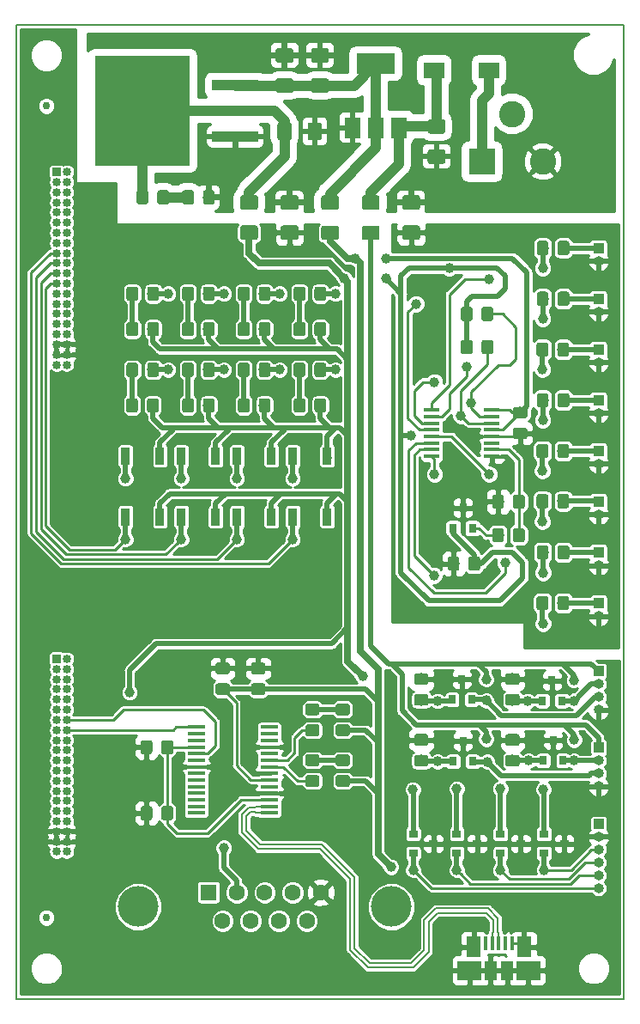
<source format=gbr>
G04 #@! TF.GenerationSoftware,KiCad,Pcbnew,5.0.1-33cea8e~68~ubuntu18.04.1*
G04 #@! TF.CreationDate,2018-11-14T12:35:47-05:00*
G04 #@! TF.ProjectId,PBC_TP_Final_JMena,5042435F54505F46696E616C5F4A4D65,1.0*
G04 #@! TF.SameCoordinates,Original*
G04 #@! TF.FileFunction,Copper,L1,Top,Signal*
G04 #@! TF.FilePolarity,Positive*
%FSLAX46Y46*%
G04 Gerber Fmt 4.6, Leading zero omitted, Abs format (unit mm)*
G04 Created by KiCad (PCBNEW 5.0.1-33cea8e~68~ubuntu18.04.1) date mié 14 nov 2018 12:35:47 -05*
%MOMM*%
%LPD*%
G01*
G04 APERTURE LIST*
G04 #@! TA.AperFunction,NonConductor*
%ADD10C,0.150000*%
G04 #@! TD*
G04 #@! TA.AperFunction,BGAPad,CuDef*
%ADD11C,0.750000*%
G04 #@! TD*
G04 #@! TA.AperFunction,ComponentPad*
%ADD12R,1.600000X1.600000*%
G04 #@! TD*
G04 #@! TA.AperFunction,ComponentPad*
%ADD13C,1.600000*%
G04 #@! TD*
G04 #@! TA.AperFunction,ComponentPad*
%ADD14C,4.000000*%
G04 #@! TD*
G04 #@! TA.AperFunction,SMDPad,CuDef*
%ADD15R,0.450000X1.380000*%
G04 #@! TD*
G04 #@! TA.AperFunction,SMDPad,CuDef*
%ADD16R,1.475000X2.100000*%
G04 #@! TD*
G04 #@! TA.AperFunction,SMDPad,CuDef*
%ADD17R,2.375000X1.900000*%
G04 #@! TD*
G04 #@! TA.AperFunction,SMDPad,CuDef*
%ADD18R,1.175000X1.900000*%
G04 #@! TD*
G04 #@! TA.AperFunction,SMDPad,CuDef*
%ADD19R,0.800000X0.900000*%
G04 #@! TD*
G04 #@! TA.AperFunction,ComponentPad*
%ADD20R,1.000000X1.000000*%
G04 #@! TD*
G04 #@! TA.AperFunction,ComponentPad*
%ADD21O,1.000000X1.000000*%
G04 #@! TD*
G04 #@! TA.AperFunction,ComponentPad*
%ADD22R,0.850000X0.850000*%
G04 #@! TD*
G04 #@! TA.AperFunction,ComponentPad*
%ADD23O,0.850000X0.850000*%
G04 #@! TD*
G04 #@! TA.AperFunction,SMDPad,CuDef*
%ADD24R,0.900000X0.800000*%
G04 #@! TD*
G04 #@! TA.AperFunction,SMDPad,CuDef*
%ADD25R,1.750000X0.450000*%
G04 #@! TD*
G04 #@! TA.AperFunction,Conductor*
%ADD26C,0.100000*%
G04 #@! TD*
G04 #@! TA.AperFunction,SMDPad,CuDef*
%ADD27C,1.150000*%
G04 #@! TD*
G04 #@! TA.AperFunction,SMDPad,CuDef*
%ADD28R,2.000000X1.600000*%
G04 #@! TD*
G04 #@! TA.AperFunction,SMDPad,CuDef*
%ADD29C,1.425000*%
G04 #@! TD*
G04 #@! TA.AperFunction,ComponentPad*
%ADD30C,2.600000*%
G04 #@! TD*
G04 #@! TA.AperFunction,ComponentPad*
%ADD31R,2.600000X2.600000*%
G04 #@! TD*
G04 #@! TA.AperFunction,SMDPad,CuDef*
%ADD32R,0.900000X1.700000*%
G04 #@! TD*
G04 #@! TA.AperFunction,SMDPad,CuDef*
%ADD33R,3.800000X2.000000*%
G04 #@! TD*
G04 #@! TA.AperFunction,SMDPad,CuDef*
%ADD34R,1.500000X2.000000*%
G04 #@! TD*
G04 #@! TA.AperFunction,SMDPad,CuDef*
%ADD35R,4.600000X1.100000*%
G04 #@! TD*
G04 #@! TA.AperFunction,SMDPad,CuDef*
%ADD36R,9.400000X10.800000*%
G04 #@! TD*
G04 #@! TA.AperFunction,SMDPad,CuDef*
%ADD37R,1.500000X0.450000*%
G04 #@! TD*
G04 #@! TA.AperFunction,ViaPad*
%ADD38C,1.000000*%
G04 #@! TD*
G04 #@! TA.AperFunction,ViaPad*
%ADD39C,0.800000*%
G04 #@! TD*
G04 #@! TA.AperFunction,Conductor*
%ADD40C,1.000000*%
G04 #@! TD*
G04 #@! TA.AperFunction,Conductor*
%ADD41C,0.500000*%
G04 #@! TD*
G04 #@! TA.AperFunction,Conductor*
%ADD42C,0.250000*%
G04 #@! TD*
G04 #@! TA.AperFunction,Conductor*
%ADD43C,0.700000*%
G04 #@! TD*
G04 #@! TA.AperFunction,Conductor*
%ADD44C,0.200000*%
G04 #@! TD*
G04 #@! TA.AperFunction,Conductor*
%ADD45C,0.300000*%
G04 #@! TD*
G04 #@! TA.AperFunction,Conductor*
%ADD46C,0.254000*%
G04 #@! TD*
G04 APERTURE END LIST*
D10*
X139000000Y-52000000D02*
X79000000Y-52000000D01*
X139000000Y-148000000D02*
X139000000Y-52000000D01*
X79000000Y-148000000D02*
X139000000Y-148000000D01*
X79000000Y-52000000D02*
X79000000Y-148000000D01*
D11*
G04 #@! TO.P,F101,~*
G04 #@! TO.N,N/C*
X82000000Y-60000000D03*
G04 #@! TD*
G04 #@! TO.P,F102,~*
G04 #@! TO.N,N/C*
X82000000Y-140000000D03*
G04 #@! TD*
D12*
G04 #@! TO.P,J602,1*
G04 #@! TO.N,Net-(J602-Pad1)*
X98000000Y-137500000D03*
D13*
G04 #@! TO.P,J602,2*
G04 #@! TO.N,/Comunicaci\00F3n/RS232_TxOut*
X100770000Y-137500000D03*
G04 #@! TO.P,J602,3*
G04 #@! TO.N,/Comunicaci\00F3n/RS232_RxIn*
X103540000Y-137500000D03*
G04 #@! TO.P,J602,4*
G04 #@! TO.N,Net-(J602-Pad4)*
X106310000Y-137500000D03*
G04 #@! TO.P,J602,5*
G04 #@! TO.N,GNDD*
X109080000Y-137500000D03*
G04 #@! TO.P,J602,6*
G04 #@! TO.N,Net-(J602-Pad6)*
X99385000Y-140340000D03*
G04 #@! TO.P,J602,7*
G04 #@! TO.N,Net-(J602-Pad7)*
X102155000Y-140340000D03*
G04 #@! TO.P,J602,8*
G04 #@! TO.N,Net-(J602-Pad8)*
X104925000Y-140340000D03*
G04 #@! TO.P,J602,9*
G04 #@! TO.N,Net-(J602-Pad9)*
X107695000Y-140340000D03*
D14*
G04 #@! TO.P,J602,0*
G04 #@! TO.N,N/C*
X91040000Y-138920000D03*
X116040000Y-138920000D03*
G04 #@! TD*
D15*
G04 #@! TO.P,J601,1*
G04 #@! TO.N,Net-(J601-Pad1)*
X125350000Y-142540000D03*
G04 #@! TO.P,J601,2*
G04 #@! TO.N,/Comunicaci\00F3n/D-*
X126000000Y-142540000D03*
G04 #@! TO.P,J601,3*
G04 #@! TO.N,/Comunicaci\00F3n/D+*
X126650000Y-142540000D03*
G04 #@! TO.P,J601,4*
G04 #@! TO.N,Net-(J601-Pad4)*
X127300000Y-142540000D03*
G04 #@! TO.P,J601,5*
G04 #@! TO.N,GNDD*
X127950000Y-142540000D03*
D16*
G04 #@! TO.P,J601,6*
X124187500Y-142900000D03*
X129112500Y-142900000D03*
D17*
X123740000Y-145200000D03*
X129560000Y-145200000D03*
D18*
X125810000Y-145200000D03*
X127490000Y-145200000D03*
G04 #@! TD*
D19*
G04 #@! TO.P,Q507,3*
G04 #@! TO.N,GNDD*
X132000000Y-122500000D03*
G04 #@! TO.P,Q507,2*
G04 #@! TO.N,/Puertos de Entrada y Salida/CLOSE1*
X132950000Y-124500000D03*
G04 #@! TO.P,Q507,1*
G04 #@! TO.N,Net-(Q507-Pad1)*
X131050000Y-124500000D03*
G04 #@! TD*
G04 #@! TO.P,Q508,1*
G04 #@! TO.N,Net-(Q508-Pad1)*
X122150000Y-124600000D03*
G04 #@! TO.P,Q508,2*
G04 #@! TO.N,/Puertos de Entrada y Salida/OPEN1*
X124050000Y-124600000D03*
G04 #@! TO.P,Q508,3*
G04 #@! TO.N,GNDD*
X123100000Y-122600000D03*
G04 #@! TD*
D20*
G04 #@! TO.P,J505,1*
G04 #@! TO.N,+12V*
X136500000Y-123250000D03*
D21*
G04 #@! TO.P,J505,2*
G04 #@! TO.N,/Puertos de Entrada y Salida/CLOSE1*
X136500000Y-124520000D03*
G04 #@! TO.P,J505,3*
G04 #@! TO.N,/Puertos de Entrada y Salida/OPEN1*
X136500000Y-125790000D03*
G04 #@! TO.P,J505,4*
G04 #@! TO.N,GNDD*
X136500000Y-127060000D03*
G04 #@! TD*
D22*
G04 #@! TO.P,J501,1*
G04 #@! TO.N,Net-(J501-Pad1)*
X83000000Y-66500000D03*
D23*
G04 #@! TO.P,J501,2*
G04 #@! TO.N,/Interfaz de Usuario/LED0*
X84000000Y-66500000D03*
G04 #@! TO.P,J501,3*
G04 #@! TO.N,Net-(J501-Pad3)*
X83000000Y-67500000D03*
G04 #@! TO.P,J501,4*
G04 #@! TO.N,/Interfaz de Usuario/LED1*
X84000000Y-67500000D03*
G04 #@! TO.P,J501,5*
G04 #@! TO.N,Net-(J501-Pad5)*
X83000000Y-68500000D03*
G04 #@! TO.P,J501,6*
G04 #@! TO.N,/Interfaz de Usuario/LED2*
X84000000Y-68500000D03*
G04 #@! TO.P,J501,7*
G04 #@! TO.N,Net-(J501-Pad7)*
X83000000Y-69500000D03*
G04 #@! TO.P,J501,8*
G04 #@! TO.N,/Interfaz de Usuario/LED3*
X84000000Y-69500000D03*
G04 #@! TO.P,J501,9*
G04 #@! TO.N,Net-(J501-Pad9)*
X83000000Y-70500000D03*
G04 #@! TO.P,J501,10*
G04 #@! TO.N,/Interfaz de Usuario/LED4*
X84000000Y-70500000D03*
G04 #@! TO.P,J501,11*
G04 #@! TO.N,Net-(J501-Pad11)*
X83000000Y-71500000D03*
G04 #@! TO.P,J501,12*
G04 #@! TO.N,/Interfaz de Usuario/LED5*
X84000000Y-71500000D03*
G04 #@! TO.P,J501,13*
G04 #@! TO.N,Net-(J501-Pad13)*
X83000000Y-72500000D03*
G04 #@! TO.P,J501,14*
G04 #@! TO.N,/Interfaz de Usuario/LED6*
X84000000Y-72500000D03*
G04 #@! TO.P,J501,15*
G04 #@! TO.N,Net-(J501-Pad15)*
X83000000Y-73500000D03*
G04 #@! TO.P,J501,16*
G04 #@! TO.N,/Interfaz de Usuario/LED7*
X84000000Y-73500000D03*
G04 #@! TO.P,J501,17*
G04 #@! TO.N,/Interfaz de Usuario/SW7*
X83000000Y-74500000D03*
G04 #@! TO.P,J501,18*
G04 #@! TO.N,Net-(J501-Pad18)*
X84000000Y-74500000D03*
G04 #@! TO.P,J501,19*
G04 #@! TO.N,/Interfaz de Usuario/SW6*
X83000000Y-75500000D03*
G04 #@! TO.P,J501,20*
G04 #@! TO.N,Net-(J501-Pad20)*
X84000000Y-75500000D03*
G04 #@! TO.P,J501,21*
G04 #@! TO.N,/Interfaz de Usuario/SW5*
X83000000Y-76500000D03*
G04 #@! TO.P,J501,22*
G04 #@! TO.N,Net-(J501-Pad22)*
X84000000Y-76500000D03*
G04 #@! TO.P,J501,23*
G04 #@! TO.N,/Interfaz de Usuario/SW4*
X83000000Y-77500000D03*
G04 #@! TO.P,J501,24*
G04 #@! TO.N,Net-(J501-Pad24)*
X84000000Y-77500000D03*
G04 #@! TO.P,J501,25*
G04 #@! TO.N,/Interfaz de Usuario/SW3*
X83000000Y-78500000D03*
G04 #@! TO.P,J501,26*
G04 #@! TO.N,Net-(J501-Pad26)*
X84000000Y-78500000D03*
G04 #@! TO.P,J501,27*
G04 #@! TO.N,/Interfaz de Usuario/SW2*
X83000000Y-79500000D03*
G04 #@! TO.P,J501,28*
G04 #@! TO.N,Net-(J501-Pad28)*
X84000000Y-79500000D03*
G04 #@! TO.P,J501,29*
G04 #@! TO.N,/Interfaz de Usuario/SW1*
X83000000Y-80500000D03*
G04 #@! TO.P,J501,30*
G04 #@! TO.N,Net-(J501-Pad30)*
X84000000Y-80500000D03*
G04 #@! TO.P,J501,31*
G04 #@! TO.N,/Interfaz de Usuario/SW0*
X83000000Y-81500000D03*
G04 #@! TO.P,J501,32*
G04 #@! TO.N,Net-(J501-Pad32)*
X84000000Y-81500000D03*
G04 #@! TO.P,J501,33*
G04 #@! TO.N,Net-(J501-Pad33)*
X83000000Y-82500000D03*
G04 #@! TO.P,J501,34*
G04 #@! TO.N,Net-(J501-Pad34)*
X84000000Y-82500000D03*
G04 #@! TO.P,J501,35*
G04 #@! TO.N,GNDD*
X83000000Y-83500000D03*
G04 #@! TO.P,J501,36*
X84000000Y-83500000D03*
G04 #@! TO.P,J501,37*
X83000000Y-84500000D03*
G04 #@! TO.P,J501,38*
X84000000Y-84500000D03*
G04 #@! TO.P,J501,39*
G04 #@! TO.N,Net-(J501-Pad39)*
X83000000Y-85500000D03*
G04 #@! TO.P,J501,40*
G04 #@! TO.N,Net-(J501-Pad40)*
X84000000Y-85500000D03*
G04 #@! TD*
D20*
G04 #@! TO.P,J503,1*
G04 #@! TO.N,+5V*
X136500000Y-130750000D03*
D21*
G04 #@! TO.P,J503,2*
G04 #@! TO.N,GNDD*
X136500000Y-132020000D03*
G04 #@! TO.P,J503,3*
G04 #@! TO.N,/Puertos de Entrada y Salida/PWM_OUT0*
X136500000Y-133290000D03*
G04 #@! TO.P,J503,4*
G04 #@! TO.N,/Puertos de Entrada y Salida/PWM_OUT1*
X136500000Y-134560000D03*
G04 #@! TO.P,J503,5*
G04 #@! TO.N,/Puertos de Entrada y Salida/PWM_OUT2*
X136500000Y-135830000D03*
G04 #@! TO.P,J503,6*
G04 #@! TO.N,/Puertos de Entrada y Salida/PWM_OUT3*
X136500000Y-137100000D03*
G04 #@! TD*
D20*
G04 #@! TO.P,J504,1*
G04 #@! TO.N,+12V*
X136500000Y-115710000D03*
D21*
G04 #@! TO.P,J504,2*
G04 #@! TO.N,/Puertos de Entrada y Salida/CLOSE0*
X136500000Y-116980000D03*
G04 #@! TO.P,J504,3*
G04 #@! TO.N,/Puertos de Entrada y Salida/OPEN0*
X136500000Y-118250000D03*
G04 #@! TO.P,J504,4*
G04 #@! TO.N,GNDD*
X136500000Y-119520000D03*
G04 #@! TD*
D23*
G04 #@! TO.P,J502,40*
G04 #@! TO.N,Net-(J502-Pad40)*
X84000000Y-133500000D03*
G04 #@! TO.P,J502,39*
G04 #@! TO.N,Net-(J502-Pad39)*
X83000000Y-133500000D03*
G04 #@! TO.P,J502,38*
G04 #@! TO.N,GNDD*
X84000000Y-132500000D03*
G04 #@! TO.P,J502,37*
X83000000Y-132500000D03*
G04 #@! TO.P,J502,36*
X84000000Y-131500000D03*
G04 #@! TO.P,J502,35*
X83000000Y-131500000D03*
G04 #@! TO.P,J502,34*
G04 #@! TO.N,Net-(J502-Pad34)*
X84000000Y-130500000D03*
G04 #@! TO.P,J502,33*
G04 #@! TO.N,Net-(J502-Pad33)*
X83000000Y-130500000D03*
G04 #@! TO.P,J502,32*
G04 #@! TO.N,Net-(J502-Pad32)*
X84000000Y-129500000D03*
G04 #@! TO.P,J502,31*
G04 #@! TO.N,/Puertos de Entrada y Salida/PWM3*
X83000000Y-129500000D03*
G04 #@! TO.P,J502,30*
G04 #@! TO.N,Net-(J502-Pad30)*
X84000000Y-128500000D03*
G04 #@! TO.P,J502,29*
G04 #@! TO.N,/Puertos de Entrada y Salida/PWM2*
X83000000Y-128500000D03*
G04 #@! TO.P,J502,28*
G04 #@! TO.N,Net-(J502-Pad28)*
X84000000Y-127500000D03*
G04 #@! TO.P,J502,27*
G04 #@! TO.N,/Puertos de Entrada y Salida/PWM1*
X83000000Y-127500000D03*
G04 #@! TO.P,J502,26*
G04 #@! TO.N,Net-(J502-Pad26)*
X84000000Y-126500000D03*
G04 #@! TO.P,J502,25*
G04 #@! TO.N,/Puertos de Entrada y Salida/PWM0*
X83000000Y-126500000D03*
G04 #@! TO.P,J502,24*
G04 #@! TO.N,Net-(J502-Pad24)*
X84000000Y-125500000D03*
G04 #@! TO.P,J502,23*
G04 #@! TO.N,Net-(J502-Pad23)*
X83000000Y-125500000D03*
G04 #@! TO.P,J502,22*
G04 #@! TO.N,Net-(J502-Pad22)*
X84000000Y-124500000D03*
G04 #@! TO.P,J502,21*
G04 #@! TO.N,/Conversi\00F3n Analogo-Digital/SDA*
X83000000Y-124500000D03*
G04 #@! TO.P,J502,20*
G04 #@! TO.N,Net-(J502-Pad20)*
X84000000Y-123500000D03*
G04 #@! TO.P,J502,19*
G04 #@! TO.N,/Conversi\00F3n Analogo-Digital/SCL*
X83000000Y-123500000D03*
G04 #@! TO.P,J502,18*
G04 #@! TO.N,Net-(J502-Pad18)*
X84000000Y-122500000D03*
G04 #@! TO.P,J502,17*
G04 #@! TO.N,Net-(J502-Pad17)*
X83000000Y-122500000D03*
G04 #@! TO.P,J502,16*
G04 #@! TO.N,/Comunicaci\00F3n/TXD*
X84000000Y-121500000D03*
G04 #@! TO.P,J502,15*
G04 #@! TO.N,Net-(J502-Pad15)*
X83000000Y-121500000D03*
G04 #@! TO.P,J502,14*
G04 #@! TO.N,/Comunicaci\00F3n/RXD*
X84000000Y-120500000D03*
G04 #@! TO.P,J502,13*
G04 #@! TO.N,Net-(J502-Pad13)*
X83000000Y-120500000D03*
G04 #@! TO.P,J502,12*
G04 #@! TO.N,/Comunicaci\00F3n/RxIn*
X84000000Y-119500000D03*
G04 #@! TO.P,J502,11*
G04 #@! TO.N,Net-(J502-Pad11)*
X83000000Y-119500000D03*
G04 #@! TO.P,J502,10*
G04 #@! TO.N,/Comunicaci\00F3n/TxOut*
X84000000Y-118500000D03*
G04 #@! TO.P,J502,9*
G04 #@! TO.N,Net-(J502-Pad9)*
X83000000Y-118500000D03*
G04 #@! TO.P,J502,8*
G04 #@! TO.N,/Puertos de Entrada y Salida/OP1*
X84000000Y-117500000D03*
G04 #@! TO.P,J502,7*
G04 #@! TO.N,Net-(J502-Pad7)*
X83000000Y-117500000D03*
G04 #@! TO.P,J502,6*
G04 #@! TO.N,/Puertos de Entrada y Salida/CL1*
X84000000Y-116500000D03*
G04 #@! TO.P,J502,5*
G04 #@! TO.N,Net-(J502-Pad5)*
X83000000Y-116500000D03*
G04 #@! TO.P,J502,4*
G04 #@! TO.N,/Puertos de Entrada y Salida/OP0*
X84000000Y-115500000D03*
G04 #@! TO.P,J502,3*
G04 #@! TO.N,Net-(J502-Pad3)*
X83000000Y-115500000D03*
G04 #@! TO.P,J502,2*
G04 #@! TO.N,/Puertos de Entrada y Salida/CL0*
X84000000Y-114500000D03*
D22*
G04 #@! TO.P,J502,1*
G04 #@! TO.N,Net-(J502-Pad1)*
X83000000Y-114500000D03*
G04 #@! TD*
D24*
G04 #@! TO.P,Q502,3*
G04 #@! TO.N,GNDD*
X128800000Y-132700000D03*
G04 #@! TO.P,Q502,2*
G04 #@! TO.N,/Puertos de Entrada y Salida/PWM_OUT1*
X126800000Y-133650000D03*
G04 #@! TO.P,Q502,1*
G04 #@! TO.N,/Puertos de Entrada y Salida/PWM1*
X126800000Y-131750000D03*
G04 #@! TD*
G04 #@! TO.P,Q501,1*
G04 #@! TO.N,/Puertos de Entrada y Salida/PWM0*
X131100000Y-131750000D03*
G04 #@! TO.P,Q501,2*
G04 #@! TO.N,/Puertos de Entrada y Salida/PWM_OUT0*
X131100000Y-133650000D03*
G04 #@! TO.P,Q501,3*
G04 #@! TO.N,GNDD*
X133100000Y-132700000D03*
G04 #@! TD*
G04 #@! TO.P,Q503,3*
G04 #@! TO.N,GNDD*
X124500000Y-132700000D03*
G04 #@! TO.P,Q503,2*
G04 #@! TO.N,/Puertos de Entrada y Salida/PWM_OUT2*
X122500000Y-133650000D03*
G04 #@! TO.P,Q503,1*
G04 #@! TO.N,/Puertos de Entrada y Salida/PWM2*
X122500000Y-131750000D03*
G04 #@! TD*
G04 #@! TO.P,Q504,1*
G04 #@! TO.N,/Puertos de Entrada y Salida/PWM3*
X118200000Y-131750000D03*
G04 #@! TO.P,Q504,2*
G04 #@! TO.N,/Puertos de Entrada y Salida/PWM_OUT3*
X118200000Y-133650000D03*
G04 #@! TO.P,Q504,3*
G04 #@! TO.N,GNDD*
X120200000Y-132700000D03*
G04 #@! TD*
D19*
G04 #@! TO.P,Q505,3*
G04 #@! TO.N,GNDD*
X131900000Y-116625000D03*
G04 #@! TO.P,Q505,2*
G04 #@! TO.N,/Puertos de Entrada y Salida/CLOSE0*
X132850000Y-118625000D03*
G04 #@! TO.P,Q505,1*
G04 #@! TO.N,Net-(Q505-Pad1)*
X130950000Y-118625000D03*
G04 #@! TD*
G04 #@! TO.P,Q506,1*
G04 #@! TO.N,Net-(Q506-Pad1)*
X122050000Y-118500000D03*
G04 #@! TO.P,Q506,2*
G04 #@! TO.N,/Puertos de Entrada y Salida/OPEN0*
X123950000Y-118500000D03*
G04 #@! TO.P,Q506,3*
G04 #@! TO.N,GNDD*
X123000000Y-116500000D03*
G04 #@! TD*
D25*
G04 #@! TO.P,U601,1*
G04 #@! TO.N,/Comunicaci\00F3n/TXD*
X96800000Y-121225000D03*
G04 #@! TO.P,U601,2*
G04 #@! TO.N,Net-(U601-Pad2)*
X96800000Y-121875000D03*
G04 #@! TO.P,U601,3*
G04 #@! TO.N,Net-(U601-Pad3)*
X96800000Y-122525000D03*
G04 #@! TO.P,U601,4*
G04 #@! TO.N,Net-(C601-Pad1)*
X96800000Y-123175000D03*
G04 #@! TO.P,U601,5*
G04 #@! TO.N,/Comunicaci\00F3n/RXD*
X96800000Y-123825000D03*
G04 #@! TO.P,U601,6*
G04 #@! TO.N,Net-(U601-Pad6)*
X96800000Y-124475000D03*
G04 #@! TO.P,U601,7*
G04 #@! TO.N,GNDD*
X96800000Y-125125000D03*
G04 #@! TO.P,U601,8*
G04 #@! TO.N,N/C*
X96800000Y-125775000D03*
G04 #@! TO.P,U601,9*
G04 #@! TO.N,Net-(U601-Pad9)*
X96800000Y-126425000D03*
G04 #@! TO.P,U601,10*
G04 #@! TO.N,Net-(U601-Pad10)*
X96800000Y-127075000D03*
G04 #@! TO.P,U601,11*
G04 #@! TO.N,Net-(U601-Pad11)*
X96800000Y-127725000D03*
G04 #@! TO.P,U601,12*
G04 #@! TO.N,Net-(U601-Pad12)*
X96800000Y-128375000D03*
G04 #@! TO.P,U601,13*
G04 #@! TO.N,Net-(U601-Pad13)*
X96800000Y-129025000D03*
G04 #@! TO.P,U601,14*
G04 #@! TO.N,Net-(U601-Pad14)*
X96800000Y-129675000D03*
G04 #@! TO.P,U601,15*
G04 #@! TO.N,/Comunicaci\00F3n/D+*
X104000000Y-129675000D03*
G04 #@! TO.P,U601,16*
G04 #@! TO.N,/Comunicaci\00F3n/D-*
X104000000Y-129025000D03*
G04 #@! TO.P,U601,17*
G04 #@! TO.N,Net-(C601-Pad1)*
X104000000Y-128375000D03*
G04 #@! TO.P,U601,18*
G04 #@! TO.N,GNDD*
X104000000Y-127725000D03*
G04 #@! TO.P,U601,19*
G04 #@! TO.N,Net-(U601-Pad19)*
X104000000Y-127075000D03*
G04 #@! TO.P,U601,20*
G04 #@! TO.N,+5V*
X104000000Y-126425000D03*
G04 #@! TO.P,U601,21*
G04 #@! TO.N,GNDD*
X104000000Y-125775000D03*
G04 #@! TO.P,U601,22*
G04 #@! TO.N,Net-(R602-Pad2)*
X104000000Y-125125000D03*
G04 #@! TO.P,U601,23*
G04 #@! TO.N,Net-(R601-Pad2)*
X104000000Y-124475000D03*
G04 #@! TO.P,U601,24*
G04 #@! TO.N,N/C*
X104000000Y-123825000D03*
G04 #@! TO.P,U601,25*
G04 #@! TO.N,GNDD*
X104000000Y-123175000D03*
G04 #@! TO.P,U601,26*
G04 #@! TO.N,Net-(U601-Pad26)*
X104000000Y-122525000D03*
G04 #@! TO.P,U601,27*
G04 #@! TO.N,Net-(U601-Pad27)*
X104000000Y-121875000D03*
G04 #@! TO.P,U601,28*
G04 #@! TO.N,Net-(U601-Pad28)*
X104000000Y-121225000D03*
G04 #@! TD*
D26*
G04 #@! TO.N,Net-(D602-Pad1)*
G04 #@! TO.C,D602*
G36*
X111724505Y-123901204D02*
X111748773Y-123904804D01*
X111772572Y-123910765D01*
X111795671Y-123919030D01*
X111817850Y-123929520D01*
X111838893Y-123942132D01*
X111858599Y-123956747D01*
X111876777Y-123973223D01*
X111893253Y-123991401D01*
X111907868Y-124011107D01*
X111920480Y-124032150D01*
X111930970Y-124054329D01*
X111939235Y-124077428D01*
X111945196Y-124101227D01*
X111948796Y-124125495D01*
X111950000Y-124149999D01*
X111950000Y-124800001D01*
X111948796Y-124824505D01*
X111945196Y-124848773D01*
X111939235Y-124872572D01*
X111930970Y-124895671D01*
X111920480Y-124917850D01*
X111907868Y-124938893D01*
X111893253Y-124958599D01*
X111876777Y-124976777D01*
X111858599Y-124993253D01*
X111838893Y-125007868D01*
X111817850Y-125020480D01*
X111795671Y-125030970D01*
X111772572Y-125039235D01*
X111748773Y-125045196D01*
X111724505Y-125048796D01*
X111700001Y-125050000D01*
X110799999Y-125050000D01*
X110775495Y-125048796D01*
X110751227Y-125045196D01*
X110727428Y-125039235D01*
X110704329Y-125030970D01*
X110682150Y-125020480D01*
X110661107Y-125007868D01*
X110641401Y-124993253D01*
X110623223Y-124976777D01*
X110606747Y-124958599D01*
X110592132Y-124938893D01*
X110579520Y-124917850D01*
X110569030Y-124895671D01*
X110560765Y-124872572D01*
X110554804Y-124848773D01*
X110551204Y-124824505D01*
X110550000Y-124800001D01*
X110550000Y-124149999D01*
X110551204Y-124125495D01*
X110554804Y-124101227D01*
X110560765Y-124077428D01*
X110569030Y-124054329D01*
X110579520Y-124032150D01*
X110592132Y-124011107D01*
X110606747Y-123991401D01*
X110623223Y-123973223D01*
X110641401Y-123956747D01*
X110661107Y-123942132D01*
X110682150Y-123929520D01*
X110704329Y-123919030D01*
X110727428Y-123910765D01*
X110751227Y-123904804D01*
X110775495Y-123901204D01*
X110799999Y-123900000D01*
X111700001Y-123900000D01*
X111724505Y-123901204D01*
X111724505Y-123901204D01*
G37*
D27*
G04 #@! TD*
G04 #@! TO.P,D602,1*
G04 #@! TO.N,Net-(D602-Pad1)*
X111250000Y-124475000D03*
D26*
G04 #@! TO.N,+5V*
G04 #@! TO.C,D602*
G36*
X111724505Y-125951204D02*
X111748773Y-125954804D01*
X111772572Y-125960765D01*
X111795671Y-125969030D01*
X111817850Y-125979520D01*
X111838893Y-125992132D01*
X111858599Y-126006747D01*
X111876777Y-126023223D01*
X111893253Y-126041401D01*
X111907868Y-126061107D01*
X111920480Y-126082150D01*
X111930970Y-126104329D01*
X111939235Y-126127428D01*
X111945196Y-126151227D01*
X111948796Y-126175495D01*
X111950000Y-126199999D01*
X111950000Y-126850001D01*
X111948796Y-126874505D01*
X111945196Y-126898773D01*
X111939235Y-126922572D01*
X111930970Y-126945671D01*
X111920480Y-126967850D01*
X111907868Y-126988893D01*
X111893253Y-127008599D01*
X111876777Y-127026777D01*
X111858599Y-127043253D01*
X111838893Y-127057868D01*
X111817850Y-127070480D01*
X111795671Y-127080970D01*
X111772572Y-127089235D01*
X111748773Y-127095196D01*
X111724505Y-127098796D01*
X111700001Y-127100000D01*
X110799999Y-127100000D01*
X110775495Y-127098796D01*
X110751227Y-127095196D01*
X110727428Y-127089235D01*
X110704329Y-127080970D01*
X110682150Y-127070480D01*
X110661107Y-127057868D01*
X110641401Y-127043253D01*
X110623223Y-127026777D01*
X110606747Y-127008599D01*
X110592132Y-126988893D01*
X110579520Y-126967850D01*
X110569030Y-126945671D01*
X110560765Y-126922572D01*
X110554804Y-126898773D01*
X110551204Y-126874505D01*
X110550000Y-126850001D01*
X110550000Y-126199999D01*
X110551204Y-126175495D01*
X110554804Y-126151227D01*
X110560765Y-126127428D01*
X110569030Y-126104329D01*
X110579520Y-126082150D01*
X110592132Y-126061107D01*
X110606747Y-126041401D01*
X110623223Y-126023223D01*
X110641401Y-126006747D01*
X110661107Y-125992132D01*
X110682150Y-125979520D01*
X110704329Y-125969030D01*
X110727428Y-125960765D01*
X110751227Y-125954804D01*
X110775495Y-125951204D01*
X110799999Y-125950000D01*
X111700001Y-125950000D01*
X111724505Y-125951204D01*
X111724505Y-125951204D01*
G37*
D27*
G04 #@! TD*
G04 #@! TO.P,D602,2*
G04 #@! TO.N,+5V*
X111250000Y-126525000D03*
D28*
G04 #@! TO.P,SW201,2*
G04 #@! TO.N,/Fuente de Poder/PW12*
X120300000Y-56500000D03*
G04 #@! TO.P,SW201,1*
G04 #@! TO.N,/Fuente de Poder/IN12V*
X125700000Y-56500000D03*
G04 #@! TD*
D26*
G04 #@! TO.N,GNDPWR*
G04 #@! TO.C,C201*
G36*
X121149504Y-64276204D02*
X121173773Y-64279804D01*
X121197571Y-64285765D01*
X121220671Y-64294030D01*
X121242849Y-64304520D01*
X121263893Y-64317133D01*
X121283598Y-64331747D01*
X121301777Y-64348223D01*
X121318253Y-64366402D01*
X121332867Y-64386107D01*
X121345480Y-64407151D01*
X121355970Y-64429329D01*
X121364235Y-64452429D01*
X121370196Y-64476227D01*
X121373796Y-64500496D01*
X121375000Y-64525000D01*
X121375000Y-65450000D01*
X121373796Y-65474504D01*
X121370196Y-65498773D01*
X121364235Y-65522571D01*
X121355970Y-65545671D01*
X121345480Y-65567849D01*
X121332867Y-65588893D01*
X121318253Y-65608598D01*
X121301777Y-65626777D01*
X121283598Y-65643253D01*
X121263893Y-65657867D01*
X121242849Y-65670480D01*
X121220671Y-65680970D01*
X121197571Y-65689235D01*
X121173773Y-65695196D01*
X121149504Y-65698796D01*
X121125000Y-65700000D01*
X119875000Y-65700000D01*
X119850496Y-65698796D01*
X119826227Y-65695196D01*
X119802429Y-65689235D01*
X119779329Y-65680970D01*
X119757151Y-65670480D01*
X119736107Y-65657867D01*
X119716402Y-65643253D01*
X119698223Y-65626777D01*
X119681747Y-65608598D01*
X119667133Y-65588893D01*
X119654520Y-65567849D01*
X119644030Y-65545671D01*
X119635765Y-65522571D01*
X119629804Y-65498773D01*
X119626204Y-65474504D01*
X119625000Y-65450000D01*
X119625000Y-64525000D01*
X119626204Y-64500496D01*
X119629804Y-64476227D01*
X119635765Y-64452429D01*
X119644030Y-64429329D01*
X119654520Y-64407151D01*
X119667133Y-64386107D01*
X119681747Y-64366402D01*
X119698223Y-64348223D01*
X119716402Y-64331747D01*
X119736107Y-64317133D01*
X119757151Y-64304520D01*
X119779329Y-64294030D01*
X119802429Y-64285765D01*
X119826227Y-64279804D01*
X119850496Y-64276204D01*
X119875000Y-64275000D01*
X121125000Y-64275000D01*
X121149504Y-64276204D01*
X121149504Y-64276204D01*
G37*
D29*
G04 #@! TD*
G04 #@! TO.P,C201,2*
G04 #@! TO.N,GNDPWR*
X120500000Y-64987500D03*
D26*
G04 #@! TO.N,/Fuente de Poder/PW12*
G04 #@! TO.C,C201*
G36*
X121149504Y-61301204D02*
X121173773Y-61304804D01*
X121197571Y-61310765D01*
X121220671Y-61319030D01*
X121242849Y-61329520D01*
X121263893Y-61342133D01*
X121283598Y-61356747D01*
X121301777Y-61373223D01*
X121318253Y-61391402D01*
X121332867Y-61411107D01*
X121345480Y-61432151D01*
X121355970Y-61454329D01*
X121364235Y-61477429D01*
X121370196Y-61501227D01*
X121373796Y-61525496D01*
X121375000Y-61550000D01*
X121375000Y-62475000D01*
X121373796Y-62499504D01*
X121370196Y-62523773D01*
X121364235Y-62547571D01*
X121355970Y-62570671D01*
X121345480Y-62592849D01*
X121332867Y-62613893D01*
X121318253Y-62633598D01*
X121301777Y-62651777D01*
X121283598Y-62668253D01*
X121263893Y-62682867D01*
X121242849Y-62695480D01*
X121220671Y-62705970D01*
X121197571Y-62714235D01*
X121173773Y-62720196D01*
X121149504Y-62723796D01*
X121125000Y-62725000D01*
X119875000Y-62725000D01*
X119850496Y-62723796D01*
X119826227Y-62720196D01*
X119802429Y-62714235D01*
X119779329Y-62705970D01*
X119757151Y-62695480D01*
X119736107Y-62682867D01*
X119716402Y-62668253D01*
X119698223Y-62651777D01*
X119681747Y-62633598D01*
X119667133Y-62613893D01*
X119654520Y-62592849D01*
X119644030Y-62570671D01*
X119635765Y-62547571D01*
X119629804Y-62523773D01*
X119626204Y-62499504D01*
X119625000Y-62475000D01*
X119625000Y-61550000D01*
X119626204Y-61525496D01*
X119629804Y-61501227D01*
X119635765Y-61477429D01*
X119644030Y-61454329D01*
X119654520Y-61432151D01*
X119667133Y-61411107D01*
X119681747Y-61391402D01*
X119698223Y-61373223D01*
X119716402Y-61356747D01*
X119736107Y-61342133D01*
X119757151Y-61329520D01*
X119779329Y-61319030D01*
X119802429Y-61310765D01*
X119826227Y-61304804D01*
X119850496Y-61301204D01*
X119875000Y-61300000D01*
X121125000Y-61300000D01*
X121149504Y-61301204D01*
X121149504Y-61301204D01*
G37*
D29*
G04 #@! TD*
G04 #@! TO.P,C201,1*
G04 #@! TO.N,/Fuente de Poder/PW12*
X120500000Y-62012500D03*
D26*
G04 #@! TO.N,/Fuente de Poder/PW5V*
G04 #@! TO.C,C202*
G36*
X109649504Y-57276204D02*
X109673773Y-57279804D01*
X109697571Y-57285765D01*
X109720671Y-57294030D01*
X109742849Y-57304520D01*
X109763893Y-57317133D01*
X109783598Y-57331747D01*
X109801777Y-57348223D01*
X109818253Y-57366402D01*
X109832867Y-57386107D01*
X109845480Y-57407151D01*
X109855970Y-57429329D01*
X109864235Y-57452429D01*
X109870196Y-57476227D01*
X109873796Y-57500496D01*
X109875000Y-57525000D01*
X109875000Y-58450000D01*
X109873796Y-58474504D01*
X109870196Y-58498773D01*
X109864235Y-58522571D01*
X109855970Y-58545671D01*
X109845480Y-58567849D01*
X109832867Y-58588893D01*
X109818253Y-58608598D01*
X109801777Y-58626777D01*
X109783598Y-58643253D01*
X109763893Y-58657867D01*
X109742849Y-58670480D01*
X109720671Y-58680970D01*
X109697571Y-58689235D01*
X109673773Y-58695196D01*
X109649504Y-58698796D01*
X109625000Y-58700000D01*
X108375000Y-58700000D01*
X108350496Y-58698796D01*
X108326227Y-58695196D01*
X108302429Y-58689235D01*
X108279329Y-58680970D01*
X108257151Y-58670480D01*
X108236107Y-58657867D01*
X108216402Y-58643253D01*
X108198223Y-58626777D01*
X108181747Y-58608598D01*
X108167133Y-58588893D01*
X108154520Y-58567849D01*
X108144030Y-58545671D01*
X108135765Y-58522571D01*
X108129804Y-58498773D01*
X108126204Y-58474504D01*
X108125000Y-58450000D01*
X108125000Y-57525000D01*
X108126204Y-57500496D01*
X108129804Y-57476227D01*
X108135765Y-57452429D01*
X108144030Y-57429329D01*
X108154520Y-57407151D01*
X108167133Y-57386107D01*
X108181747Y-57366402D01*
X108198223Y-57348223D01*
X108216402Y-57331747D01*
X108236107Y-57317133D01*
X108257151Y-57304520D01*
X108279329Y-57294030D01*
X108302429Y-57285765D01*
X108326227Y-57279804D01*
X108350496Y-57276204D01*
X108375000Y-57275000D01*
X109625000Y-57275000D01*
X109649504Y-57276204D01*
X109649504Y-57276204D01*
G37*
D29*
G04 #@! TD*
G04 #@! TO.P,C202,1*
G04 #@! TO.N,/Fuente de Poder/PW5V*
X109000000Y-57987500D03*
D26*
G04 #@! TO.N,GNDPWR*
G04 #@! TO.C,C202*
G36*
X109649504Y-54301204D02*
X109673773Y-54304804D01*
X109697571Y-54310765D01*
X109720671Y-54319030D01*
X109742849Y-54329520D01*
X109763893Y-54342133D01*
X109783598Y-54356747D01*
X109801777Y-54373223D01*
X109818253Y-54391402D01*
X109832867Y-54411107D01*
X109845480Y-54432151D01*
X109855970Y-54454329D01*
X109864235Y-54477429D01*
X109870196Y-54501227D01*
X109873796Y-54525496D01*
X109875000Y-54550000D01*
X109875000Y-55475000D01*
X109873796Y-55499504D01*
X109870196Y-55523773D01*
X109864235Y-55547571D01*
X109855970Y-55570671D01*
X109845480Y-55592849D01*
X109832867Y-55613893D01*
X109818253Y-55633598D01*
X109801777Y-55651777D01*
X109783598Y-55668253D01*
X109763893Y-55682867D01*
X109742849Y-55695480D01*
X109720671Y-55705970D01*
X109697571Y-55714235D01*
X109673773Y-55720196D01*
X109649504Y-55723796D01*
X109625000Y-55725000D01*
X108375000Y-55725000D01*
X108350496Y-55723796D01*
X108326227Y-55720196D01*
X108302429Y-55714235D01*
X108279329Y-55705970D01*
X108257151Y-55695480D01*
X108236107Y-55682867D01*
X108216402Y-55668253D01*
X108198223Y-55651777D01*
X108181747Y-55633598D01*
X108167133Y-55613893D01*
X108154520Y-55592849D01*
X108144030Y-55570671D01*
X108135765Y-55547571D01*
X108129804Y-55523773D01*
X108126204Y-55499504D01*
X108125000Y-55475000D01*
X108125000Y-54550000D01*
X108126204Y-54525496D01*
X108129804Y-54501227D01*
X108135765Y-54477429D01*
X108144030Y-54454329D01*
X108154520Y-54432151D01*
X108167133Y-54411107D01*
X108181747Y-54391402D01*
X108198223Y-54373223D01*
X108216402Y-54356747D01*
X108236107Y-54342133D01*
X108257151Y-54329520D01*
X108279329Y-54319030D01*
X108302429Y-54310765D01*
X108326227Y-54304804D01*
X108350496Y-54301204D01*
X108375000Y-54300000D01*
X109625000Y-54300000D01*
X109649504Y-54301204D01*
X109649504Y-54301204D01*
G37*
D29*
G04 #@! TD*
G04 #@! TO.P,C202,2*
G04 #@! TO.N,GNDPWR*
X109000000Y-55012500D03*
D26*
G04 #@! TO.N,GNDPWR*
G04 #@! TO.C,C203*
G36*
X106149504Y-54301204D02*
X106173773Y-54304804D01*
X106197571Y-54310765D01*
X106220671Y-54319030D01*
X106242849Y-54329520D01*
X106263893Y-54342133D01*
X106283598Y-54356747D01*
X106301777Y-54373223D01*
X106318253Y-54391402D01*
X106332867Y-54411107D01*
X106345480Y-54432151D01*
X106355970Y-54454329D01*
X106364235Y-54477429D01*
X106370196Y-54501227D01*
X106373796Y-54525496D01*
X106375000Y-54550000D01*
X106375000Y-55475000D01*
X106373796Y-55499504D01*
X106370196Y-55523773D01*
X106364235Y-55547571D01*
X106355970Y-55570671D01*
X106345480Y-55592849D01*
X106332867Y-55613893D01*
X106318253Y-55633598D01*
X106301777Y-55651777D01*
X106283598Y-55668253D01*
X106263893Y-55682867D01*
X106242849Y-55695480D01*
X106220671Y-55705970D01*
X106197571Y-55714235D01*
X106173773Y-55720196D01*
X106149504Y-55723796D01*
X106125000Y-55725000D01*
X104875000Y-55725000D01*
X104850496Y-55723796D01*
X104826227Y-55720196D01*
X104802429Y-55714235D01*
X104779329Y-55705970D01*
X104757151Y-55695480D01*
X104736107Y-55682867D01*
X104716402Y-55668253D01*
X104698223Y-55651777D01*
X104681747Y-55633598D01*
X104667133Y-55613893D01*
X104654520Y-55592849D01*
X104644030Y-55570671D01*
X104635765Y-55547571D01*
X104629804Y-55523773D01*
X104626204Y-55499504D01*
X104625000Y-55475000D01*
X104625000Y-54550000D01*
X104626204Y-54525496D01*
X104629804Y-54501227D01*
X104635765Y-54477429D01*
X104644030Y-54454329D01*
X104654520Y-54432151D01*
X104667133Y-54411107D01*
X104681747Y-54391402D01*
X104698223Y-54373223D01*
X104716402Y-54356747D01*
X104736107Y-54342133D01*
X104757151Y-54329520D01*
X104779329Y-54319030D01*
X104802429Y-54310765D01*
X104826227Y-54304804D01*
X104850496Y-54301204D01*
X104875000Y-54300000D01*
X106125000Y-54300000D01*
X106149504Y-54301204D01*
X106149504Y-54301204D01*
G37*
D29*
G04 #@! TD*
G04 #@! TO.P,C203,2*
G04 #@! TO.N,GNDPWR*
X105500000Y-55012500D03*
D26*
G04 #@! TO.N,/Fuente de Poder/PW5V*
G04 #@! TO.C,C203*
G36*
X106149504Y-57276204D02*
X106173773Y-57279804D01*
X106197571Y-57285765D01*
X106220671Y-57294030D01*
X106242849Y-57304520D01*
X106263893Y-57317133D01*
X106283598Y-57331747D01*
X106301777Y-57348223D01*
X106318253Y-57366402D01*
X106332867Y-57386107D01*
X106345480Y-57407151D01*
X106355970Y-57429329D01*
X106364235Y-57452429D01*
X106370196Y-57476227D01*
X106373796Y-57500496D01*
X106375000Y-57525000D01*
X106375000Y-58450000D01*
X106373796Y-58474504D01*
X106370196Y-58498773D01*
X106364235Y-58522571D01*
X106355970Y-58545671D01*
X106345480Y-58567849D01*
X106332867Y-58588893D01*
X106318253Y-58608598D01*
X106301777Y-58626777D01*
X106283598Y-58643253D01*
X106263893Y-58657867D01*
X106242849Y-58670480D01*
X106220671Y-58680970D01*
X106197571Y-58689235D01*
X106173773Y-58695196D01*
X106149504Y-58698796D01*
X106125000Y-58700000D01*
X104875000Y-58700000D01*
X104850496Y-58698796D01*
X104826227Y-58695196D01*
X104802429Y-58689235D01*
X104779329Y-58680970D01*
X104757151Y-58670480D01*
X104736107Y-58657867D01*
X104716402Y-58643253D01*
X104698223Y-58626777D01*
X104681747Y-58608598D01*
X104667133Y-58588893D01*
X104654520Y-58567849D01*
X104644030Y-58545671D01*
X104635765Y-58522571D01*
X104629804Y-58498773D01*
X104626204Y-58474504D01*
X104625000Y-58450000D01*
X104625000Y-57525000D01*
X104626204Y-57500496D01*
X104629804Y-57476227D01*
X104635765Y-57452429D01*
X104644030Y-57429329D01*
X104654520Y-57407151D01*
X104667133Y-57386107D01*
X104681747Y-57366402D01*
X104698223Y-57348223D01*
X104716402Y-57331747D01*
X104736107Y-57317133D01*
X104757151Y-57304520D01*
X104779329Y-57294030D01*
X104802429Y-57285765D01*
X104826227Y-57279804D01*
X104850496Y-57276204D01*
X104875000Y-57275000D01*
X106125000Y-57275000D01*
X106149504Y-57276204D01*
X106149504Y-57276204D01*
G37*
D29*
G04 #@! TD*
G04 #@! TO.P,C203,1*
G04 #@! TO.N,/Fuente de Poder/PW5V*
X105500000Y-57987500D03*
D26*
G04 #@! TO.N,/Fuente de Poder/PW3V3*
G04 #@! TO.C,C204*
G36*
X105999504Y-61626204D02*
X106023773Y-61629804D01*
X106047571Y-61635765D01*
X106070671Y-61644030D01*
X106092849Y-61654520D01*
X106113893Y-61667133D01*
X106133598Y-61681747D01*
X106151777Y-61698223D01*
X106168253Y-61716402D01*
X106182867Y-61736107D01*
X106195480Y-61757151D01*
X106205970Y-61779329D01*
X106214235Y-61802429D01*
X106220196Y-61826227D01*
X106223796Y-61850496D01*
X106225000Y-61875000D01*
X106225000Y-63125000D01*
X106223796Y-63149504D01*
X106220196Y-63173773D01*
X106214235Y-63197571D01*
X106205970Y-63220671D01*
X106195480Y-63242849D01*
X106182867Y-63263893D01*
X106168253Y-63283598D01*
X106151777Y-63301777D01*
X106133598Y-63318253D01*
X106113893Y-63332867D01*
X106092849Y-63345480D01*
X106070671Y-63355970D01*
X106047571Y-63364235D01*
X106023773Y-63370196D01*
X105999504Y-63373796D01*
X105975000Y-63375000D01*
X105050000Y-63375000D01*
X105025496Y-63373796D01*
X105001227Y-63370196D01*
X104977429Y-63364235D01*
X104954329Y-63355970D01*
X104932151Y-63345480D01*
X104911107Y-63332867D01*
X104891402Y-63318253D01*
X104873223Y-63301777D01*
X104856747Y-63283598D01*
X104842133Y-63263893D01*
X104829520Y-63242849D01*
X104819030Y-63220671D01*
X104810765Y-63197571D01*
X104804804Y-63173773D01*
X104801204Y-63149504D01*
X104800000Y-63125000D01*
X104800000Y-61875000D01*
X104801204Y-61850496D01*
X104804804Y-61826227D01*
X104810765Y-61802429D01*
X104819030Y-61779329D01*
X104829520Y-61757151D01*
X104842133Y-61736107D01*
X104856747Y-61716402D01*
X104873223Y-61698223D01*
X104891402Y-61681747D01*
X104911107Y-61667133D01*
X104932151Y-61654520D01*
X104954329Y-61644030D01*
X104977429Y-61635765D01*
X105001227Y-61629804D01*
X105025496Y-61626204D01*
X105050000Y-61625000D01*
X105975000Y-61625000D01*
X105999504Y-61626204D01*
X105999504Y-61626204D01*
G37*
D29*
G04 #@! TD*
G04 #@! TO.P,C204,1*
G04 #@! TO.N,/Fuente de Poder/PW3V3*
X105512500Y-62500000D03*
D26*
G04 #@! TO.N,GNDPWR*
G04 #@! TO.C,C204*
G36*
X108974504Y-61626204D02*
X108998773Y-61629804D01*
X109022571Y-61635765D01*
X109045671Y-61644030D01*
X109067849Y-61654520D01*
X109088893Y-61667133D01*
X109108598Y-61681747D01*
X109126777Y-61698223D01*
X109143253Y-61716402D01*
X109157867Y-61736107D01*
X109170480Y-61757151D01*
X109180970Y-61779329D01*
X109189235Y-61802429D01*
X109195196Y-61826227D01*
X109198796Y-61850496D01*
X109200000Y-61875000D01*
X109200000Y-63125000D01*
X109198796Y-63149504D01*
X109195196Y-63173773D01*
X109189235Y-63197571D01*
X109180970Y-63220671D01*
X109170480Y-63242849D01*
X109157867Y-63263893D01*
X109143253Y-63283598D01*
X109126777Y-63301777D01*
X109108598Y-63318253D01*
X109088893Y-63332867D01*
X109067849Y-63345480D01*
X109045671Y-63355970D01*
X109022571Y-63364235D01*
X108998773Y-63370196D01*
X108974504Y-63373796D01*
X108950000Y-63375000D01*
X108025000Y-63375000D01*
X108000496Y-63373796D01*
X107976227Y-63370196D01*
X107952429Y-63364235D01*
X107929329Y-63355970D01*
X107907151Y-63345480D01*
X107886107Y-63332867D01*
X107866402Y-63318253D01*
X107848223Y-63301777D01*
X107831747Y-63283598D01*
X107817133Y-63263893D01*
X107804520Y-63242849D01*
X107794030Y-63220671D01*
X107785765Y-63197571D01*
X107779804Y-63173773D01*
X107776204Y-63149504D01*
X107775000Y-63125000D01*
X107775000Y-61875000D01*
X107776204Y-61850496D01*
X107779804Y-61826227D01*
X107785765Y-61802429D01*
X107794030Y-61779329D01*
X107804520Y-61757151D01*
X107817133Y-61736107D01*
X107831747Y-61716402D01*
X107848223Y-61698223D01*
X107866402Y-61681747D01*
X107886107Y-61667133D01*
X107907151Y-61654520D01*
X107929329Y-61644030D01*
X107952429Y-61635765D01*
X107976227Y-61629804D01*
X108000496Y-61626204D01*
X108025000Y-61625000D01*
X108950000Y-61625000D01*
X108974504Y-61626204D01*
X108974504Y-61626204D01*
G37*
D29*
G04 #@! TD*
G04 #@! TO.P,C204,2*
G04 #@! TO.N,GNDPWR*
X108487500Y-62500000D03*
D26*
G04 #@! TO.N,GNDA*
G04 #@! TO.C,C311*
G36*
X129224505Y-91701204D02*
X129248773Y-91704804D01*
X129272572Y-91710765D01*
X129295671Y-91719030D01*
X129317850Y-91729520D01*
X129338893Y-91742132D01*
X129358599Y-91756747D01*
X129376777Y-91773223D01*
X129393253Y-91791401D01*
X129407868Y-91811107D01*
X129420480Y-91832150D01*
X129430970Y-91854329D01*
X129439235Y-91877428D01*
X129445196Y-91901227D01*
X129448796Y-91925495D01*
X129450000Y-91949999D01*
X129450000Y-92600001D01*
X129448796Y-92624505D01*
X129445196Y-92648773D01*
X129439235Y-92672572D01*
X129430970Y-92695671D01*
X129420480Y-92717850D01*
X129407868Y-92738893D01*
X129393253Y-92758599D01*
X129376777Y-92776777D01*
X129358599Y-92793253D01*
X129338893Y-92807868D01*
X129317850Y-92820480D01*
X129295671Y-92830970D01*
X129272572Y-92839235D01*
X129248773Y-92845196D01*
X129224505Y-92848796D01*
X129200001Y-92850000D01*
X128299999Y-92850000D01*
X128275495Y-92848796D01*
X128251227Y-92845196D01*
X128227428Y-92839235D01*
X128204329Y-92830970D01*
X128182150Y-92820480D01*
X128161107Y-92807868D01*
X128141401Y-92793253D01*
X128123223Y-92776777D01*
X128106747Y-92758599D01*
X128092132Y-92738893D01*
X128079520Y-92717850D01*
X128069030Y-92695671D01*
X128060765Y-92672572D01*
X128054804Y-92648773D01*
X128051204Y-92624505D01*
X128050000Y-92600001D01*
X128050000Y-91949999D01*
X128051204Y-91925495D01*
X128054804Y-91901227D01*
X128060765Y-91877428D01*
X128069030Y-91854329D01*
X128079520Y-91832150D01*
X128092132Y-91811107D01*
X128106747Y-91791401D01*
X128123223Y-91773223D01*
X128141401Y-91756747D01*
X128161107Y-91742132D01*
X128182150Y-91729520D01*
X128204329Y-91719030D01*
X128227428Y-91710765D01*
X128251227Y-91704804D01*
X128275495Y-91701204D01*
X128299999Y-91700000D01*
X129200001Y-91700000D01*
X129224505Y-91701204D01*
X129224505Y-91701204D01*
G37*
D27*
G04 #@! TD*
G04 #@! TO.P,C311,2*
G04 #@! TO.N,GNDA*
X128750000Y-92275000D03*
D26*
G04 #@! TO.N,+5V*
G04 #@! TO.C,C311*
G36*
X129224505Y-89651204D02*
X129248773Y-89654804D01*
X129272572Y-89660765D01*
X129295671Y-89669030D01*
X129317850Y-89679520D01*
X129338893Y-89692132D01*
X129358599Y-89706747D01*
X129376777Y-89723223D01*
X129393253Y-89741401D01*
X129407868Y-89761107D01*
X129420480Y-89782150D01*
X129430970Y-89804329D01*
X129439235Y-89827428D01*
X129445196Y-89851227D01*
X129448796Y-89875495D01*
X129450000Y-89899999D01*
X129450000Y-90550001D01*
X129448796Y-90574505D01*
X129445196Y-90598773D01*
X129439235Y-90622572D01*
X129430970Y-90645671D01*
X129420480Y-90667850D01*
X129407868Y-90688893D01*
X129393253Y-90708599D01*
X129376777Y-90726777D01*
X129358599Y-90743253D01*
X129338893Y-90757868D01*
X129317850Y-90770480D01*
X129295671Y-90780970D01*
X129272572Y-90789235D01*
X129248773Y-90795196D01*
X129224505Y-90798796D01*
X129200001Y-90800000D01*
X128299999Y-90800000D01*
X128275495Y-90798796D01*
X128251227Y-90795196D01*
X128227428Y-90789235D01*
X128204329Y-90780970D01*
X128182150Y-90770480D01*
X128161107Y-90757868D01*
X128141401Y-90743253D01*
X128123223Y-90726777D01*
X128106747Y-90708599D01*
X128092132Y-90688893D01*
X128079520Y-90667850D01*
X128069030Y-90645671D01*
X128060765Y-90622572D01*
X128054804Y-90598773D01*
X128051204Y-90574505D01*
X128050000Y-90550001D01*
X128050000Y-89899999D01*
X128051204Y-89875495D01*
X128054804Y-89851227D01*
X128060765Y-89827428D01*
X128069030Y-89804329D01*
X128079520Y-89782150D01*
X128092132Y-89761107D01*
X128106747Y-89741401D01*
X128123223Y-89723223D01*
X128141401Y-89706747D01*
X128161107Y-89692132D01*
X128182150Y-89679520D01*
X128204329Y-89669030D01*
X128227428Y-89660765D01*
X128251227Y-89654804D01*
X128275495Y-89651204D01*
X128299999Y-89650000D01*
X129200001Y-89650000D01*
X129224505Y-89651204D01*
X129224505Y-89651204D01*
G37*
D27*
G04 #@! TD*
G04 #@! TO.P,C311,1*
G04 #@! TO.N,+5V*
X128750000Y-90225000D03*
D26*
G04 #@! TO.N,/Conversi\00F3n Analogo-Digital/VREF*
G04 #@! TO.C,C312*
G36*
X128974505Y-98301204D02*
X128998773Y-98304804D01*
X129022572Y-98310765D01*
X129045671Y-98319030D01*
X129067850Y-98329520D01*
X129088893Y-98342132D01*
X129108599Y-98356747D01*
X129126777Y-98373223D01*
X129143253Y-98391401D01*
X129157868Y-98411107D01*
X129170480Y-98432150D01*
X129180970Y-98454329D01*
X129189235Y-98477428D01*
X129195196Y-98501227D01*
X129198796Y-98525495D01*
X129200000Y-98549999D01*
X129200000Y-99450001D01*
X129198796Y-99474505D01*
X129195196Y-99498773D01*
X129189235Y-99522572D01*
X129180970Y-99545671D01*
X129170480Y-99567850D01*
X129157868Y-99588893D01*
X129143253Y-99608599D01*
X129126777Y-99626777D01*
X129108599Y-99643253D01*
X129088893Y-99657868D01*
X129067850Y-99670480D01*
X129045671Y-99680970D01*
X129022572Y-99689235D01*
X128998773Y-99695196D01*
X128974505Y-99698796D01*
X128950001Y-99700000D01*
X128299999Y-99700000D01*
X128275495Y-99698796D01*
X128251227Y-99695196D01*
X128227428Y-99689235D01*
X128204329Y-99680970D01*
X128182150Y-99670480D01*
X128161107Y-99657868D01*
X128141401Y-99643253D01*
X128123223Y-99626777D01*
X128106747Y-99608599D01*
X128092132Y-99588893D01*
X128079520Y-99567850D01*
X128069030Y-99545671D01*
X128060765Y-99522572D01*
X128054804Y-99498773D01*
X128051204Y-99474505D01*
X128050000Y-99450001D01*
X128050000Y-98549999D01*
X128051204Y-98525495D01*
X128054804Y-98501227D01*
X128060765Y-98477428D01*
X128069030Y-98454329D01*
X128079520Y-98432150D01*
X128092132Y-98411107D01*
X128106747Y-98391401D01*
X128123223Y-98373223D01*
X128141401Y-98356747D01*
X128161107Y-98342132D01*
X128182150Y-98329520D01*
X128204329Y-98319030D01*
X128227428Y-98310765D01*
X128251227Y-98304804D01*
X128275495Y-98301204D01*
X128299999Y-98300000D01*
X128950001Y-98300000D01*
X128974505Y-98301204D01*
X128974505Y-98301204D01*
G37*
D27*
G04 #@! TD*
G04 #@! TO.P,C312,1*
G04 #@! TO.N,/Conversi\00F3n Analogo-Digital/VREF*
X128625000Y-99000000D03*
D26*
G04 #@! TO.N,GNDA*
G04 #@! TO.C,C312*
G36*
X126924505Y-98301204D02*
X126948773Y-98304804D01*
X126972572Y-98310765D01*
X126995671Y-98319030D01*
X127017850Y-98329520D01*
X127038893Y-98342132D01*
X127058599Y-98356747D01*
X127076777Y-98373223D01*
X127093253Y-98391401D01*
X127107868Y-98411107D01*
X127120480Y-98432150D01*
X127130970Y-98454329D01*
X127139235Y-98477428D01*
X127145196Y-98501227D01*
X127148796Y-98525495D01*
X127150000Y-98549999D01*
X127150000Y-99450001D01*
X127148796Y-99474505D01*
X127145196Y-99498773D01*
X127139235Y-99522572D01*
X127130970Y-99545671D01*
X127120480Y-99567850D01*
X127107868Y-99588893D01*
X127093253Y-99608599D01*
X127076777Y-99626777D01*
X127058599Y-99643253D01*
X127038893Y-99657868D01*
X127017850Y-99670480D01*
X126995671Y-99680970D01*
X126972572Y-99689235D01*
X126948773Y-99695196D01*
X126924505Y-99698796D01*
X126900001Y-99700000D01*
X126249999Y-99700000D01*
X126225495Y-99698796D01*
X126201227Y-99695196D01*
X126177428Y-99689235D01*
X126154329Y-99680970D01*
X126132150Y-99670480D01*
X126111107Y-99657868D01*
X126091401Y-99643253D01*
X126073223Y-99626777D01*
X126056747Y-99608599D01*
X126042132Y-99588893D01*
X126029520Y-99567850D01*
X126019030Y-99545671D01*
X126010765Y-99522572D01*
X126004804Y-99498773D01*
X126001204Y-99474505D01*
X126000000Y-99450001D01*
X126000000Y-98549999D01*
X126001204Y-98525495D01*
X126004804Y-98501227D01*
X126010765Y-98477428D01*
X126019030Y-98454329D01*
X126029520Y-98432150D01*
X126042132Y-98411107D01*
X126056747Y-98391401D01*
X126073223Y-98373223D01*
X126091401Y-98356747D01*
X126111107Y-98342132D01*
X126132150Y-98329520D01*
X126154329Y-98319030D01*
X126177428Y-98310765D01*
X126201227Y-98304804D01*
X126225495Y-98301204D01*
X126249999Y-98300000D01*
X126900001Y-98300000D01*
X126924505Y-98301204D01*
X126924505Y-98301204D01*
G37*
D27*
G04 #@! TD*
G04 #@! TO.P,C312,2*
G04 #@! TO.N,GNDA*
X126575000Y-99000000D03*
D26*
G04 #@! TO.N,+3V3*
G04 #@! TO.C,C313*
G36*
X124574505Y-104401204D02*
X124598773Y-104404804D01*
X124622572Y-104410765D01*
X124645671Y-104419030D01*
X124667850Y-104429520D01*
X124688893Y-104442132D01*
X124708599Y-104456747D01*
X124726777Y-104473223D01*
X124743253Y-104491401D01*
X124757868Y-104511107D01*
X124770480Y-104532150D01*
X124780970Y-104554329D01*
X124789235Y-104577428D01*
X124795196Y-104601227D01*
X124798796Y-104625495D01*
X124800000Y-104649999D01*
X124800000Y-105550001D01*
X124798796Y-105574505D01*
X124795196Y-105598773D01*
X124789235Y-105622572D01*
X124780970Y-105645671D01*
X124770480Y-105667850D01*
X124757868Y-105688893D01*
X124743253Y-105708599D01*
X124726777Y-105726777D01*
X124708599Y-105743253D01*
X124688893Y-105757868D01*
X124667850Y-105770480D01*
X124645671Y-105780970D01*
X124622572Y-105789235D01*
X124598773Y-105795196D01*
X124574505Y-105798796D01*
X124550001Y-105800000D01*
X123899999Y-105800000D01*
X123875495Y-105798796D01*
X123851227Y-105795196D01*
X123827428Y-105789235D01*
X123804329Y-105780970D01*
X123782150Y-105770480D01*
X123761107Y-105757868D01*
X123741401Y-105743253D01*
X123723223Y-105726777D01*
X123706747Y-105708599D01*
X123692132Y-105688893D01*
X123679520Y-105667850D01*
X123669030Y-105645671D01*
X123660765Y-105622572D01*
X123654804Y-105598773D01*
X123651204Y-105574505D01*
X123650000Y-105550001D01*
X123650000Y-104649999D01*
X123651204Y-104625495D01*
X123654804Y-104601227D01*
X123660765Y-104577428D01*
X123669030Y-104554329D01*
X123679520Y-104532150D01*
X123692132Y-104511107D01*
X123706747Y-104491401D01*
X123723223Y-104473223D01*
X123741401Y-104456747D01*
X123761107Y-104442132D01*
X123782150Y-104429520D01*
X123804329Y-104419030D01*
X123827428Y-104410765D01*
X123851227Y-104404804D01*
X123875495Y-104401204D01*
X123899999Y-104400000D01*
X124550001Y-104400000D01*
X124574505Y-104401204D01*
X124574505Y-104401204D01*
G37*
D27*
G04 #@! TD*
G04 #@! TO.P,C313,1*
G04 #@! TO.N,+3V3*
X124225000Y-105100000D03*
D26*
G04 #@! TO.N,GNDA*
G04 #@! TO.C,C313*
G36*
X122524505Y-104401204D02*
X122548773Y-104404804D01*
X122572572Y-104410765D01*
X122595671Y-104419030D01*
X122617850Y-104429520D01*
X122638893Y-104442132D01*
X122658599Y-104456747D01*
X122676777Y-104473223D01*
X122693253Y-104491401D01*
X122707868Y-104511107D01*
X122720480Y-104532150D01*
X122730970Y-104554329D01*
X122739235Y-104577428D01*
X122745196Y-104601227D01*
X122748796Y-104625495D01*
X122750000Y-104649999D01*
X122750000Y-105550001D01*
X122748796Y-105574505D01*
X122745196Y-105598773D01*
X122739235Y-105622572D01*
X122730970Y-105645671D01*
X122720480Y-105667850D01*
X122707868Y-105688893D01*
X122693253Y-105708599D01*
X122676777Y-105726777D01*
X122658599Y-105743253D01*
X122638893Y-105757868D01*
X122617850Y-105770480D01*
X122595671Y-105780970D01*
X122572572Y-105789235D01*
X122548773Y-105795196D01*
X122524505Y-105798796D01*
X122500001Y-105800000D01*
X121849999Y-105800000D01*
X121825495Y-105798796D01*
X121801227Y-105795196D01*
X121777428Y-105789235D01*
X121754329Y-105780970D01*
X121732150Y-105770480D01*
X121711107Y-105757868D01*
X121691401Y-105743253D01*
X121673223Y-105726777D01*
X121656747Y-105708599D01*
X121642132Y-105688893D01*
X121629520Y-105667850D01*
X121619030Y-105645671D01*
X121610765Y-105622572D01*
X121604804Y-105598773D01*
X121601204Y-105574505D01*
X121600000Y-105550001D01*
X121600000Y-104649999D01*
X121601204Y-104625495D01*
X121604804Y-104601227D01*
X121610765Y-104577428D01*
X121619030Y-104554329D01*
X121629520Y-104532150D01*
X121642132Y-104511107D01*
X121656747Y-104491401D01*
X121673223Y-104473223D01*
X121691401Y-104456747D01*
X121711107Y-104442132D01*
X121732150Y-104429520D01*
X121754329Y-104419030D01*
X121777428Y-104410765D01*
X121801227Y-104404804D01*
X121825495Y-104401204D01*
X121849999Y-104400000D01*
X122500001Y-104400000D01*
X122524505Y-104401204D01*
X122524505Y-104401204D01*
G37*
D27*
G04 #@! TD*
G04 #@! TO.P,C313,2*
G04 #@! TO.N,GNDA*
X122175000Y-105100000D03*
D26*
G04 #@! TO.N,GNDD*
G04 #@! TO.C,C601*
G36*
X92224505Y-122501204D02*
X92248773Y-122504804D01*
X92272572Y-122510765D01*
X92295671Y-122519030D01*
X92317850Y-122529520D01*
X92338893Y-122542132D01*
X92358599Y-122556747D01*
X92376777Y-122573223D01*
X92393253Y-122591401D01*
X92407868Y-122611107D01*
X92420480Y-122632150D01*
X92430970Y-122654329D01*
X92439235Y-122677428D01*
X92445196Y-122701227D01*
X92448796Y-122725495D01*
X92450000Y-122749999D01*
X92450000Y-123650001D01*
X92448796Y-123674505D01*
X92445196Y-123698773D01*
X92439235Y-123722572D01*
X92430970Y-123745671D01*
X92420480Y-123767850D01*
X92407868Y-123788893D01*
X92393253Y-123808599D01*
X92376777Y-123826777D01*
X92358599Y-123843253D01*
X92338893Y-123857868D01*
X92317850Y-123870480D01*
X92295671Y-123880970D01*
X92272572Y-123889235D01*
X92248773Y-123895196D01*
X92224505Y-123898796D01*
X92200001Y-123900000D01*
X91549999Y-123900000D01*
X91525495Y-123898796D01*
X91501227Y-123895196D01*
X91477428Y-123889235D01*
X91454329Y-123880970D01*
X91432150Y-123870480D01*
X91411107Y-123857868D01*
X91391401Y-123843253D01*
X91373223Y-123826777D01*
X91356747Y-123808599D01*
X91342132Y-123788893D01*
X91329520Y-123767850D01*
X91319030Y-123745671D01*
X91310765Y-123722572D01*
X91304804Y-123698773D01*
X91301204Y-123674505D01*
X91300000Y-123650001D01*
X91300000Y-122749999D01*
X91301204Y-122725495D01*
X91304804Y-122701227D01*
X91310765Y-122677428D01*
X91319030Y-122654329D01*
X91329520Y-122632150D01*
X91342132Y-122611107D01*
X91356747Y-122591401D01*
X91373223Y-122573223D01*
X91391401Y-122556747D01*
X91411107Y-122542132D01*
X91432150Y-122529520D01*
X91454329Y-122519030D01*
X91477428Y-122510765D01*
X91501227Y-122504804D01*
X91525495Y-122501204D01*
X91549999Y-122500000D01*
X92200001Y-122500000D01*
X92224505Y-122501204D01*
X92224505Y-122501204D01*
G37*
D27*
G04 #@! TD*
G04 #@! TO.P,C601,2*
G04 #@! TO.N,GNDD*
X91875000Y-123200000D03*
D26*
G04 #@! TO.N,Net-(C601-Pad1)*
G04 #@! TO.C,C601*
G36*
X94274505Y-122501204D02*
X94298773Y-122504804D01*
X94322572Y-122510765D01*
X94345671Y-122519030D01*
X94367850Y-122529520D01*
X94388893Y-122542132D01*
X94408599Y-122556747D01*
X94426777Y-122573223D01*
X94443253Y-122591401D01*
X94457868Y-122611107D01*
X94470480Y-122632150D01*
X94480970Y-122654329D01*
X94489235Y-122677428D01*
X94495196Y-122701227D01*
X94498796Y-122725495D01*
X94500000Y-122749999D01*
X94500000Y-123650001D01*
X94498796Y-123674505D01*
X94495196Y-123698773D01*
X94489235Y-123722572D01*
X94480970Y-123745671D01*
X94470480Y-123767850D01*
X94457868Y-123788893D01*
X94443253Y-123808599D01*
X94426777Y-123826777D01*
X94408599Y-123843253D01*
X94388893Y-123857868D01*
X94367850Y-123870480D01*
X94345671Y-123880970D01*
X94322572Y-123889235D01*
X94298773Y-123895196D01*
X94274505Y-123898796D01*
X94250001Y-123900000D01*
X93599999Y-123900000D01*
X93575495Y-123898796D01*
X93551227Y-123895196D01*
X93527428Y-123889235D01*
X93504329Y-123880970D01*
X93482150Y-123870480D01*
X93461107Y-123857868D01*
X93441401Y-123843253D01*
X93423223Y-123826777D01*
X93406747Y-123808599D01*
X93392132Y-123788893D01*
X93379520Y-123767850D01*
X93369030Y-123745671D01*
X93360765Y-123722572D01*
X93354804Y-123698773D01*
X93351204Y-123674505D01*
X93350000Y-123650001D01*
X93350000Y-122749999D01*
X93351204Y-122725495D01*
X93354804Y-122701227D01*
X93360765Y-122677428D01*
X93369030Y-122654329D01*
X93379520Y-122632150D01*
X93392132Y-122611107D01*
X93406747Y-122591401D01*
X93423223Y-122573223D01*
X93441401Y-122556747D01*
X93461107Y-122542132D01*
X93482150Y-122529520D01*
X93504329Y-122519030D01*
X93527428Y-122510765D01*
X93551227Y-122504804D01*
X93575495Y-122501204D01*
X93599999Y-122500000D01*
X94250001Y-122500000D01*
X94274505Y-122501204D01*
X94274505Y-122501204D01*
G37*
D27*
G04 #@! TD*
G04 #@! TO.P,C601,1*
G04 #@! TO.N,Net-(C601-Pad1)*
X93925000Y-123200000D03*
D26*
G04 #@! TO.N,+5V*
G04 #@! TO.C,C602*
G36*
X99874505Y-116901204D02*
X99898773Y-116904804D01*
X99922572Y-116910765D01*
X99945671Y-116919030D01*
X99967850Y-116929520D01*
X99988893Y-116942132D01*
X100008599Y-116956747D01*
X100026777Y-116973223D01*
X100043253Y-116991401D01*
X100057868Y-117011107D01*
X100070480Y-117032150D01*
X100080970Y-117054329D01*
X100089235Y-117077428D01*
X100095196Y-117101227D01*
X100098796Y-117125495D01*
X100100000Y-117149999D01*
X100100000Y-117800001D01*
X100098796Y-117824505D01*
X100095196Y-117848773D01*
X100089235Y-117872572D01*
X100080970Y-117895671D01*
X100070480Y-117917850D01*
X100057868Y-117938893D01*
X100043253Y-117958599D01*
X100026777Y-117976777D01*
X100008599Y-117993253D01*
X99988893Y-118007868D01*
X99967850Y-118020480D01*
X99945671Y-118030970D01*
X99922572Y-118039235D01*
X99898773Y-118045196D01*
X99874505Y-118048796D01*
X99850001Y-118050000D01*
X98949999Y-118050000D01*
X98925495Y-118048796D01*
X98901227Y-118045196D01*
X98877428Y-118039235D01*
X98854329Y-118030970D01*
X98832150Y-118020480D01*
X98811107Y-118007868D01*
X98791401Y-117993253D01*
X98773223Y-117976777D01*
X98756747Y-117958599D01*
X98742132Y-117938893D01*
X98729520Y-117917850D01*
X98719030Y-117895671D01*
X98710765Y-117872572D01*
X98704804Y-117848773D01*
X98701204Y-117824505D01*
X98700000Y-117800001D01*
X98700000Y-117149999D01*
X98701204Y-117125495D01*
X98704804Y-117101227D01*
X98710765Y-117077428D01*
X98719030Y-117054329D01*
X98729520Y-117032150D01*
X98742132Y-117011107D01*
X98756747Y-116991401D01*
X98773223Y-116973223D01*
X98791401Y-116956747D01*
X98811107Y-116942132D01*
X98832150Y-116929520D01*
X98854329Y-116919030D01*
X98877428Y-116910765D01*
X98901227Y-116904804D01*
X98925495Y-116901204D01*
X98949999Y-116900000D01*
X99850001Y-116900000D01*
X99874505Y-116901204D01*
X99874505Y-116901204D01*
G37*
D27*
G04 #@! TD*
G04 #@! TO.P,C602,1*
G04 #@! TO.N,+5V*
X99400000Y-117475000D03*
D26*
G04 #@! TO.N,GNDD*
G04 #@! TO.C,C602*
G36*
X99874505Y-114851204D02*
X99898773Y-114854804D01*
X99922572Y-114860765D01*
X99945671Y-114869030D01*
X99967850Y-114879520D01*
X99988893Y-114892132D01*
X100008599Y-114906747D01*
X100026777Y-114923223D01*
X100043253Y-114941401D01*
X100057868Y-114961107D01*
X100070480Y-114982150D01*
X100080970Y-115004329D01*
X100089235Y-115027428D01*
X100095196Y-115051227D01*
X100098796Y-115075495D01*
X100100000Y-115099999D01*
X100100000Y-115750001D01*
X100098796Y-115774505D01*
X100095196Y-115798773D01*
X100089235Y-115822572D01*
X100080970Y-115845671D01*
X100070480Y-115867850D01*
X100057868Y-115888893D01*
X100043253Y-115908599D01*
X100026777Y-115926777D01*
X100008599Y-115943253D01*
X99988893Y-115957868D01*
X99967850Y-115970480D01*
X99945671Y-115980970D01*
X99922572Y-115989235D01*
X99898773Y-115995196D01*
X99874505Y-115998796D01*
X99850001Y-116000000D01*
X98949999Y-116000000D01*
X98925495Y-115998796D01*
X98901227Y-115995196D01*
X98877428Y-115989235D01*
X98854329Y-115980970D01*
X98832150Y-115970480D01*
X98811107Y-115957868D01*
X98791401Y-115943253D01*
X98773223Y-115926777D01*
X98756747Y-115908599D01*
X98742132Y-115888893D01*
X98729520Y-115867850D01*
X98719030Y-115845671D01*
X98710765Y-115822572D01*
X98704804Y-115798773D01*
X98701204Y-115774505D01*
X98700000Y-115750001D01*
X98700000Y-115099999D01*
X98701204Y-115075495D01*
X98704804Y-115051227D01*
X98710765Y-115027428D01*
X98719030Y-115004329D01*
X98729520Y-114982150D01*
X98742132Y-114961107D01*
X98756747Y-114941401D01*
X98773223Y-114923223D01*
X98791401Y-114906747D01*
X98811107Y-114892132D01*
X98832150Y-114879520D01*
X98854329Y-114869030D01*
X98877428Y-114860765D01*
X98901227Y-114854804D01*
X98925495Y-114851204D01*
X98949999Y-114850000D01*
X99850001Y-114850000D01*
X99874505Y-114851204D01*
X99874505Y-114851204D01*
G37*
D27*
G04 #@! TD*
G04 #@! TO.P,C602,2*
G04 #@! TO.N,GNDD*
X99400000Y-115425000D03*
D26*
G04 #@! TO.N,GNDD*
G04 #@! TO.C,C603*
G36*
X103374505Y-114851204D02*
X103398773Y-114854804D01*
X103422572Y-114860765D01*
X103445671Y-114869030D01*
X103467850Y-114879520D01*
X103488893Y-114892132D01*
X103508599Y-114906747D01*
X103526777Y-114923223D01*
X103543253Y-114941401D01*
X103557868Y-114961107D01*
X103570480Y-114982150D01*
X103580970Y-115004329D01*
X103589235Y-115027428D01*
X103595196Y-115051227D01*
X103598796Y-115075495D01*
X103600000Y-115099999D01*
X103600000Y-115750001D01*
X103598796Y-115774505D01*
X103595196Y-115798773D01*
X103589235Y-115822572D01*
X103580970Y-115845671D01*
X103570480Y-115867850D01*
X103557868Y-115888893D01*
X103543253Y-115908599D01*
X103526777Y-115926777D01*
X103508599Y-115943253D01*
X103488893Y-115957868D01*
X103467850Y-115970480D01*
X103445671Y-115980970D01*
X103422572Y-115989235D01*
X103398773Y-115995196D01*
X103374505Y-115998796D01*
X103350001Y-116000000D01*
X102449999Y-116000000D01*
X102425495Y-115998796D01*
X102401227Y-115995196D01*
X102377428Y-115989235D01*
X102354329Y-115980970D01*
X102332150Y-115970480D01*
X102311107Y-115957868D01*
X102291401Y-115943253D01*
X102273223Y-115926777D01*
X102256747Y-115908599D01*
X102242132Y-115888893D01*
X102229520Y-115867850D01*
X102219030Y-115845671D01*
X102210765Y-115822572D01*
X102204804Y-115798773D01*
X102201204Y-115774505D01*
X102200000Y-115750001D01*
X102200000Y-115099999D01*
X102201204Y-115075495D01*
X102204804Y-115051227D01*
X102210765Y-115027428D01*
X102219030Y-115004329D01*
X102229520Y-114982150D01*
X102242132Y-114961107D01*
X102256747Y-114941401D01*
X102273223Y-114923223D01*
X102291401Y-114906747D01*
X102311107Y-114892132D01*
X102332150Y-114879520D01*
X102354329Y-114869030D01*
X102377428Y-114860765D01*
X102401227Y-114854804D01*
X102425495Y-114851204D01*
X102449999Y-114850000D01*
X103350001Y-114850000D01*
X103374505Y-114851204D01*
X103374505Y-114851204D01*
G37*
D27*
G04 #@! TD*
G04 #@! TO.P,C603,2*
G04 #@! TO.N,GNDD*
X102900000Y-115425000D03*
D26*
G04 #@! TO.N,+5V*
G04 #@! TO.C,C603*
G36*
X103374505Y-116901204D02*
X103398773Y-116904804D01*
X103422572Y-116910765D01*
X103445671Y-116919030D01*
X103467850Y-116929520D01*
X103488893Y-116942132D01*
X103508599Y-116956747D01*
X103526777Y-116973223D01*
X103543253Y-116991401D01*
X103557868Y-117011107D01*
X103570480Y-117032150D01*
X103580970Y-117054329D01*
X103589235Y-117077428D01*
X103595196Y-117101227D01*
X103598796Y-117125495D01*
X103600000Y-117149999D01*
X103600000Y-117800001D01*
X103598796Y-117824505D01*
X103595196Y-117848773D01*
X103589235Y-117872572D01*
X103580970Y-117895671D01*
X103570480Y-117917850D01*
X103557868Y-117938893D01*
X103543253Y-117958599D01*
X103526777Y-117976777D01*
X103508599Y-117993253D01*
X103488893Y-118007868D01*
X103467850Y-118020480D01*
X103445671Y-118030970D01*
X103422572Y-118039235D01*
X103398773Y-118045196D01*
X103374505Y-118048796D01*
X103350001Y-118050000D01*
X102449999Y-118050000D01*
X102425495Y-118048796D01*
X102401227Y-118045196D01*
X102377428Y-118039235D01*
X102354329Y-118030970D01*
X102332150Y-118020480D01*
X102311107Y-118007868D01*
X102291401Y-117993253D01*
X102273223Y-117976777D01*
X102256747Y-117958599D01*
X102242132Y-117938893D01*
X102229520Y-117917850D01*
X102219030Y-117895671D01*
X102210765Y-117872572D01*
X102204804Y-117848773D01*
X102201204Y-117824505D01*
X102200000Y-117800001D01*
X102200000Y-117149999D01*
X102201204Y-117125495D01*
X102204804Y-117101227D01*
X102210765Y-117077428D01*
X102219030Y-117054329D01*
X102229520Y-117032150D01*
X102242132Y-117011107D01*
X102256747Y-116991401D01*
X102273223Y-116973223D01*
X102291401Y-116956747D01*
X102311107Y-116942132D01*
X102332150Y-116929520D01*
X102354329Y-116919030D01*
X102377428Y-116910765D01*
X102401227Y-116904804D01*
X102425495Y-116901204D01*
X102449999Y-116900000D01*
X103350001Y-116900000D01*
X103374505Y-116901204D01*
X103374505Y-116901204D01*
G37*
D27*
G04 #@! TD*
G04 #@! TO.P,C603,1*
G04 #@! TO.N,+5V*
X102900000Y-117475000D03*
D26*
G04 #@! TO.N,GNDD*
G04 #@! TO.C,C606*
G36*
X92224505Y-129001204D02*
X92248773Y-129004804D01*
X92272572Y-129010765D01*
X92295671Y-129019030D01*
X92317850Y-129029520D01*
X92338893Y-129042132D01*
X92358599Y-129056747D01*
X92376777Y-129073223D01*
X92393253Y-129091401D01*
X92407868Y-129111107D01*
X92420480Y-129132150D01*
X92430970Y-129154329D01*
X92439235Y-129177428D01*
X92445196Y-129201227D01*
X92448796Y-129225495D01*
X92450000Y-129249999D01*
X92450000Y-130150001D01*
X92448796Y-130174505D01*
X92445196Y-130198773D01*
X92439235Y-130222572D01*
X92430970Y-130245671D01*
X92420480Y-130267850D01*
X92407868Y-130288893D01*
X92393253Y-130308599D01*
X92376777Y-130326777D01*
X92358599Y-130343253D01*
X92338893Y-130357868D01*
X92317850Y-130370480D01*
X92295671Y-130380970D01*
X92272572Y-130389235D01*
X92248773Y-130395196D01*
X92224505Y-130398796D01*
X92200001Y-130400000D01*
X91549999Y-130400000D01*
X91525495Y-130398796D01*
X91501227Y-130395196D01*
X91477428Y-130389235D01*
X91454329Y-130380970D01*
X91432150Y-130370480D01*
X91411107Y-130357868D01*
X91391401Y-130343253D01*
X91373223Y-130326777D01*
X91356747Y-130308599D01*
X91342132Y-130288893D01*
X91329520Y-130267850D01*
X91319030Y-130245671D01*
X91310765Y-130222572D01*
X91304804Y-130198773D01*
X91301204Y-130174505D01*
X91300000Y-130150001D01*
X91300000Y-129249999D01*
X91301204Y-129225495D01*
X91304804Y-129201227D01*
X91310765Y-129177428D01*
X91319030Y-129154329D01*
X91329520Y-129132150D01*
X91342132Y-129111107D01*
X91356747Y-129091401D01*
X91373223Y-129073223D01*
X91391401Y-129056747D01*
X91411107Y-129042132D01*
X91432150Y-129029520D01*
X91454329Y-129019030D01*
X91477428Y-129010765D01*
X91501227Y-129004804D01*
X91525495Y-129001204D01*
X91549999Y-129000000D01*
X92200001Y-129000000D01*
X92224505Y-129001204D01*
X92224505Y-129001204D01*
G37*
D27*
G04 #@! TD*
G04 #@! TO.P,C606,2*
G04 #@! TO.N,GNDD*
X91875000Y-129700000D03*
D26*
G04 #@! TO.N,Net-(C601-Pad1)*
G04 #@! TO.C,C606*
G36*
X94274505Y-129001204D02*
X94298773Y-129004804D01*
X94322572Y-129010765D01*
X94345671Y-129019030D01*
X94367850Y-129029520D01*
X94388893Y-129042132D01*
X94408599Y-129056747D01*
X94426777Y-129073223D01*
X94443253Y-129091401D01*
X94457868Y-129111107D01*
X94470480Y-129132150D01*
X94480970Y-129154329D01*
X94489235Y-129177428D01*
X94495196Y-129201227D01*
X94498796Y-129225495D01*
X94500000Y-129249999D01*
X94500000Y-130150001D01*
X94498796Y-130174505D01*
X94495196Y-130198773D01*
X94489235Y-130222572D01*
X94480970Y-130245671D01*
X94470480Y-130267850D01*
X94457868Y-130288893D01*
X94443253Y-130308599D01*
X94426777Y-130326777D01*
X94408599Y-130343253D01*
X94388893Y-130357868D01*
X94367850Y-130370480D01*
X94345671Y-130380970D01*
X94322572Y-130389235D01*
X94298773Y-130395196D01*
X94274505Y-130398796D01*
X94250001Y-130400000D01*
X93599999Y-130400000D01*
X93575495Y-130398796D01*
X93551227Y-130395196D01*
X93527428Y-130389235D01*
X93504329Y-130380970D01*
X93482150Y-130370480D01*
X93461107Y-130357868D01*
X93441401Y-130343253D01*
X93423223Y-130326777D01*
X93406747Y-130308599D01*
X93392132Y-130288893D01*
X93379520Y-130267850D01*
X93369030Y-130245671D01*
X93360765Y-130222572D01*
X93354804Y-130198773D01*
X93351204Y-130174505D01*
X93350000Y-130150001D01*
X93350000Y-129249999D01*
X93351204Y-129225495D01*
X93354804Y-129201227D01*
X93360765Y-129177428D01*
X93369030Y-129154329D01*
X93379520Y-129132150D01*
X93392132Y-129111107D01*
X93406747Y-129091401D01*
X93423223Y-129073223D01*
X93441401Y-129056747D01*
X93461107Y-129042132D01*
X93482150Y-129029520D01*
X93504329Y-129019030D01*
X93527428Y-129010765D01*
X93551227Y-129004804D01*
X93575495Y-129001204D01*
X93599999Y-129000000D01*
X94250001Y-129000000D01*
X94274505Y-129001204D01*
X94274505Y-129001204D01*
G37*
D27*
G04 #@! TD*
G04 #@! TO.P,C606,1*
G04 #@! TO.N,Net-(C601-Pad1)*
X93925000Y-129700000D03*
D26*
G04 #@! TO.N,/Fuente de Poder/PW3V3*
G04 #@! TO.C,D201*
G36*
X91824505Y-68301204D02*
X91848773Y-68304804D01*
X91872572Y-68310765D01*
X91895671Y-68319030D01*
X91917850Y-68329520D01*
X91938893Y-68342132D01*
X91958599Y-68356747D01*
X91976777Y-68373223D01*
X91993253Y-68391401D01*
X92007868Y-68411107D01*
X92020480Y-68432150D01*
X92030970Y-68454329D01*
X92039235Y-68477428D01*
X92045196Y-68501227D01*
X92048796Y-68525495D01*
X92050000Y-68549999D01*
X92050000Y-69450001D01*
X92048796Y-69474505D01*
X92045196Y-69498773D01*
X92039235Y-69522572D01*
X92030970Y-69545671D01*
X92020480Y-69567850D01*
X92007868Y-69588893D01*
X91993253Y-69608599D01*
X91976777Y-69626777D01*
X91958599Y-69643253D01*
X91938893Y-69657868D01*
X91917850Y-69670480D01*
X91895671Y-69680970D01*
X91872572Y-69689235D01*
X91848773Y-69695196D01*
X91824505Y-69698796D01*
X91800001Y-69700000D01*
X91149999Y-69700000D01*
X91125495Y-69698796D01*
X91101227Y-69695196D01*
X91077428Y-69689235D01*
X91054329Y-69680970D01*
X91032150Y-69670480D01*
X91011107Y-69657868D01*
X90991401Y-69643253D01*
X90973223Y-69626777D01*
X90956747Y-69608599D01*
X90942132Y-69588893D01*
X90929520Y-69567850D01*
X90919030Y-69545671D01*
X90910765Y-69522572D01*
X90904804Y-69498773D01*
X90901204Y-69474505D01*
X90900000Y-69450001D01*
X90900000Y-68549999D01*
X90901204Y-68525495D01*
X90904804Y-68501227D01*
X90910765Y-68477428D01*
X90919030Y-68454329D01*
X90929520Y-68432150D01*
X90942132Y-68411107D01*
X90956747Y-68391401D01*
X90973223Y-68373223D01*
X90991401Y-68356747D01*
X91011107Y-68342132D01*
X91032150Y-68329520D01*
X91054329Y-68319030D01*
X91077428Y-68310765D01*
X91101227Y-68304804D01*
X91125495Y-68301204D01*
X91149999Y-68300000D01*
X91800001Y-68300000D01*
X91824505Y-68301204D01*
X91824505Y-68301204D01*
G37*
D27*
G04 #@! TD*
G04 #@! TO.P,D201,2*
G04 #@! TO.N,/Fuente de Poder/PW3V3*
X91475000Y-69000000D03*
D26*
G04 #@! TO.N,Net-(D201-Pad1)*
G04 #@! TO.C,D201*
G36*
X93874505Y-68301204D02*
X93898773Y-68304804D01*
X93922572Y-68310765D01*
X93945671Y-68319030D01*
X93967850Y-68329520D01*
X93988893Y-68342132D01*
X94008599Y-68356747D01*
X94026777Y-68373223D01*
X94043253Y-68391401D01*
X94057868Y-68411107D01*
X94070480Y-68432150D01*
X94080970Y-68454329D01*
X94089235Y-68477428D01*
X94095196Y-68501227D01*
X94098796Y-68525495D01*
X94100000Y-68549999D01*
X94100000Y-69450001D01*
X94098796Y-69474505D01*
X94095196Y-69498773D01*
X94089235Y-69522572D01*
X94080970Y-69545671D01*
X94070480Y-69567850D01*
X94057868Y-69588893D01*
X94043253Y-69608599D01*
X94026777Y-69626777D01*
X94008599Y-69643253D01*
X93988893Y-69657868D01*
X93967850Y-69670480D01*
X93945671Y-69680970D01*
X93922572Y-69689235D01*
X93898773Y-69695196D01*
X93874505Y-69698796D01*
X93850001Y-69700000D01*
X93199999Y-69700000D01*
X93175495Y-69698796D01*
X93151227Y-69695196D01*
X93127428Y-69689235D01*
X93104329Y-69680970D01*
X93082150Y-69670480D01*
X93061107Y-69657868D01*
X93041401Y-69643253D01*
X93023223Y-69626777D01*
X93006747Y-69608599D01*
X92992132Y-69588893D01*
X92979520Y-69567850D01*
X92969030Y-69545671D01*
X92960765Y-69522572D01*
X92954804Y-69498773D01*
X92951204Y-69474505D01*
X92950000Y-69450001D01*
X92950000Y-68549999D01*
X92951204Y-68525495D01*
X92954804Y-68501227D01*
X92960765Y-68477428D01*
X92969030Y-68454329D01*
X92979520Y-68432150D01*
X92992132Y-68411107D01*
X93006747Y-68391401D01*
X93023223Y-68373223D01*
X93041401Y-68356747D01*
X93061107Y-68342132D01*
X93082150Y-68329520D01*
X93104329Y-68319030D01*
X93127428Y-68310765D01*
X93151227Y-68304804D01*
X93175495Y-68301204D01*
X93199999Y-68300000D01*
X93850001Y-68300000D01*
X93874505Y-68301204D01*
X93874505Y-68301204D01*
G37*
D27*
G04 #@! TD*
G04 #@! TO.P,D201,1*
G04 #@! TO.N,Net-(D201-Pad1)*
X93525000Y-69000000D03*
D26*
G04 #@! TO.N,Net-(D401-Pad2)*
G04 #@! TO.C,D401*
G36*
X90824505Y-77801204D02*
X90848773Y-77804804D01*
X90872572Y-77810765D01*
X90895671Y-77819030D01*
X90917850Y-77829520D01*
X90938893Y-77842132D01*
X90958599Y-77856747D01*
X90976777Y-77873223D01*
X90993253Y-77891401D01*
X91007868Y-77911107D01*
X91020480Y-77932150D01*
X91030970Y-77954329D01*
X91039235Y-77977428D01*
X91045196Y-78001227D01*
X91048796Y-78025495D01*
X91050000Y-78049999D01*
X91050000Y-78950001D01*
X91048796Y-78974505D01*
X91045196Y-78998773D01*
X91039235Y-79022572D01*
X91030970Y-79045671D01*
X91020480Y-79067850D01*
X91007868Y-79088893D01*
X90993253Y-79108599D01*
X90976777Y-79126777D01*
X90958599Y-79143253D01*
X90938893Y-79157868D01*
X90917850Y-79170480D01*
X90895671Y-79180970D01*
X90872572Y-79189235D01*
X90848773Y-79195196D01*
X90824505Y-79198796D01*
X90800001Y-79200000D01*
X90149999Y-79200000D01*
X90125495Y-79198796D01*
X90101227Y-79195196D01*
X90077428Y-79189235D01*
X90054329Y-79180970D01*
X90032150Y-79170480D01*
X90011107Y-79157868D01*
X89991401Y-79143253D01*
X89973223Y-79126777D01*
X89956747Y-79108599D01*
X89942132Y-79088893D01*
X89929520Y-79067850D01*
X89919030Y-79045671D01*
X89910765Y-79022572D01*
X89904804Y-78998773D01*
X89901204Y-78974505D01*
X89900000Y-78950001D01*
X89900000Y-78049999D01*
X89901204Y-78025495D01*
X89904804Y-78001227D01*
X89910765Y-77977428D01*
X89919030Y-77954329D01*
X89929520Y-77932150D01*
X89942132Y-77911107D01*
X89956747Y-77891401D01*
X89973223Y-77873223D01*
X89991401Y-77856747D01*
X90011107Y-77842132D01*
X90032150Y-77829520D01*
X90054329Y-77819030D01*
X90077428Y-77810765D01*
X90101227Y-77804804D01*
X90125495Y-77801204D01*
X90149999Y-77800000D01*
X90800001Y-77800000D01*
X90824505Y-77801204D01*
X90824505Y-77801204D01*
G37*
D27*
G04 #@! TD*
G04 #@! TO.P,D401,2*
G04 #@! TO.N,Net-(D401-Pad2)*
X90475000Y-78500000D03*
D26*
G04 #@! TO.N,Net-(D401-Pad1)*
G04 #@! TO.C,D401*
G36*
X92874505Y-77801204D02*
X92898773Y-77804804D01*
X92922572Y-77810765D01*
X92945671Y-77819030D01*
X92967850Y-77829520D01*
X92988893Y-77842132D01*
X93008599Y-77856747D01*
X93026777Y-77873223D01*
X93043253Y-77891401D01*
X93057868Y-77911107D01*
X93070480Y-77932150D01*
X93080970Y-77954329D01*
X93089235Y-77977428D01*
X93095196Y-78001227D01*
X93098796Y-78025495D01*
X93100000Y-78049999D01*
X93100000Y-78950001D01*
X93098796Y-78974505D01*
X93095196Y-78998773D01*
X93089235Y-79022572D01*
X93080970Y-79045671D01*
X93070480Y-79067850D01*
X93057868Y-79088893D01*
X93043253Y-79108599D01*
X93026777Y-79126777D01*
X93008599Y-79143253D01*
X92988893Y-79157868D01*
X92967850Y-79170480D01*
X92945671Y-79180970D01*
X92922572Y-79189235D01*
X92898773Y-79195196D01*
X92874505Y-79198796D01*
X92850001Y-79200000D01*
X92199999Y-79200000D01*
X92175495Y-79198796D01*
X92151227Y-79195196D01*
X92127428Y-79189235D01*
X92104329Y-79180970D01*
X92082150Y-79170480D01*
X92061107Y-79157868D01*
X92041401Y-79143253D01*
X92023223Y-79126777D01*
X92006747Y-79108599D01*
X91992132Y-79088893D01*
X91979520Y-79067850D01*
X91969030Y-79045671D01*
X91960765Y-79022572D01*
X91954804Y-78998773D01*
X91951204Y-78974505D01*
X91950000Y-78950001D01*
X91950000Y-78049999D01*
X91951204Y-78025495D01*
X91954804Y-78001227D01*
X91960765Y-77977428D01*
X91969030Y-77954329D01*
X91979520Y-77932150D01*
X91992132Y-77911107D01*
X92006747Y-77891401D01*
X92023223Y-77873223D01*
X92041401Y-77856747D01*
X92061107Y-77842132D01*
X92082150Y-77829520D01*
X92104329Y-77819030D01*
X92127428Y-77810765D01*
X92151227Y-77804804D01*
X92175495Y-77801204D01*
X92199999Y-77800000D01*
X92850001Y-77800000D01*
X92874505Y-77801204D01*
X92874505Y-77801204D01*
G37*
D27*
G04 #@! TD*
G04 #@! TO.P,D401,1*
G04 #@! TO.N,Net-(D401-Pad1)*
X92525000Y-78500000D03*
D26*
G04 #@! TO.N,Net-(D402-Pad1)*
G04 #@! TO.C,D402*
G36*
X98374505Y-77801204D02*
X98398773Y-77804804D01*
X98422572Y-77810765D01*
X98445671Y-77819030D01*
X98467850Y-77829520D01*
X98488893Y-77842132D01*
X98508599Y-77856747D01*
X98526777Y-77873223D01*
X98543253Y-77891401D01*
X98557868Y-77911107D01*
X98570480Y-77932150D01*
X98580970Y-77954329D01*
X98589235Y-77977428D01*
X98595196Y-78001227D01*
X98598796Y-78025495D01*
X98600000Y-78049999D01*
X98600000Y-78950001D01*
X98598796Y-78974505D01*
X98595196Y-78998773D01*
X98589235Y-79022572D01*
X98580970Y-79045671D01*
X98570480Y-79067850D01*
X98557868Y-79088893D01*
X98543253Y-79108599D01*
X98526777Y-79126777D01*
X98508599Y-79143253D01*
X98488893Y-79157868D01*
X98467850Y-79170480D01*
X98445671Y-79180970D01*
X98422572Y-79189235D01*
X98398773Y-79195196D01*
X98374505Y-79198796D01*
X98350001Y-79200000D01*
X97699999Y-79200000D01*
X97675495Y-79198796D01*
X97651227Y-79195196D01*
X97627428Y-79189235D01*
X97604329Y-79180970D01*
X97582150Y-79170480D01*
X97561107Y-79157868D01*
X97541401Y-79143253D01*
X97523223Y-79126777D01*
X97506747Y-79108599D01*
X97492132Y-79088893D01*
X97479520Y-79067850D01*
X97469030Y-79045671D01*
X97460765Y-79022572D01*
X97454804Y-78998773D01*
X97451204Y-78974505D01*
X97450000Y-78950001D01*
X97450000Y-78049999D01*
X97451204Y-78025495D01*
X97454804Y-78001227D01*
X97460765Y-77977428D01*
X97469030Y-77954329D01*
X97479520Y-77932150D01*
X97492132Y-77911107D01*
X97506747Y-77891401D01*
X97523223Y-77873223D01*
X97541401Y-77856747D01*
X97561107Y-77842132D01*
X97582150Y-77829520D01*
X97604329Y-77819030D01*
X97627428Y-77810765D01*
X97651227Y-77804804D01*
X97675495Y-77801204D01*
X97699999Y-77800000D01*
X98350001Y-77800000D01*
X98374505Y-77801204D01*
X98374505Y-77801204D01*
G37*
D27*
G04 #@! TD*
G04 #@! TO.P,D402,1*
G04 #@! TO.N,Net-(D402-Pad1)*
X98025000Y-78500000D03*
D26*
G04 #@! TO.N,Net-(D402-Pad2)*
G04 #@! TO.C,D402*
G36*
X96324505Y-77801204D02*
X96348773Y-77804804D01*
X96372572Y-77810765D01*
X96395671Y-77819030D01*
X96417850Y-77829520D01*
X96438893Y-77842132D01*
X96458599Y-77856747D01*
X96476777Y-77873223D01*
X96493253Y-77891401D01*
X96507868Y-77911107D01*
X96520480Y-77932150D01*
X96530970Y-77954329D01*
X96539235Y-77977428D01*
X96545196Y-78001227D01*
X96548796Y-78025495D01*
X96550000Y-78049999D01*
X96550000Y-78950001D01*
X96548796Y-78974505D01*
X96545196Y-78998773D01*
X96539235Y-79022572D01*
X96530970Y-79045671D01*
X96520480Y-79067850D01*
X96507868Y-79088893D01*
X96493253Y-79108599D01*
X96476777Y-79126777D01*
X96458599Y-79143253D01*
X96438893Y-79157868D01*
X96417850Y-79170480D01*
X96395671Y-79180970D01*
X96372572Y-79189235D01*
X96348773Y-79195196D01*
X96324505Y-79198796D01*
X96300001Y-79200000D01*
X95649999Y-79200000D01*
X95625495Y-79198796D01*
X95601227Y-79195196D01*
X95577428Y-79189235D01*
X95554329Y-79180970D01*
X95532150Y-79170480D01*
X95511107Y-79157868D01*
X95491401Y-79143253D01*
X95473223Y-79126777D01*
X95456747Y-79108599D01*
X95442132Y-79088893D01*
X95429520Y-79067850D01*
X95419030Y-79045671D01*
X95410765Y-79022572D01*
X95404804Y-78998773D01*
X95401204Y-78974505D01*
X95400000Y-78950001D01*
X95400000Y-78049999D01*
X95401204Y-78025495D01*
X95404804Y-78001227D01*
X95410765Y-77977428D01*
X95419030Y-77954329D01*
X95429520Y-77932150D01*
X95442132Y-77911107D01*
X95456747Y-77891401D01*
X95473223Y-77873223D01*
X95491401Y-77856747D01*
X95511107Y-77842132D01*
X95532150Y-77829520D01*
X95554329Y-77819030D01*
X95577428Y-77810765D01*
X95601227Y-77804804D01*
X95625495Y-77801204D01*
X95649999Y-77800000D01*
X96300001Y-77800000D01*
X96324505Y-77801204D01*
X96324505Y-77801204D01*
G37*
D27*
G04 #@! TD*
G04 #@! TO.P,D402,2*
G04 #@! TO.N,Net-(D402-Pad2)*
X95975000Y-78500000D03*
D26*
G04 #@! TO.N,Net-(D403-Pad2)*
G04 #@! TO.C,D403*
G36*
X101824505Y-77801204D02*
X101848773Y-77804804D01*
X101872572Y-77810765D01*
X101895671Y-77819030D01*
X101917850Y-77829520D01*
X101938893Y-77842132D01*
X101958599Y-77856747D01*
X101976777Y-77873223D01*
X101993253Y-77891401D01*
X102007868Y-77911107D01*
X102020480Y-77932150D01*
X102030970Y-77954329D01*
X102039235Y-77977428D01*
X102045196Y-78001227D01*
X102048796Y-78025495D01*
X102050000Y-78049999D01*
X102050000Y-78950001D01*
X102048796Y-78974505D01*
X102045196Y-78998773D01*
X102039235Y-79022572D01*
X102030970Y-79045671D01*
X102020480Y-79067850D01*
X102007868Y-79088893D01*
X101993253Y-79108599D01*
X101976777Y-79126777D01*
X101958599Y-79143253D01*
X101938893Y-79157868D01*
X101917850Y-79170480D01*
X101895671Y-79180970D01*
X101872572Y-79189235D01*
X101848773Y-79195196D01*
X101824505Y-79198796D01*
X101800001Y-79200000D01*
X101149999Y-79200000D01*
X101125495Y-79198796D01*
X101101227Y-79195196D01*
X101077428Y-79189235D01*
X101054329Y-79180970D01*
X101032150Y-79170480D01*
X101011107Y-79157868D01*
X100991401Y-79143253D01*
X100973223Y-79126777D01*
X100956747Y-79108599D01*
X100942132Y-79088893D01*
X100929520Y-79067850D01*
X100919030Y-79045671D01*
X100910765Y-79022572D01*
X100904804Y-78998773D01*
X100901204Y-78974505D01*
X100900000Y-78950001D01*
X100900000Y-78049999D01*
X100901204Y-78025495D01*
X100904804Y-78001227D01*
X100910765Y-77977428D01*
X100919030Y-77954329D01*
X100929520Y-77932150D01*
X100942132Y-77911107D01*
X100956747Y-77891401D01*
X100973223Y-77873223D01*
X100991401Y-77856747D01*
X101011107Y-77842132D01*
X101032150Y-77829520D01*
X101054329Y-77819030D01*
X101077428Y-77810765D01*
X101101227Y-77804804D01*
X101125495Y-77801204D01*
X101149999Y-77800000D01*
X101800001Y-77800000D01*
X101824505Y-77801204D01*
X101824505Y-77801204D01*
G37*
D27*
G04 #@! TD*
G04 #@! TO.P,D403,2*
G04 #@! TO.N,Net-(D403-Pad2)*
X101475000Y-78500000D03*
D26*
G04 #@! TO.N,Net-(D403-Pad1)*
G04 #@! TO.C,D403*
G36*
X103874505Y-77801204D02*
X103898773Y-77804804D01*
X103922572Y-77810765D01*
X103945671Y-77819030D01*
X103967850Y-77829520D01*
X103988893Y-77842132D01*
X104008599Y-77856747D01*
X104026777Y-77873223D01*
X104043253Y-77891401D01*
X104057868Y-77911107D01*
X104070480Y-77932150D01*
X104080970Y-77954329D01*
X104089235Y-77977428D01*
X104095196Y-78001227D01*
X104098796Y-78025495D01*
X104100000Y-78049999D01*
X104100000Y-78950001D01*
X104098796Y-78974505D01*
X104095196Y-78998773D01*
X104089235Y-79022572D01*
X104080970Y-79045671D01*
X104070480Y-79067850D01*
X104057868Y-79088893D01*
X104043253Y-79108599D01*
X104026777Y-79126777D01*
X104008599Y-79143253D01*
X103988893Y-79157868D01*
X103967850Y-79170480D01*
X103945671Y-79180970D01*
X103922572Y-79189235D01*
X103898773Y-79195196D01*
X103874505Y-79198796D01*
X103850001Y-79200000D01*
X103199999Y-79200000D01*
X103175495Y-79198796D01*
X103151227Y-79195196D01*
X103127428Y-79189235D01*
X103104329Y-79180970D01*
X103082150Y-79170480D01*
X103061107Y-79157868D01*
X103041401Y-79143253D01*
X103023223Y-79126777D01*
X103006747Y-79108599D01*
X102992132Y-79088893D01*
X102979520Y-79067850D01*
X102969030Y-79045671D01*
X102960765Y-79022572D01*
X102954804Y-78998773D01*
X102951204Y-78974505D01*
X102950000Y-78950001D01*
X102950000Y-78049999D01*
X102951204Y-78025495D01*
X102954804Y-78001227D01*
X102960765Y-77977428D01*
X102969030Y-77954329D01*
X102979520Y-77932150D01*
X102992132Y-77911107D01*
X103006747Y-77891401D01*
X103023223Y-77873223D01*
X103041401Y-77856747D01*
X103061107Y-77842132D01*
X103082150Y-77829520D01*
X103104329Y-77819030D01*
X103127428Y-77810765D01*
X103151227Y-77804804D01*
X103175495Y-77801204D01*
X103199999Y-77800000D01*
X103850001Y-77800000D01*
X103874505Y-77801204D01*
X103874505Y-77801204D01*
G37*
D27*
G04 #@! TD*
G04 #@! TO.P,D403,1*
G04 #@! TO.N,Net-(D403-Pad1)*
X103525000Y-78500000D03*
D26*
G04 #@! TO.N,Net-(D404-Pad1)*
G04 #@! TO.C,D404*
G36*
X109374505Y-77801204D02*
X109398773Y-77804804D01*
X109422572Y-77810765D01*
X109445671Y-77819030D01*
X109467850Y-77829520D01*
X109488893Y-77842132D01*
X109508599Y-77856747D01*
X109526777Y-77873223D01*
X109543253Y-77891401D01*
X109557868Y-77911107D01*
X109570480Y-77932150D01*
X109580970Y-77954329D01*
X109589235Y-77977428D01*
X109595196Y-78001227D01*
X109598796Y-78025495D01*
X109600000Y-78049999D01*
X109600000Y-78950001D01*
X109598796Y-78974505D01*
X109595196Y-78998773D01*
X109589235Y-79022572D01*
X109580970Y-79045671D01*
X109570480Y-79067850D01*
X109557868Y-79088893D01*
X109543253Y-79108599D01*
X109526777Y-79126777D01*
X109508599Y-79143253D01*
X109488893Y-79157868D01*
X109467850Y-79170480D01*
X109445671Y-79180970D01*
X109422572Y-79189235D01*
X109398773Y-79195196D01*
X109374505Y-79198796D01*
X109350001Y-79200000D01*
X108699999Y-79200000D01*
X108675495Y-79198796D01*
X108651227Y-79195196D01*
X108627428Y-79189235D01*
X108604329Y-79180970D01*
X108582150Y-79170480D01*
X108561107Y-79157868D01*
X108541401Y-79143253D01*
X108523223Y-79126777D01*
X108506747Y-79108599D01*
X108492132Y-79088893D01*
X108479520Y-79067850D01*
X108469030Y-79045671D01*
X108460765Y-79022572D01*
X108454804Y-78998773D01*
X108451204Y-78974505D01*
X108450000Y-78950001D01*
X108450000Y-78049999D01*
X108451204Y-78025495D01*
X108454804Y-78001227D01*
X108460765Y-77977428D01*
X108469030Y-77954329D01*
X108479520Y-77932150D01*
X108492132Y-77911107D01*
X108506747Y-77891401D01*
X108523223Y-77873223D01*
X108541401Y-77856747D01*
X108561107Y-77842132D01*
X108582150Y-77829520D01*
X108604329Y-77819030D01*
X108627428Y-77810765D01*
X108651227Y-77804804D01*
X108675495Y-77801204D01*
X108699999Y-77800000D01*
X109350001Y-77800000D01*
X109374505Y-77801204D01*
X109374505Y-77801204D01*
G37*
D27*
G04 #@! TD*
G04 #@! TO.P,D404,1*
G04 #@! TO.N,Net-(D404-Pad1)*
X109025000Y-78500000D03*
D26*
G04 #@! TO.N,Net-(D404-Pad2)*
G04 #@! TO.C,D404*
G36*
X107324505Y-77801204D02*
X107348773Y-77804804D01*
X107372572Y-77810765D01*
X107395671Y-77819030D01*
X107417850Y-77829520D01*
X107438893Y-77842132D01*
X107458599Y-77856747D01*
X107476777Y-77873223D01*
X107493253Y-77891401D01*
X107507868Y-77911107D01*
X107520480Y-77932150D01*
X107530970Y-77954329D01*
X107539235Y-77977428D01*
X107545196Y-78001227D01*
X107548796Y-78025495D01*
X107550000Y-78049999D01*
X107550000Y-78950001D01*
X107548796Y-78974505D01*
X107545196Y-78998773D01*
X107539235Y-79022572D01*
X107530970Y-79045671D01*
X107520480Y-79067850D01*
X107507868Y-79088893D01*
X107493253Y-79108599D01*
X107476777Y-79126777D01*
X107458599Y-79143253D01*
X107438893Y-79157868D01*
X107417850Y-79170480D01*
X107395671Y-79180970D01*
X107372572Y-79189235D01*
X107348773Y-79195196D01*
X107324505Y-79198796D01*
X107300001Y-79200000D01*
X106649999Y-79200000D01*
X106625495Y-79198796D01*
X106601227Y-79195196D01*
X106577428Y-79189235D01*
X106554329Y-79180970D01*
X106532150Y-79170480D01*
X106511107Y-79157868D01*
X106491401Y-79143253D01*
X106473223Y-79126777D01*
X106456747Y-79108599D01*
X106442132Y-79088893D01*
X106429520Y-79067850D01*
X106419030Y-79045671D01*
X106410765Y-79022572D01*
X106404804Y-78998773D01*
X106401204Y-78974505D01*
X106400000Y-78950001D01*
X106400000Y-78049999D01*
X106401204Y-78025495D01*
X106404804Y-78001227D01*
X106410765Y-77977428D01*
X106419030Y-77954329D01*
X106429520Y-77932150D01*
X106442132Y-77911107D01*
X106456747Y-77891401D01*
X106473223Y-77873223D01*
X106491401Y-77856747D01*
X106511107Y-77842132D01*
X106532150Y-77829520D01*
X106554329Y-77819030D01*
X106577428Y-77810765D01*
X106601227Y-77804804D01*
X106625495Y-77801204D01*
X106649999Y-77800000D01*
X107300001Y-77800000D01*
X107324505Y-77801204D01*
X107324505Y-77801204D01*
G37*
D27*
G04 #@! TD*
G04 #@! TO.P,D404,2*
G04 #@! TO.N,Net-(D404-Pad2)*
X106975000Y-78500000D03*
D26*
G04 #@! TO.N,Net-(D405-Pad1)*
G04 #@! TO.C,D405*
G36*
X92874505Y-85301204D02*
X92898773Y-85304804D01*
X92922572Y-85310765D01*
X92945671Y-85319030D01*
X92967850Y-85329520D01*
X92988893Y-85342132D01*
X93008599Y-85356747D01*
X93026777Y-85373223D01*
X93043253Y-85391401D01*
X93057868Y-85411107D01*
X93070480Y-85432150D01*
X93080970Y-85454329D01*
X93089235Y-85477428D01*
X93095196Y-85501227D01*
X93098796Y-85525495D01*
X93100000Y-85549999D01*
X93100000Y-86450001D01*
X93098796Y-86474505D01*
X93095196Y-86498773D01*
X93089235Y-86522572D01*
X93080970Y-86545671D01*
X93070480Y-86567850D01*
X93057868Y-86588893D01*
X93043253Y-86608599D01*
X93026777Y-86626777D01*
X93008599Y-86643253D01*
X92988893Y-86657868D01*
X92967850Y-86670480D01*
X92945671Y-86680970D01*
X92922572Y-86689235D01*
X92898773Y-86695196D01*
X92874505Y-86698796D01*
X92850001Y-86700000D01*
X92199999Y-86700000D01*
X92175495Y-86698796D01*
X92151227Y-86695196D01*
X92127428Y-86689235D01*
X92104329Y-86680970D01*
X92082150Y-86670480D01*
X92061107Y-86657868D01*
X92041401Y-86643253D01*
X92023223Y-86626777D01*
X92006747Y-86608599D01*
X91992132Y-86588893D01*
X91979520Y-86567850D01*
X91969030Y-86545671D01*
X91960765Y-86522572D01*
X91954804Y-86498773D01*
X91951204Y-86474505D01*
X91950000Y-86450001D01*
X91950000Y-85549999D01*
X91951204Y-85525495D01*
X91954804Y-85501227D01*
X91960765Y-85477428D01*
X91969030Y-85454329D01*
X91979520Y-85432150D01*
X91992132Y-85411107D01*
X92006747Y-85391401D01*
X92023223Y-85373223D01*
X92041401Y-85356747D01*
X92061107Y-85342132D01*
X92082150Y-85329520D01*
X92104329Y-85319030D01*
X92127428Y-85310765D01*
X92151227Y-85304804D01*
X92175495Y-85301204D01*
X92199999Y-85300000D01*
X92850001Y-85300000D01*
X92874505Y-85301204D01*
X92874505Y-85301204D01*
G37*
D27*
G04 #@! TD*
G04 #@! TO.P,D405,1*
G04 #@! TO.N,Net-(D405-Pad1)*
X92525000Y-86000000D03*
D26*
G04 #@! TO.N,Net-(D405-Pad2)*
G04 #@! TO.C,D405*
G36*
X90824505Y-85301204D02*
X90848773Y-85304804D01*
X90872572Y-85310765D01*
X90895671Y-85319030D01*
X90917850Y-85329520D01*
X90938893Y-85342132D01*
X90958599Y-85356747D01*
X90976777Y-85373223D01*
X90993253Y-85391401D01*
X91007868Y-85411107D01*
X91020480Y-85432150D01*
X91030970Y-85454329D01*
X91039235Y-85477428D01*
X91045196Y-85501227D01*
X91048796Y-85525495D01*
X91050000Y-85549999D01*
X91050000Y-86450001D01*
X91048796Y-86474505D01*
X91045196Y-86498773D01*
X91039235Y-86522572D01*
X91030970Y-86545671D01*
X91020480Y-86567850D01*
X91007868Y-86588893D01*
X90993253Y-86608599D01*
X90976777Y-86626777D01*
X90958599Y-86643253D01*
X90938893Y-86657868D01*
X90917850Y-86670480D01*
X90895671Y-86680970D01*
X90872572Y-86689235D01*
X90848773Y-86695196D01*
X90824505Y-86698796D01*
X90800001Y-86700000D01*
X90149999Y-86700000D01*
X90125495Y-86698796D01*
X90101227Y-86695196D01*
X90077428Y-86689235D01*
X90054329Y-86680970D01*
X90032150Y-86670480D01*
X90011107Y-86657868D01*
X89991401Y-86643253D01*
X89973223Y-86626777D01*
X89956747Y-86608599D01*
X89942132Y-86588893D01*
X89929520Y-86567850D01*
X89919030Y-86545671D01*
X89910765Y-86522572D01*
X89904804Y-86498773D01*
X89901204Y-86474505D01*
X89900000Y-86450001D01*
X89900000Y-85549999D01*
X89901204Y-85525495D01*
X89904804Y-85501227D01*
X89910765Y-85477428D01*
X89919030Y-85454329D01*
X89929520Y-85432150D01*
X89942132Y-85411107D01*
X89956747Y-85391401D01*
X89973223Y-85373223D01*
X89991401Y-85356747D01*
X90011107Y-85342132D01*
X90032150Y-85329520D01*
X90054329Y-85319030D01*
X90077428Y-85310765D01*
X90101227Y-85304804D01*
X90125495Y-85301204D01*
X90149999Y-85300000D01*
X90800001Y-85300000D01*
X90824505Y-85301204D01*
X90824505Y-85301204D01*
G37*
D27*
G04 #@! TD*
G04 #@! TO.P,D405,2*
G04 #@! TO.N,Net-(D405-Pad2)*
X90475000Y-86000000D03*
D26*
G04 #@! TO.N,Net-(D406-Pad1)*
G04 #@! TO.C,D406*
G36*
X98374505Y-85301204D02*
X98398773Y-85304804D01*
X98422572Y-85310765D01*
X98445671Y-85319030D01*
X98467850Y-85329520D01*
X98488893Y-85342132D01*
X98508599Y-85356747D01*
X98526777Y-85373223D01*
X98543253Y-85391401D01*
X98557868Y-85411107D01*
X98570480Y-85432150D01*
X98580970Y-85454329D01*
X98589235Y-85477428D01*
X98595196Y-85501227D01*
X98598796Y-85525495D01*
X98600000Y-85549999D01*
X98600000Y-86450001D01*
X98598796Y-86474505D01*
X98595196Y-86498773D01*
X98589235Y-86522572D01*
X98580970Y-86545671D01*
X98570480Y-86567850D01*
X98557868Y-86588893D01*
X98543253Y-86608599D01*
X98526777Y-86626777D01*
X98508599Y-86643253D01*
X98488893Y-86657868D01*
X98467850Y-86670480D01*
X98445671Y-86680970D01*
X98422572Y-86689235D01*
X98398773Y-86695196D01*
X98374505Y-86698796D01*
X98350001Y-86700000D01*
X97699999Y-86700000D01*
X97675495Y-86698796D01*
X97651227Y-86695196D01*
X97627428Y-86689235D01*
X97604329Y-86680970D01*
X97582150Y-86670480D01*
X97561107Y-86657868D01*
X97541401Y-86643253D01*
X97523223Y-86626777D01*
X97506747Y-86608599D01*
X97492132Y-86588893D01*
X97479520Y-86567850D01*
X97469030Y-86545671D01*
X97460765Y-86522572D01*
X97454804Y-86498773D01*
X97451204Y-86474505D01*
X97450000Y-86450001D01*
X97450000Y-85549999D01*
X97451204Y-85525495D01*
X97454804Y-85501227D01*
X97460765Y-85477428D01*
X97469030Y-85454329D01*
X97479520Y-85432150D01*
X97492132Y-85411107D01*
X97506747Y-85391401D01*
X97523223Y-85373223D01*
X97541401Y-85356747D01*
X97561107Y-85342132D01*
X97582150Y-85329520D01*
X97604329Y-85319030D01*
X97627428Y-85310765D01*
X97651227Y-85304804D01*
X97675495Y-85301204D01*
X97699999Y-85300000D01*
X98350001Y-85300000D01*
X98374505Y-85301204D01*
X98374505Y-85301204D01*
G37*
D27*
G04 #@! TD*
G04 #@! TO.P,D406,1*
G04 #@! TO.N,Net-(D406-Pad1)*
X98025000Y-86000000D03*
D26*
G04 #@! TO.N,Net-(D406-Pad2)*
G04 #@! TO.C,D406*
G36*
X96324505Y-85301204D02*
X96348773Y-85304804D01*
X96372572Y-85310765D01*
X96395671Y-85319030D01*
X96417850Y-85329520D01*
X96438893Y-85342132D01*
X96458599Y-85356747D01*
X96476777Y-85373223D01*
X96493253Y-85391401D01*
X96507868Y-85411107D01*
X96520480Y-85432150D01*
X96530970Y-85454329D01*
X96539235Y-85477428D01*
X96545196Y-85501227D01*
X96548796Y-85525495D01*
X96550000Y-85549999D01*
X96550000Y-86450001D01*
X96548796Y-86474505D01*
X96545196Y-86498773D01*
X96539235Y-86522572D01*
X96530970Y-86545671D01*
X96520480Y-86567850D01*
X96507868Y-86588893D01*
X96493253Y-86608599D01*
X96476777Y-86626777D01*
X96458599Y-86643253D01*
X96438893Y-86657868D01*
X96417850Y-86670480D01*
X96395671Y-86680970D01*
X96372572Y-86689235D01*
X96348773Y-86695196D01*
X96324505Y-86698796D01*
X96300001Y-86700000D01*
X95649999Y-86700000D01*
X95625495Y-86698796D01*
X95601227Y-86695196D01*
X95577428Y-86689235D01*
X95554329Y-86680970D01*
X95532150Y-86670480D01*
X95511107Y-86657868D01*
X95491401Y-86643253D01*
X95473223Y-86626777D01*
X95456747Y-86608599D01*
X95442132Y-86588893D01*
X95429520Y-86567850D01*
X95419030Y-86545671D01*
X95410765Y-86522572D01*
X95404804Y-86498773D01*
X95401204Y-86474505D01*
X95400000Y-86450001D01*
X95400000Y-85549999D01*
X95401204Y-85525495D01*
X95404804Y-85501227D01*
X95410765Y-85477428D01*
X95419030Y-85454329D01*
X95429520Y-85432150D01*
X95442132Y-85411107D01*
X95456747Y-85391401D01*
X95473223Y-85373223D01*
X95491401Y-85356747D01*
X95511107Y-85342132D01*
X95532150Y-85329520D01*
X95554329Y-85319030D01*
X95577428Y-85310765D01*
X95601227Y-85304804D01*
X95625495Y-85301204D01*
X95649999Y-85300000D01*
X96300001Y-85300000D01*
X96324505Y-85301204D01*
X96324505Y-85301204D01*
G37*
D27*
G04 #@! TD*
G04 #@! TO.P,D406,2*
G04 #@! TO.N,Net-(D406-Pad2)*
X95975000Y-86000000D03*
D26*
G04 #@! TO.N,Net-(D407-Pad2)*
G04 #@! TO.C,D407*
G36*
X101824505Y-85301204D02*
X101848773Y-85304804D01*
X101872572Y-85310765D01*
X101895671Y-85319030D01*
X101917850Y-85329520D01*
X101938893Y-85342132D01*
X101958599Y-85356747D01*
X101976777Y-85373223D01*
X101993253Y-85391401D01*
X102007868Y-85411107D01*
X102020480Y-85432150D01*
X102030970Y-85454329D01*
X102039235Y-85477428D01*
X102045196Y-85501227D01*
X102048796Y-85525495D01*
X102050000Y-85549999D01*
X102050000Y-86450001D01*
X102048796Y-86474505D01*
X102045196Y-86498773D01*
X102039235Y-86522572D01*
X102030970Y-86545671D01*
X102020480Y-86567850D01*
X102007868Y-86588893D01*
X101993253Y-86608599D01*
X101976777Y-86626777D01*
X101958599Y-86643253D01*
X101938893Y-86657868D01*
X101917850Y-86670480D01*
X101895671Y-86680970D01*
X101872572Y-86689235D01*
X101848773Y-86695196D01*
X101824505Y-86698796D01*
X101800001Y-86700000D01*
X101149999Y-86700000D01*
X101125495Y-86698796D01*
X101101227Y-86695196D01*
X101077428Y-86689235D01*
X101054329Y-86680970D01*
X101032150Y-86670480D01*
X101011107Y-86657868D01*
X100991401Y-86643253D01*
X100973223Y-86626777D01*
X100956747Y-86608599D01*
X100942132Y-86588893D01*
X100929520Y-86567850D01*
X100919030Y-86545671D01*
X100910765Y-86522572D01*
X100904804Y-86498773D01*
X100901204Y-86474505D01*
X100900000Y-86450001D01*
X100900000Y-85549999D01*
X100901204Y-85525495D01*
X100904804Y-85501227D01*
X100910765Y-85477428D01*
X100919030Y-85454329D01*
X100929520Y-85432150D01*
X100942132Y-85411107D01*
X100956747Y-85391401D01*
X100973223Y-85373223D01*
X100991401Y-85356747D01*
X101011107Y-85342132D01*
X101032150Y-85329520D01*
X101054329Y-85319030D01*
X101077428Y-85310765D01*
X101101227Y-85304804D01*
X101125495Y-85301204D01*
X101149999Y-85300000D01*
X101800001Y-85300000D01*
X101824505Y-85301204D01*
X101824505Y-85301204D01*
G37*
D27*
G04 #@! TD*
G04 #@! TO.P,D407,2*
G04 #@! TO.N,Net-(D407-Pad2)*
X101475000Y-86000000D03*
D26*
G04 #@! TO.N,Net-(D407-Pad1)*
G04 #@! TO.C,D407*
G36*
X103874505Y-85301204D02*
X103898773Y-85304804D01*
X103922572Y-85310765D01*
X103945671Y-85319030D01*
X103967850Y-85329520D01*
X103988893Y-85342132D01*
X104008599Y-85356747D01*
X104026777Y-85373223D01*
X104043253Y-85391401D01*
X104057868Y-85411107D01*
X104070480Y-85432150D01*
X104080970Y-85454329D01*
X104089235Y-85477428D01*
X104095196Y-85501227D01*
X104098796Y-85525495D01*
X104100000Y-85549999D01*
X104100000Y-86450001D01*
X104098796Y-86474505D01*
X104095196Y-86498773D01*
X104089235Y-86522572D01*
X104080970Y-86545671D01*
X104070480Y-86567850D01*
X104057868Y-86588893D01*
X104043253Y-86608599D01*
X104026777Y-86626777D01*
X104008599Y-86643253D01*
X103988893Y-86657868D01*
X103967850Y-86670480D01*
X103945671Y-86680970D01*
X103922572Y-86689235D01*
X103898773Y-86695196D01*
X103874505Y-86698796D01*
X103850001Y-86700000D01*
X103199999Y-86700000D01*
X103175495Y-86698796D01*
X103151227Y-86695196D01*
X103127428Y-86689235D01*
X103104329Y-86680970D01*
X103082150Y-86670480D01*
X103061107Y-86657868D01*
X103041401Y-86643253D01*
X103023223Y-86626777D01*
X103006747Y-86608599D01*
X102992132Y-86588893D01*
X102979520Y-86567850D01*
X102969030Y-86545671D01*
X102960765Y-86522572D01*
X102954804Y-86498773D01*
X102951204Y-86474505D01*
X102950000Y-86450001D01*
X102950000Y-85549999D01*
X102951204Y-85525495D01*
X102954804Y-85501227D01*
X102960765Y-85477428D01*
X102969030Y-85454329D01*
X102979520Y-85432150D01*
X102992132Y-85411107D01*
X103006747Y-85391401D01*
X103023223Y-85373223D01*
X103041401Y-85356747D01*
X103061107Y-85342132D01*
X103082150Y-85329520D01*
X103104329Y-85319030D01*
X103127428Y-85310765D01*
X103151227Y-85304804D01*
X103175495Y-85301204D01*
X103199999Y-85300000D01*
X103850001Y-85300000D01*
X103874505Y-85301204D01*
X103874505Y-85301204D01*
G37*
D27*
G04 #@! TD*
G04 #@! TO.P,D407,1*
G04 #@! TO.N,Net-(D407-Pad1)*
X103525000Y-86000000D03*
D26*
G04 #@! TO.N,Net-(D408-Pad2)*
G04 #@! TO.C,D408*
G36*
X107324505Y-85301204D02*
X107348773Y-85304804D01*
X107372572Y-85310765D01*
X107395671Y-85319030D01*
X107417850Y-85329520D01*
X107438893Y-85342132D01*
X107458599Y-85356747D01*
X107476777Y-85373223D01*
X107493253Y-85391401D01*
X107507868Y-85411107D01*
X107520480Y-85432150D01*
X107530970Y-85454329D01*
X107539235Y-85477428D01*
X107545196Y-85501227D01*
X107548796Y-85525495D01*
X107550000Y-85549999D01*
X107550000Y-86450001D01*
X107548796Y-86474505D01*
X107545196Y-86498773D01*
X107539235Y-86522572D01*
X107530970Y-86545671D01*
X107520480Y-86567850D01*
X107507868Y-86588893D01*
X107493253Y-86608599D01*
X107476777Y-86626777D01*
X107458599Y-86643253D01*
X107438893Y-86657868D01*
X107417850Y-86670480D01*
X107395671Y-86680970D01*
X107372572Y-86689235D01*
X107348773Y-86695196D01*
X107324505Y-86698796D01*
X107300001Y-86700000D01*
X106649999Y-86700000D01*
X106625495Y-86698796D01*
X106601227Y-86695196D01*
X106577428Y-86689235D01*
X106554329Y-86680970D01*
X106532150Y-86670480D01*
X106511107Y-86657868D01*
X106491401Y-86643253D01*
X106473223Y-86626777D01*
X106456747Y-86608599D01*
X106442132Y-86588893D01*
X106429520Y-86567850D01*
X106419030Y-86545671D01*
X106410765Y-86522572D01*
X106404804Y-86498773D01*
X106401204Y-86474505D01*
X106400000Y-86450001D01*
X106400000Y-85549999D01*
X106401204Y-85525495D01*
X106404804Y-85501227D01*
X106410765Y-85477428D01*
X106419030Y-85454329D01*
X106429520Y-85432150D01*
X106442132Y-85411107D01*
X106456747Y-85391401D01*
X106473223Y-85373223D01*
X106491401Y-85356747D01*
X106511107Y-85342132D01*
X106532150Y-85329520D01*
X106554329Y-85319030D01*
X106577428Y-85310765D01*
X106601227Y-85304804D01*
X106625495Y-85301204D01*
X106649999Y-85300000D01*
X107300001Y-85300000D01*
X107324505Y-85301204D01*
X107324505Y-85301204D01*
G37*
D27*
G04 #@! TD*
G04 #@! TO.P,D408,2*
G04 #@! TO.N,Net-(D408-Pad2)*
X106975000Y-86000000D03*
D26*
G04 #@! TO.N,Net-(D408-Pad1)*
G04 #@! TO.C,D408*
G36*
X109374505Y-85301204D02*
X109398773Y-85304804D01*
X109422572Y-85310765D01*
X109445671Y-85319030D01*
X109467850Y-85329520D01*
X109488893Y-85342132D01*
X109508599Y-85356747D01*
X109526777Y-85373223D01*
X109543253Y-85391401D01*
X109557868Y-85411107D01*
X109570480Y-85432150D01*
X109580970Y-85454329D01*
X109589235Y-85477428D01*
X109595196Y-85501227D01*
X109598796Y-85525495D01*
X109600000Y-85549999D01*
X109600000Y-86450001D01*
X109598796Y-86474505D01*
X109595196Y-86498773D01*
X109589235Y-86522572D01*
X109580970Y-86545671D01*
X109570480Y-86567850D01*
X109557868Y-86588893D01*
X109543253Y-86608599D01*
X109526777Y-86626777D01*
X109508599Y-86643253D01*
X109488893Y-86657868D01*
X109467850Y-86670480D01*
X109445671Y-86680970D01*
X109422572Y-86689235D01*
X109398773Y-86695196D01*
X109374505Y-86698796D01*
X109350001Y-86700000D01*
X108699999Y-86700000D01*
X108675495Y-86698796D01*
X108651227Y-86695196D01*
X108627428Y-86689235D01*
X108604329Y-86680970D01*
X108582150Y-86670480D01*
X108561107Y-86657868D01*
X108541401Y-86643253D01*
X108523223Y-86626777D01*
X108506747Y-86608599D01*
X108492132Y-86588893D01*
X108479520Y-86567850D01*
X108469030Y-86545671D01*
X108460765Y-86522572D01*
X108454804Y-86498773D01*
X108451204Y-86474505D01*
X108450000Y-86450001D01*
X108450000Y-85549999D01*
X108451204Y-85525495D01*
X108454804Y-85501227D01*
X108460765Y-85477428D01*
X108469030Y-85454329D01*
X108479520Y-85432150D01*
X108492132Y-85411107D01*
X108506747Y-85391401D01*
X108523223Y-85373223D01*
X108541401Y-85356747D01*
X108561107Y-85342132D01*
X108582150Y-85329520D01*
X108604329Y-85319030D01*
X108627428Y-85310765D01*
X108651227Y-85304804D01*
X108675495Y-85301204D01*
X108699999Y-85300000D01*
X109350001Y-85300000D01*
X109374505Y-85301204D01*
X109374505Y-85301204D01*
G37*
D27*
G04 #@! TD*
G04 #@! TO.P,D408,1*
G04 #@! TO.N,Net-(D408-Pad1)*
X109025000Y-86000000D03*
D26*
G04 #@! TO.N,Net-(D601-Pad1)*
G04 #@! TO.C,D601*
G36*
X111724505Y-118901204D02*
X111748773Y-118904804D01*
X111772572Y-118910765D01*
X111795671Y-118919030D01*
X111817850Y-118929520D01*
X111838893Y-118942132D01*
X111858599Y-118956747D01*
X111876777Y-118973223D01*
X111893253Y-118991401D01*
X111907868Y-119011107D01*
X111920480Y-119032150D01*
X111930970Y-119054329D01*
X111939235Y-119077428D01*
X111945196Y-119101227D01*
X111948796Y-119125495D01*
X111950000Y-119149999D01*
X111950000Y-119800001D01*
X111948796Y-119824505D01*
X111945196Y-119848773D01*
X111939235Y-119872572D01*
X111930970Y-119895671D01*
X111920480Y-119917850D01*
X111907868Y-119938893D01*
X111893253Y-119958599D01*
X111876777Y-119976777D01*
X111858599Y-119993253D01*
X111838893Y-120007868D01*
X111817850Y-120020480D01*
X111795671Y-120030970D01*
X111772572Y-120039235D01*
X111748773Y-120045196D01*
X111724505Y-120048796D01*
X111700001Y-120050000D01*
X110799999Y-120050000D01*
X110775495Y-120048796D01*
X110751227Y-120045196D01*
X110727428Y-120039235D01*
X110704329Y-120030970D01*
X110682150Y-120020480D01*
X110661107Y-120007868D01*
X110641401Y-119993253D01*
X110623223Y-119976777D01*
X110606747Y-119958599D01*
X110592132Y-119938893D01*
X110579520Y-119917850D01*
X110569030Y-119895671D01*
X110560765Y-119872572D01*
X110554804Y-119848773D01*
X110551204Y-119824505D01*
X110550000Y-119800001D01*
X110550000Y-119149999D01*
X110551204Y-119125495D01*
X110554804Y-119101227D01*
X110560765Y-119077428D01*
X110569030Y-119054329D01*
X110579520Y-119032150D01*
X110592132Y-119011107D01*
X110606747Y-118991401D01*
X110623223Y-118973223D01*
X110641401Y-118956747D01*
X110661107Y-118942132D01*
X110682150Y-118929520D01*
X110704329Y-118919030D01*
X110727428Y-118910765D01*
X110751227Y-118904804D01*
X110775495Y-118901204D01*
X110799999Y-118900000D01*
X111700001Y-118900000D01*
X111724505Y-118901204D01*
X111724505Y-118901204D01*
G37*
D27*
G04 #@! TD*
G04 #@! TO.P,D601,1*
G04 #@! TO.N,Net-(D601-Pad1)*
X111250000Y-119475000D03*
D26*
G04 #@! TO.N,+5V*
G04 #@! TO.C,D601*
G36*
X111724505Y-120951204D02*
X111748773Y-120954804D01*
X111772572Y-120960765D01*
X111795671Y-120969030D01*
X111817850Y-120979520D01*
X111838893Y-120992132D01*
X111858599Y-121006747D01*
X111876777Y-121023223D01*
X111893253Y-121041401D01*
X111907868Y-121061107D01*
X111920480Y-121082150D01*
X111930970Y-121104329D01*
X111939235Y-121127428D01*
X111945196Y-121151227D01*
X111948796Y-121175495D01*
X111950000Y-121199999D01*
X111950000Y-121850001D01*
X111948796Y-121874505D01*
X111945196Y-121898773D01*
X111939235Y-121922572D01*
X111930970Y-121945671D01*
X111920480Y-121967850D01*
X111907868Y-121988893D01*
X111893253Y-122008599D01*
X111876777Y-122026777D01*
X111858599Y-122043253D01*
X111838893Y-122057868D01*
X111817850Y-122070480D01*
X111795671Y-122080970D01*
X111772572Y-122089235D01*
X111748773Y-122095196D01*
X111724505Y-122098796D01*
X111700001Y-122100000D01*
X110799999Y-122100000D01*
X110775495Y-122098796D01*
X110751227Y-122095196D01*
X110727428Y-122089235D01*
X110704329Y-122080970D01*
X110682150Y-122070480D01*
X110661107Y-122057868D01*
X110641401Y-122043253D01*
X110623223Y-122026777D01*
X110606747Y-122008599D01*
X110592132Y-121988893D01*
X110579520Y-121967850D01*
X110569030Y-121945671D01*
X110560765Y-121922572D01*
X110554804Y-121898773D01*
X110551204Y-121874505D01*
X110550000Y-121850001D01*
X110550000Y-121199999D01*
X110551204Y-121175495D01*
X110554804Y-121151227D01*
X110560765Y-121127428D01*
X110569030Y-121104329D01*
X110579520Y-121082150D01*
X110592132Y-121061107D01*
X110606747Y-121041401D01*
X110623223Y-121023223D01*
X110641401Y-121006747D01*
X110661107Y-120992132D01*
X110682150Y-120979520D01*
X110704329Y-120969030D01*
X110727428Y-120960765D01*
X110751227Y-120954804D01*
X110775495Y-120951204D01*
X110799999Y-120950000D01*
X111700001Y-120950000D01*
X111724505Y-120951204D01*
X111724505Y-120951204D01*
G37*
D27*
G04 #@! TD*
G04 #@! TO.P,D601,2*
G04 #@! TO.N,+5V*
X111250000Y-121525000D03*
D30*
G04 #@! TO.P,J201,3*
G04 #@! TO.N,N/C*
X128000000Y-60800000D03*
G04 #@! TO.P,J201,2*
G04 #@! TO.N,GNDPWR*
X131000000Y-65500000D03*
D31*
G04 #@! TO.P,J201,1*
G04 #@! TO.N,/Fuente de Poder/IN12V*
X125000000Y-65500000D03*
G04 #@! TD*
D21*
G04 #@! TO.P,J301,2*
G04 #@! TO.N,GNDA*
X136500000Y-75270000D03*
D20*
G04 #@! TO.P,J301,1*
G04 #@! TO.N,Net-(J301-Pad1)*
X136500000Y-74000000D03*
G04 #@! TD*
G04 #@! TO.P,J302,1*
G04 #@! TO.N,Net-(J302-Pad1)*
X136500000Y-79000000D03*
D21*
G04 #@! TO.P,J302,2*
G04 #@! TO.N,GNDA*
X136500000Y-80270000D03*
G04 #@! TD*
D20*
G04 #@! TO.P,J303,1*
G04 #@! TO.N,Net-(J303-Pad1)*
X136500000Y-84000000D03*
D21*
G04 #@! TO.P,J303,2*
G04 #@! TO.N,GNDA*
X136500000Y-85270000D03*
G04 #@! TD*
G04 #@! TO.P,J304,2*
G04 #@! TO.N,GNDA*
X136500000Y-90270000D03*
D20*
G04 #@! TO.P,J304,1*
G04 #@! TO.N,Net-(J304-Pad1)*
X136500000Y-89000000D03*
G04 #@! TD*
G04 #@! TO.P,J305,1*
G04 #@! TO.N,Net-(J305-Pad1)*
X136500000Y-94000000D03*
D21*
G04 #@! TO.P,J305,2*
G04 #@! TO.N,GNDA*
X136500000Y-95270000D03*
G04 #@! TD*
G04 #@! TO.P,J306,2*
G04 #@! TO.N,GNDA*
X136500000Y-100270000D03*
D20*
G04 #@! TO.P,J306,1*
G04 #@! TO.N,Net-(J306-Pad1)*
X136500000Y-99000000D03*
G04 #@! TD*
D21*
G04 #@! TO.P,J307,2*
G04 #@! TO.N,GNDA*
X136500000Y-105270000D03*
D20*
G04 #@! TO.P,J307,1*
G04 #@! TO.N,Net-(J307-Pad1)*
X136500000Y-104000000D03*
G04 #@! TD*
G04 #@! TO.P,J308,1*
G04 #@! TO.N,Net-(J308-Pad1)*
X136500000Y-109000000D03*
D21*
G04 #@! TO.P,J308,2*
G04 #@! TO.N,GNDA*
X136500000Y-110270000D03*
G04 #@! TD*
D26*
G04 #@! TO.N,+3V3*
G04 #@! TO.C,L201*
G36*
X102649504Y-71776204D02*
X102673773Y-71779804D01*
X102697571Y-71785765D01*
X102720671Y-71794030D01*
X102742849Y-71804520D01*
X102763893Y-71817133D01*
X102783598Y-71831747D01*
X102801777Y-71848223D01*
X102818253Y-71866402D01*
X102832867Y-71886107D01*
X102845480Y-71907151D01*
X102855970Y-71929329D01*
X102864235Y-71952429D01*
X102870196Y-71976227D01*
X102873796Y-72000496D01*
X102875000Y-72025000D01*
X102875000Y-72950000D01*
X102873796Y-72974504D01*
X102870196Y-72998773D01*
X102864235Y-73022571D01*
X102855970Y-73045671D01*
X102845480Y-73067849D01*
X102832867Y-73088893D01*
X102818253Y-73108598D01*
X102801777Y-73126777D01*
X102783598Y-73143253D01*
X102763893Y-73157867D01*
X102742849Y-73170480D01*
X102720671Y-73180970D01*
X102697571Y-73189235D01*
X102673773Y-73195196D01*
X102649504Y-73198796D01*
X102625000Y-73200000D01*
X101375000Y-73200000D01*
X101350496Y-73198796D01*
X101326227Y-73195196D01*
X101302429Y-73189235D01*
X101279329Y-73180970D01*
X101257151Y-73170480D01*
X101236107Y-73157867D01*
X101216402Y-73143253D01*
X101198223Y-73126777D01*
X101181747Y-73108598D01*
X101167133Y-73088893D01*
X101154520Y-73067849D01*
X101144030Y-73045671D01*
X101135765Y-73022571D01*
X101129804Y-72998773D01*
X101126204Y-72974504D01*
X101125000Y-72950000D01*
X101125000Y-72025000D01*
X101126204Y-72000496D01*
X101129804Y-71976227D01*
X101135765Y-71952429D01*
X101144030Y-71929329D01*
X101154520Y-71907151D01*
X101167133Y-71886107D01*
X101181747Y-71866402D01*
X101198223Y-71848223D01*
X101216402Y-71831747D01*
X101236107Y-71817133D01*
X101257151Y-71804520D01*
X101279329Y-71794030D01*
X101302429Y-71785765D01*
X101326227Y-71779804D01*
X101350496Y-71776204D01*
X101375000Y-71775000D01*
X102625000Y-71775000D01*
X102649504Y-71776204D01*
X102649504Y-71776204D01*
G37*
D29*
G04 #@! TD*
G04 #@! TO.P,L201,1*
G04 #@! TO.N,+3V3*
X102000000Y-72487500D03*
D26*
G04 #@! TO.N,/Fuente de Poder/PW3V3*
G04 #@! TO.C,L201*
G36*
X102649504Y-68801204D02*
X102673773Y-68804804D01*
X102697571Y-68810765D01*
X102720671Y-68819030D01*
X102742849Y-68829520D01*
X102763893Y-68842133D01*
X102783598Y-68856747D01*
X102801777Y-68873223D01*
X102818253Y-68891402D01*
X102832867Y-68911107D01*
X102845480Y-68932151D01*
X102855970Y-68954329D01*
X102864235Y-68977429D01*
X102870196Y-69001227D01*
X102873796Y-69025496D01*
X102875000Y-69050000D01*
X102875000Y-69975000D01*
X102873796Y-69999504D01*
X102870196Y-70023773D01*
X102864235Y-70047571D01*
X102855970Y-70070671D01*
X102845480Y-70092849D01*
X102832867Y-70113893D01*
X102818253Y-70133598D01*
X102801777Y-70151777D01*
X102783598Y-70168253D01*
X102763893Y-70182867D01*
X102742849Y-70195480D01*
X102720671Y-70205970D01*
X102697571Y-70214235D01*
X102673773Y-70220196D01*
X102649504Y-70223796D01*
X102625000Y-70225000D01*
X101375000Y-70225000D01*
X101350496Y-70223796D01*
X101326227Y-70220196D01*
X101302429Y-70214235D01*
X101279329Y-70205970D01*
X101257151Y-70195480D01*
X101236107Y-70182867D01*
X101216402Y-70168253D01*
X101198223Y-70151777D01*
X101181747Y-70133598D01*
X101167133Y-70113893D01*
X101154520Y-70092849D01*
X101144030Y-70070671D01*
X101135765Y-70047571D01*
X101129804Y-70023773D01*
X101126204Y-69999504D01*
X101125000Y-69975000D01*
X101125000Y-69050000D01*
X101126204Y-69025496D01*
X101129804Y-69001227D01*
X101135765Y-68977429D01*
X101144030Y-68954329D01*
X101154520Y-68932151D01*
X101167133Y-68911107D01*
X101181747Y-68891402D01*
X101198223Y-68873223D01*
X101216402Y-68856747D01*
X101236107Y-68842133D01*
X101257151Y-68829520D01*
X101279329Y-68819030D01*
X101302429Y-68810765D01*
X101326227Y-68804804D01*
X101350496Y-68801204D01*
X101375000Y-68800000D01*
X102625000Y-68800000D01*
X102649504Y-68801204D01*
X102649504Y-68801204D01*
G37*
D29*
G04 #@! TD*
G04 #@! TO.P,L201,2*
G04 #@! TO.N,/Fuente de Poder/PW3V3*
X102000000Y-69512500D03*
D26*
G04 #@! TO.N,GNDPWR*
G04 #@! TO.C,L202*
G36*
X106649504Y-68801204D02*
X106673773Y-68804804D01*
X106697571Y-68810765D01*
X106720671Y-68819030D01*
X106742849Y-68829520D01*
X106763893Y-68842133D01*
X106783598Y-68856747D01*
X106801777Y-68873223D01*
X106818253Y-68891402D01*
X106832867Y-68911107D01*
X106845480Y-68932151D01*
X106855970Y-68954329D01*
X106864235Y-68977429D01*
X106870196Y-69001227D01*
X106873796Y-69025496D01*
X106875000Y-69050000D01*
X106875000Y-69975000D01*
X106873796Y-69999504D01*
X106870196Y-70023773D01*
X106864235Y-70047571D01*
X106855970Y-70070671D01*
X106845480Y-70092849D01*
X106832867Y-70113893D01*
X106818253Y-70133598D01*
X106801777Y-70151777D01*
X106783598Y-70168253D01*
X106763893Y-70182867D01*
X106742849Y-70195480D01*
X106720671Y-70205970D01*
X106697571Y-70214235D01*
X106673773Y-70220196D01*
X106649504Y-70223796D01*
X106625000Y-70225000D01*
X105375000Y-70225000D01*
X105350496Y-70223796D01*
X105326227Y-70220196D01*
X105302429Y-70214235D01*
X105279329Y-70205970D01*
X105257151Y-70195480D01*
X105236107Y-70182867D01*
X105216402Y-70168253D01*
X105198223Y-70151777D01*
X105181747Y-70133598D01*
X105167133Y-70113893D01*
X105154520Y-70092849D01*
X105144030Y-70070671D01*
X105135765Y-70047571D01*
X105129804Y-70023773D01*
X105126204Y-69999504D01*
X105125000Y-69975000D01*
X105125000Y-69050000D01*
X105126204Y-69025496D01*
X105129804Y-69001227D01*
X105135765Y-68977429D01*
X105144030Y-68954329D01*
X105154520Y-68932151D01*
X105167133Y-68911107D01*
X105181747Y-68891402D01*
X105198223Y-68873223D01*
X105216402Y-68856747D01*
X105236107Y-68842133D01*
X105257151Y-68829520D01*
X105279329Y-68819030D01*
X105302429Y-68810765D01*
X105326227Y-68804804D01*
X105350496Y-68801204D01*
X105375000Y-68800000D01*
X106625000Y-68800000D01*
X106649504Y-68801204D01*
X106649504Y-68801204D01*
G37*
D29*
G04 #@! TD*
G04 #@! TO.P,L202,2*
G04 #@! TO.N,GNDPWR*
X106000000Y-69512500D03*
D26*
G04 #@! TO.N,GNDD*
G04 #@! TO.C,L202*
G36*
X106649504Y-71776204D02*
X106673773Y-71779804D01*
X106697571Y-71785765D01*
X106720671Y-71794030D01*
X106742849Y-71804520D01*
X106763893Y-71817133D01*
X106783598Y-71831747D01*
X106801777Y-71848223D01*
X106818253Y-71866402D01*
X106832867Y-71886107D01*
X106845480Y-71907151D01*
X106855970Y-71929329D01*
X106864235Y-71952429D01*
X106870196Y-71976227D01*
X106873796Y-72000496D01*
X106875000Y-72025000D01*
X106875000Y-72950000D01*
X106873796Y-72974504D01*
X106870196Y-72998773D01*
X106864235Y-73022571D01*
X106855970Y-73045671D01*
X106845480Y-73067849D01*
X106832867Y-73088893D01*
X106818253Y-73108598D01*
X106801777Y-73126777D01*
X106783598Y-73143253D01*
X106763893Y-73157867D01*
X106742849Y-73170480D01*
X106720671Y-73180970D01*
X106697571Y-73189235D01*
X106673773Y-73195196D01*
X106649504Y-73198796D01*
X106625000Y-73200000D01*
X105375000Y-73200000D01*
X105350496Y-73198796D01*
X105326227Y-73195196D01*
X105302429Y-73189235D01*
X105279329Y-73180970D01*
X105257151Y-73170480D01*
X105236107Y-73157867D01*
X105216402Y-73143253D01*
X105198223Y-73126777D01*
X105181747Y-73108598D01*
X105167133Y-73088893D01*
X105154520Y-73067849D01*
X105144030Y-73045671D01*
X105135765Y-73022571D01*
X105129804Y-72998773D01*
X105126204Y-72974504D01*
X105125000Y-72950000D01*
X105125000Y-72025000D01*
X105126204Y-72000496D01*
X105129804Y-71976227D01*
X105135765Y-71952429D01*
X105144030Y-71929329D01*
X105154520Y-71907151D01*
X105167133Y-71886107D01*
X105181747Y-71866402D01*
X105198223Y-71848223D01*
X105216402Y-71831747D01*
X105236107Y-71817133D01*
X105257151Y-71804520D01*
X105279329Y-71794030D01*
X105302429Y-71785765D01*
X105326227Y-71779804D01*
X105350496Y-71776204D01*
X105375000Y-71775000D01*
X106625000Y-71775000D01*
X106649504Y-71776204D01*
X106649504Y-71776204D01*
G37*
D29*
G04 #@! TD*
G04 #@! TO.P,L202,1*
G04 #@! TO.N,GNDD*
X106000000Y-72487500D03*
D26*
G04 #@! TO.N,+5V*
G04 #@! TO.C,L203*
G36*
X110649504Y-71788704D02*
X110673773Y-71792304D01*
X110697571Y-71798265D01*
X110720671Y-71806530D01*
X110742849Y-71817020D01*
X110763893Y-71829633D01*
X110783598Y-71844247D01*
X110801777Y-71860723D01*
X110818253Y-71878902D01*
X110832867Y-71898607D01*
X110845480Y-71919651D01*
X110855970Y-71941829D01*
X110864235Y-71964929D01*
X110870196Y-71988727D01*
X110873796Y-72012996D01*
X110875000Y-72037500D01*
X110875000Y-72962500D01*
X110873796Y-72987004D01*
X110870196Y-73011273D01*
X110864235Y-73035071D01*
X110855970Y-73058171D01*
X110845480Y-73080349D01*
X110832867Y-73101393D01*
X110818253Y-73121098D01*
X110801777Y-73139277D01*
X110783598Y-73155753D01*
X110763893Y-73170367D01*
X110742849Y-73182980D01*
X110720671Y-73193470D01*
X110697571Y-73201735D01*
X110673773Y-73207696D01*
X110649504Y-73211296D01*
X110625000Y-73212500D01*
X109375000Y-73212500D01*
X109350496Y-73211296D01*
X109326227Y-73207696D01*
X109302429Y-73201735D01*
X109279329Y-73193470D01*
X109257151Y-73182980D01*
X109236107Y-73170367D01*
X109216402Y-73155753D01*
X109198223Y-73139277D01*
X109181747Y-73121098D01*
X109167133Y-73101393D01*
X109154520Y-73080349D01*
X109144030Y-73058171D01*
X109135765Y-73035071D01*
X109129804Y-73011273D01*
X109126204Y-72987004D01*
X109125000Y-72962500D01*
X109125000Y-72037500D01*
X109126204Y-72012996D01*
X109129804Y-71988727D01*
X109135765Y-71964929D01*
X109144030Y-71941829D01*
X109154520Y-71919651D01*
X109167133Y-71898607D01*
X109181747Y-71878902D01*
X109198223Y-71860723D01*
X109216402Y-71844247D01*
X109236107Y-71829633D01*
X109257151Y-71817020D01*
X109279329Y-71806530D01*
X109302429Y-71798265D01*
X109326227Y-71792304D01*
X109350496Y-71788704D01*
X109375000Y-71787500D01*
X110625000Y-71787500D01*
X110649504Y-71788704D01*
X110649504Y-71788704D01*
G37*
D29*
G04 #@! TD*
G04 #@! TO.P,L203,1*
G04 #@! TO.N,+5V*
X110000000Y-72500000D03*
D26*
G04 #@! TO.N,/Fuente de Poder/PW5V*
G04 #@! TO.C,L203*
G36*
X110649504Y-68813704D02*
X110673773Y-68817304D01*
X110697571Y-68823265D01*
X110720671Y-68831530D01*
X110742849Y-68842020D01*
X110763893Y-68854633D01*
X110783598Y-68869247D01*
X110801777Y-68885723D01*
X110818253Y-68903902D01*
X110832867Y-68923607D01*
X110845480Y-68944651D01*
X110855970Y-68966829D01*
X110864235Y-68989929D01*
X110870196Y-69013727D01*
X110873796Y-69037996D01*
X110875000Y-69062500D01*
X110875000Y-69987500D01*
X110873796Y-70012004D01*
X110870196Y-70036273D01*
X110864235Y-70060071D01*
X110855970Y-70083171D01*
X110845480Y-70105349D01*
X110832867Y-70126393D01*
X110818253Y-70146098D01*
X110801777Y-70164277D01*
X110783598Y-70180753D01*
X110763893Y-70195367D01*
X110742849Y-70207980D01*
X110720671Y-70218470D01*
X110697571Y-70226735D01*
X110673773Y-70232696D01*
X110649504Y-70236296D01*
X110625000Y-70237500D01*
X109375000Y-70237500D01*
X109350496Y-70236296D01*
X109326227Y-70232696D01*
X109302429Y-70226735D01*
X109279329Y-70218470D01*
X109257151Y-70207980D01*
X109236107Y-70195367D01*
X109216402Y-70180753D01*
X109198223Y-70164277D01*
X109181747Y-70146098D01*
X109167133Y-70126393D01*
X109154520Y-70105349D01*
X109144030Y-70083171D01*
X109135765Y-70060071D01*
X109129804Y-70036273D01*
X109126204Y-70012004D01*
X109125000Y-69987500D01*
X109125000Y-69062500D01*
X109126204Y-69037996D01*
X109129804Y-69013727D01*
X109135765Y-68989929D01*
X109144030Y-68966829D01*
X109154520Y-68944651D01*
X109167133Y-68923607D01*
X109181747Y-68903902D01*
X109198223Y-68885723D01*
X109216402Y-68869247D01*
X109236107Y-68854633D01*
X109257151Y-68842020D01*
X109279329Y-68831530D01*
X109302429Y-68823265D01*
X109326227Y-68817304D01*
X109350496Y-68813704D01*
X109375000Y-68812500D01*
X110625000Y-68812500D01*
X110649504Y-68813704D01*
X110649504Y-68813704D01*
G37*
D29*
G04 #@! TD*
G04 #@! TO.P,L203,2*
G04 #@! TO.N,/Fuente de Poder/PW5V*
X110000000Y-69525000D03*
D26*
G04 #@! TO.N,/Fuente de Poder/PW12*
G04 #@! TO.C,L204*
G36*
X114649504Y-68813704D02*
X114673773Y-68817304D01*
X114697571Y-68823265D01*
X114720671Y-68831530D01*
X114742849Y-68842020D01*
X114763893Y-68854633D01*
X114783598Y-68869247D01*
X114801777Y-68885723D01*
X114818253Y-68903902D01*
X114832867Y-68923607D01*
X114845480Y-68944651D01*
X114855970Y-68966829D01*
X114864235Y-68989929D01*
X114870196Y-69013727D01*
X114873796Y-69037996D01*
X114875000Y-69062500D01*
X114875000Y-69987500D01*
X114873796Y-70012004D01*
X114870196Y-70036273D01*
X114864235Y-70060071D01*
X114855970Y-70083171D01*
X114845480Y-70105349D01*
X114832867Y-70126393D01*
X114818253Y-70146098D01*
X114801777Y-70164277D01*
X114783598Y-70180753D01*
X114763893Y-70195367D01*
X114742849Y-70207980D01*
X114720671Y-70218470D01*
X114697571Y-70226735D01*
X114673773Y-70232696D01*
X114649504Y-70236296D01*
X114625000Y-70237500D01*
X113375000Y-70237500D01*
X113350496Y-70236296D01*
X113326227Y-70232696D01*
X113302429Y-70226735D01*
X113279329Y-70218470D01*
X113257151Y-70207980D01*
X113236107Y-70195367D01*
X113216402Y-70180753D01*
X113198223Y-70164277D01*
X113181747Y-70146098D01*
X113167133Y-70126393D01*
X113154520Y-70105349D01*
X113144030Y-70083171D01*
X113135765Y-70060071D01*
X113129804Y-70036273D01*
X113126204Y-70012004D01*
X113125000Y-69987500D01*
X113125000Y-69062500D01*
X113126204Y-69037996D01*
X113129804Y-69013727D01*
X113135765Y-68989929D01*
X113144030Y-68966829D01*
X113154520Y-68944651D01*
X113167133Y-68923607D01*
X113181747Y-68903902D01*
X113198223Y-68885723D01*
X113216402Y-68869247D01*
X113236107Y-68854633D01*
X113257151Y-68842020D01*
X113279329Y-68831530D01*
X113302429Y-68823265D01*
X113326227Y-68817304D01*
X113350496Y-68813704D01*
X113375000Y-68812500D01*
X114625000Y-68812500D01*
X114649504Y-68813704D01*
X114649504Y-68813704D01*
G37*
D29*
G04 #@! TD*
G04 #@! TO.P,L204,2*
G04 #@! TO.N,/Fuente de Poder/PW12*
X114000000Y-69525000D03*
D26*
G04 #@! TO.N,+12V*
G04 #@! TO.C,L204*
G36*
X114649504Y-71788704D02*
X114673773Y-71792304D01*
X114697571Y-71798265D01*
X114720671Y-71806530D01*
X114742849Y-71817020D01*
X114763893Y-71829633D01*
X114783598Y-71844247D01*
X114801777Y-71860723D01*
X114818253Y-71878902D01*
X114832867Y-71898607D01*
X114845480Y-71919651D01*
X114855970Y-71941829D01*
X114864235Y-71964929D01*
X114870196Y-71988727D01*
X114873796Y-72012996D01*
X114875000Y-72037500D01*
X114875000Y-72962500D01*
X114873796Y-72987004D01*
X114870196Y-73011273D01*
X114864235Y-73035071D01*
X114855970Y-73058171D01*
X114845480Y-73080349D01*
X114832867Y-73101393D01*
X114818253Y-73121098D01*
X114801777Y-73139277D01*
X114783598Y-73155753D01*
X114763893Y-73170367D01*
X114742849Y-73182980D01*
X114720671Y-73193470D01*
X114697571Y-73201735D01*
X114673773Y-73207696D01*
X114649504Y-73211296D01*
X114625000Y-73212500D01*
X113375000Y-73212500D01*
X113350496Y-73211296D01*
X113326227Y-73207696D01*
X113302429Y-73201735D01*
X113279329Y-73193470D01*
X113257151Y-73182980D01*
X113236107Y-73170367D01*
X113216402Y-73155753D01*
X113198223Y-73139277D01*
X113181747Y-73121098D01*
X113167133Y-73101393D01*
X113154520Y-73080349D01*
X113144030Y-73058171D01*
X113135765Y-73035071D01*
X113129804Y-73011273D01*
X113126204Y-72987004D01*
X113125000Y-72962500D01*
X113125000Y-72037500D01*
X113126204Y-72012996D01*
X113129804Y-71988727D01*
X113135765Y-71964929D01*
X113144030Y-71941829D01*
X113154520Y-71919651D01*
X113167133Y-71898607D01*
X113181747Y-71878902D01*
X113198223Y-71860723D01*
X113216402Y-71844247D01*
X113236107Y-71829633D01*
X113257151Y-71817020D01*
X113279329Y-71806530D01*
X113302429Y-71798265D01*
X113326227Y-71792304D01*
X113350496Y-71788704D01*
X113375000Y-71787500D01*
X114625000Y-71787500D01*
X114649504Y-71788704D01*
X114649504Y-71788704D01*
G37*
D29*
G04 #@! TD*
G04 #@! TO.P,L204,1*
G04 #@! TO.N,+12V*
X114000000Y-72500000D03*
D26*
G04 #@! TO.N,GNDA*
G04 #@! TO.C,L205*
G36*
X118649504Y-71776204D02*
X118673773Y-71779804D01*
X118697571Y-71785765D01*
X118720671Y-71794030D01*
X118742849Y-71804520D01*
X118763893Y-71817133D01*
X118783598Y-71831747D01*
X118801777Y-71848223D01*
X118818253Y-71866402D01*
X118832867Y-71886107D01*
X118845480Y-71907151D01*
X118855970Y-71929329D01*
X118864235Y-71952429D01*
X118870196Y-71976227D01*
X118873796Y-72000496D01*
X118875000Y-72025000D01*
X118875000Y-72950000D01*
X118873796Y-72974504D01*
X118870196Y-72998773D01*
X118864235Y-73022571D01*
X118855970Y-73045671D01*
X118845480Y-73067849D01*
X118832867Y-73088893D01*
X118818253Y-73108598D01*
X118801777Y-73126777D01*
X118783598Y-73143253D01*
X118763893Y-73157867D01*
X118742849Y-73170480D01*
X118720671Y-73180970D01*
X118697571Y-73189235D01*
X118673773Y-73195196D01*
X118649504Y-73198796D01*
X118625000Y-73200000D01*
X117375000Y-73200000D01*
X117350496Y-73198796D01*
X117326227Y-73195196D01*
X117302429Y-73189235D01*
X117279329Y-73180970D01*
X117257151Y-73170480D01*
X117236107Y-73157867D01*
X117216402Y-73143253D01*
X117198223Y-73126777D01*
X117181747Y-73108598D01*
X117167133Y-73088893D01*
X117154520Y-73067849D01*
X117144030Y-73045671D01*
X117135765Y-73022571D01*
X117129804Y-72998773D01*
X117126204Y-72974504D01*
X117125000Y-72950000D01*
X117125000Y-72025000D01*
X117126204Y-72000496D01*
X117129804Y-71976227D01*
X117135765Y-71952429D01*
X117144030Y-71929329D01*
X117154520Y-71907151D01*
X117167133Y-71886107D01*
X117181747Y-71866402D01*
X117198223Y-71848223D01*
X117216402Y-71831747D01*
X117236107Y-71817133D01*
X117257151Y-71804520D01*
X117279329Y-71794030D01*
X117302429Y-71785765D01*
X117326227Y-71779804D01*
X117350496Y-71776204D01*
X117375000Y-71775000D01*
X118625000Y-71775000D01*
X118649504Y-71776204D01*
X118649504Y-71776204D01*
G37*
D29*
G04 #@! TD*
G04 #@! TO.P,L205,1*
G04 #@! TO.N,GNDA*
X118000000Y-72487500D03*
D26*
G04 #@! TO.N,GNDPWR*
G04 #@! TO.C,L205*
G36*
X118649504Y-68801204D02*
X118673773Y-68804804D01*
X118697571Y-68810765D01*
X118720671Y-68819030D01*
X118742849Y-68829520D01*
X118763893Y-68842133D01*
X118783598Y-68856747D01*
X118801777Y-68873223D01*
X118818253Y-68891402D01*
X118832867Y-68911107D01*
X118845480Y-68932151D01*
X118855970Y-68954329D01*
X118864235Y-68977429D01*
X118870196Y-69001227D01*
X118873796Y-69025496D01*
X118875000Y-69050000D01*
X118875000Y-69975000D01*
X118873796Y-69999504D01*
X118870196Y-70023773D01*
X118864235Y-70047571D01*
X118855970Y-70070671D01*
X118845480Y-70092849D01*
X118832867Y-70113893D01*
X118818253Y-70133598D01*
X118801777Y-70151777D01*
X118783598Y-70168253D01*
X118763893Y-70182867D01*
X118742849Y-70195480D01*
X118720671Y-70205970D01*
X118697571Y-70214235D01*
X118673773Y-70220196D01*
X118649504Y-70223796D01*
X118625000Y-70225000D01*
X117375000Y-70225000D01*
X117350496Y-70223796D01*
X117326227Y-70220196D01*
X117302429Y-70214235D01*
X117279329Y-70205970D01*
X117257151Y-70195480D01*
X117236107Y-70182867D01*
X117216402Y-70168253D01*
X117198223Y-70151777D01*
X117181747Y-70133598D01*
X117167133Y-70113893D01*
X117154520Y-70092849D01*
X117144030Y-70070671D01*
X117135765Y-70047571D01*
X117129804Y-70023773D01*
X117126204Y-69999504D01*
X117125000Y-69975000D01*
X117125000Y-69050000D01*
X117126204Y-69025496D01*
X117129804Y-69001227D01*
X117135765Y-68977429D01*
X117144030Y-68954329D01*
X117154520Y-68932151D01*
X117167133Y-68911107D01*
X117181747Y-68891402D01*
X117198223Y-68873223D01*
X117216402Y-68856747D01*
X117236107Y-68842133D01*
X117257151Y-68829520D01*
X117279329Y-68819030D01*
X117302429Y-68810765D01*
X117326227Y-68804804D01*
X117350496Y-68801204D01*
X117375000Y-68800000D01*
X118625000Y-68800000D01*
X118649504Y-68801204D01*
X118649504Y-68801204D01*
G37*
D29*
G04 #@! TD*
G04 #@! TO.P,L205,2*
G04 #@! TO.N,GNDPWR*
X118000000Y-69512500D03*
D26*
G04 #@! TO.N,GNDPWR*
G04 #@! TO.C,R201*
G36*
X98374505Y-68301204D02*
X98398773Y-68304804D01*
X98422572Y-68310765D01*
X98445671Y-68319030D01*
X98467850Y-68329520D01*
X98488893Y-68342132D01*
X98508599Y-68356747D01*
X98526777Y-68373223D01*
X98543253Y-68391401D01*
X98557868Y-68411107D01*
X98570480Y-68432150D01*
X98580970Y-68454329D01*
X98589235Y-68477428D01*
X98595196Y-68501227D01*
X98598796Y-68525495D01*
X98600000Y-68549999D01*
X98600000Y-69450001D01*
X98598796Y-69474505D01*
X98595196Y-69498773D01*
X98589235Y-69522572D01*
X98580970Y-69545671D01*
X98570480Y-69567850D01*
X98557868Y-69588893D01*
X98543253Y-69608599D01*
X98526777Y-69626777D01*
X98508599Y-69643253D01*
X98488893Y-69657868D01*
X98467850Y-69670480D01*
X98445671Y-69680970D01*
X98422572Y-69689235D01*
X98398773Y-69695196D01*
X98374505Y-69698796D01*
X98350001Y-69700000D01*
X97699999Y-69700000D01*
X97675495Y-69698796D01*
X97651227Y-69695196D01*
X97627428Y-69689235D01*
X97604329Y-69680970D01*
X97582150Y-69670480D01*
X97561107Y-69657868D01*
X97541401Y-69643253D01*
X97523223Y-69626777D01*
X97506747Y-69608599D01*
X97492132Y-69588893D01*
X97479520Y-69567850D01*
X97469030Y-69545671D01*
X97460765Y-69522572D01*
X97454804Y-69498773D01*
X97451204Y-69474505D01*
X97450000Y-69450001D01*
X97450000Y-68549999D01*
X97451204Y-68525495D01*
X97454804Y-68501227D01*
X97460765Y-68477428D01*
X97469030Y-68454329D01*
X97479520Y-68432150D01*
X97492132Y-68411107D01*
X97506747Y-68391401D01*
X97523223Y-68373223D01*
X97541401Y-68356747D01*
X97561107Y-68342132D01*
X97582150Y-68329520D01*
X97604329Y-68319030D01*
X97627428Y-68310765D01*
X97651227Y-68304804D01*
X97675495Y-68301204D01*
X97699999Y-68300000D01*
X98350001Y-68300000D01*
X98374505Y-68301204D01*
X98374505Y-68301204D01*
G37*
D27*
G04 #@! TD*
G04 #@! TO.P,R201,2*
G04 #@! TO.N,GNDPWR*
X98025000Y-69000000D03*
D26*
G04 #@! TO.N,Net-(D201-Pad1)*
G04 #@! TO.C,R201*
G36*
X96324505Y-68301204D02*
X96348773Y-68304804D01*
X96372572Y-68310765D01*
X96395671Y-68319030D01*
X96417850Y-68329520D01*
X96438893Y-68342132D01*
X96458599Y-68356747D01*
X96476777Y-68373223D01*
X96493253Y-68391401D01*
X96507868Y-68411107D01*
X96520480Y-68432150D01*
X96530970Y-68454329D01*
X96539235Y-68477428D01*
X96545196Y-68501227D01*
X96548796Y-68525495D01*
X96550000Y-68549999D01*
X96550000Y-69450001D01*
X96548796Y-69474505D01*
X96545196Y-69498773D01*
X96539235Y-69522572D01*
X96530970Y-69545671D01*
X96520480Y-69567850D01*
X96507868Y-69588893D01*
X96493253Y-69608599D01*
X96476777Y-69626777D01*
X96458599Y-69643253D01*
X96438893Y-69657868D01*
X96417850Y-69670480D01*
X96395671Y-69680970D01*
X96372572Y-69689235D01*
X96348773Y-69695196D01*
X96324505Y-69698796D01*
X96300001Y-69700000D01*
X95649999Y-69700000D01*
X95625495Y-69698796D01*
X95601227Y-69695196D01*
X95577428Y-69689235D01*
X95554329Y-69680970D01*
X95532150Y-69670480D01*
X95511107Y-69657868D01*
X95491401Y-69643253D01*
X95473223Y-69626777D01*
X95456747Y-69608599D01*
X95442132Y-69588893D01*
X95429520Y-69567850D01*
X95419030Y-69545671D01*
X95410765Y-69522572D01*
X95404804Y-69498773D01*
X95401204Y-69474505D01*
X95400000Y-69450001D01*
X95400000Y-68549999D01*
X95401204Y-68525495D01*
X95404804Y-68501227D01*
X95410765Y-68477428D01*
X95419030Y-68454329D01*
X95429520Y-68432150D01*
X95442132Y-68411107D01*
X95456747Y-68391401D01*
X95473223Y-68373223D01*
X95491401Y-68356747D01*
X95511107Y-68342132D01*
X95532150Y-68329520D01*
X95554329Y-68319030D01*
X95577428Y-68310765D01*
X95601227Y-68304804D01*
X95625495Y-68301204D01*
X95649999Y-68300000D01*
X96300001Y-68300000D01*
X96324505Y-68301204D01*
X96324505Y-68301204D01*
G37*
D27*
G04 #@! TD*
G04 #@! TO.P,R201,1*
G04 #@! TO.N,Net-(D201-Pad1)*
X95975000Y-69000000D03*
D26*
G04 #@! TO.N,Net-(C301-Pad1)*
G04 #@! TO.C,R301*
G36*
X131324505Y-73301204D02*
X131348773Y-73304804D01*
X131372572Y-73310765D01*
X131395671Y-73319030D01*
X131417850Y-73329520D01*
X131438893Y-73342132D01*
X131458599Y-73356747D01*
X131476777Y-73373223D01*
X131493253Y-73391401D01*
X131507868Y-73411107D01*
X131520480Y-73432150D01*
X131530970Y-73454329D01*
X131539235Y-73477428D01*
X131545196Y-73501227D01*
X131548796Y-73525495D01*
X131550000Y-73549999D01*
X131550000Y-74450001D01*
X131548796Y-74474505D01*
X131545196Y-74498773D01*
X131539235Y-74522572D01*
X131530970Y-74545671D01*
X131520480Y-74567850D01*
X131507868Y-74588893D01*
X131493253Y-74608599D01*
X131476777Y-74626777D01*
X131458599Y-74643253D01*
X131438893Y-74657868D01*
X131417850Y-74670480D01*
X131395671Y-74680970D01*
X131372572Y-74689235D01*
X131348773Y-74695196D01*
X131324505Y-74698796D01*
X131300001Y-74700000D01*
X130649999Y-74700000D01*
X130625495Y-74698796D01*
X130601227Y-74695196D01*
X130577428Y-74689235D01*
X130554329Y-74680970D01*
X130532150Y-74670480D01*
X130511107Y-74657868D01*
X130491401Y-74643253D01*
X130473223Y-74626777D01*
X130456747Y-74608599D01*
X130442132Y-74588893D01*
X130429520Y-74567850D01*
X130419030Y-74545671D01*
X130410765Y-74522572D01*
X130404804Y-74498773D01*
X130401204Y-74474505D01*
X130400000Y-74450001D01*
X130400000Y-73549999D01*
X130401204Y-73525495D01*
X130404804Y-73501227D01*
X130410765Y-73477428D01*
X130419030Y-73454329D01*
X130429520Y-73432150D01*
X130442132Y-73411107D01*
X130456747Y-73391401D01*
X130473223Y-73373223D01*
X130491401Y-73356747D01*
X130511107Y-73342132D01*
X130532150Y-73329520D01*
X130554329Y-73319030D01*
X130577428Y-73310765D01*
X130601227Y-73304804D01*
X130625495Y-73301204D01*
X130649999Y-73300000D01*
X131300001Y-73300000D01*
X131324505Y-73301204D01*
X131324505Y-73301204D01*
G37*
D27*
G04 #@! TD*
G04 #@! TO.P,R301,1*
G04 #@! TO.N,Net-(C301-Pad1)*
X130975000Y-74000000D03*
D26*
G04 #@! TO.N,Net-(J301-Pad1)*
G04 #@! TO.C,R301*
G36*
X133374505Y-73301204D02*
X133398773Y-73304804D01*
X133422572Y-73310765D01*
X133445671Y-73319030D01*
X133467850Y-73329520D01*
X133488893Y-73342132D01*
X133508599Y-73356747D01*
X133526777Y-73373223D01*
X133543253Y-73391401D01*
X133557868Y-73411107D01*
X133570480Y-73432150D01*
X133580970Y-73454329D01*
X133589235Y-73477428D01*
X133595196Y-73501227D01*
X133598796Y-73525495D01*
X133600000Y-73549999D01*
X133600000Y-74450001D01*
X133598796Y-74474505D01*
X133595196Y-74498773D01*
X133589235Y-74522572D01*
X133580970Y-74545671D01*
X133570480Y-74567850D01*
X133557868Y-74588893D01*
X133543253Y-74608599D01*
X133526777Y-74626777D01*
X133508599Y-74643253D01*
X133488893Y-74657868D01*
X133467850Y-74670480D01*
X133445671Y-74680970D01*
X133422572Y-74689235D01*
X133398773Y-74695196D01*
X133374505Y-74698796D01*
X133350001Y-74700000D01*
X132699999Y-74700000D01*
X132675495Y-74698796D01*
X132651227Y-74695196D01*
X132627428Y-74689235D01*
X132604329Y-74680970D01*
X132582150Y-74670480D01*
X132561107Y-74657868D01*
X132541401Y-74643253D01*
X132523223Y-74626777D01*
X132506747Y-74608599D01*
X132492132Y-74588893D01*
X132479520Y-74567850D01*
X132469030Y-74545671D01*
X132460765Y-74522572D01*
X132454804Y-74498773D01*
X132451204Y-74474505D01*
X132450000Y-74450001D01*
X132450000Y-73549999D01*
X132451204Y-73525495D01*
X132454804Y-73501227D01*
X132460765Y-73477428D01*
X132469030Y-73454329D01*
X132479520Y-73432150D01*
X132492132Y-73411107D01*
X132506747Y-73391401D01*
X132523223Y-73373223D01*
X132541401Y-73356747D01*
X132561107Y-73342132D01*
X132582150Y-73329520D01*
X132604329Y-73319030D01*
X132627428Y-73310765D01*
X132651227Y-73304804D01*
X132675495Y-73301204D01*
X132699999Y-73300000D01*
X133350001Y-73300000D01*
X133374505Y-73301204D01*
X133374505Y-73301204D01*
G37*
D27*
G04 #@! TD*
G04 #@! TO.P,R301,2*
G04 #@! TO.N,Net-(J301-Pad1)*
X133025000Y-74000000D03*
D26*
G04 #@! TO.N,Net-(J302-Pad1)*
G04 #@! TO.C,R302*
G36*
X133374505Y-78301204D02*
X133398773Y-78304804D01*
X133422572Y-78310765D01*
X133445671Y-78319030D01*
X133467850Y-78329520D01*
X133488893Y-78342132D01*
X133508599Y-78356747D01*
X133526777Y-78373223D01*
X133543253Y-78391401D01*
X133557868Y-78411107D01*
X133570480Y-78432150D01*
X133580970Y-78454329D01*
X133589235Y-78477428D01*
X133595196Y-78501227D01*
X133598796Y-78525495D01*
X133600000Y-78549999D01*
X133600000Y-79450001D01*
X133598796Y-79474505D01*
X133595196Y-79498773D01*
X133589235Y-79522572D01*
X133580970Y-79545671D01*
X133570480Y-79567850D01*
X133557868Y-79588893D01*
X133543253Y-79608599D01*
X133526777Y-79626777D01*
X133508599Y-79643253D01*
X133488893Y-79657868D01*
X133467850Y-79670480D01*
X133445671Y-79680970D01*
X133422572Y-79689235D01*
X133398773Y-79695196D01*
X133374505Y-79698796D01*
X133350001Y-79700000D01*
X132699999Y-79700000D01*
X132675495Y-79698796D01*
X132651227Y-79695196D01*
X132627428Y-79689235D01*
X132604329Y-79680970D01*
X132582150Y-79670480D01*
X132561107Y-79657868D01*
X132541401Y-79643253D01*
X132523223Y-79626777D01*
X132506747Y-79608599D01*
X132492132Y-79588893D01*
X132479520Y-79567850D01*
X132469030Y-79545671D01*
X132460765Y-79522572D01*
X132454804Y-79498773D01*
X132451204Y-79474505D01*
X132450000Y-79450001D01*
X132450000Y-78549999D01*
X132451204Y-78525495D01*
X132454804Y-78501227D01*
X132460765Y-78477428D01*
X132469030Y-78454329D01*
X132479520Y-78432150D01*
X132492132Y-78411107D01*
X132506747Y-78391401D01*
X132523223Y-78373223D01*
X132541401Y-78356747D01*
X132561107Y-78342132D01*
X132582150Y-78329520D01*
X132604329Y-78319030D01*
X132627428Y-78310765D01*
X132651227Y-78304804D01*
X132675495Y-78301204D01*
X132699999Y-78300000D01*
X133350001Y-78300000D01*
X133374505Y-78301204D01*
X133374505Y-78301204D01*
G37*
D27*
G04 #@! TD*
G04 #@! TO.P,R302,2*
G04 #@! TO.N,Net-(J302-Pad1)*
X133025000Y-79000000D03*
D26*
G04 #@! TO.N,Net-(C302-Pad1)*
G04 #@! TO.C,R302*
G36*
X131324505Y-78301204D02*
X131348773Y-78304804D01*
X131372572Y-78310765D01*
X131395671Y-78319030D01*
X131417850Y-78329520D01*
X131438893Y-78342132D01*
X131458599Y-78356747D01*
X131476777Y-78373223D01*
X131493253Y-78391401D01*
X131507868Y-78411107D01*
X131520480Y-78432150D01*
X131530970Y-78454329D01*
X131539235Y-78477428D01*
X131545196Y-78501227D01*
X131548796Y-78525495D01*
X131550000Y-78549999D01*
X131550000Y-79450001D01*
X131548796Y-79474505D01*
X131545196Y-79498773D01*
X131539235Y-79522572D01*
X131530970Y-79545671D01*
X131520480Y-79567850D01*
X131507868Y-79588893D01*
X131493253Y-79608599D01*
X131476777Y-79626777D01*
X131458599Y-79643253D01*
X131438893Y-79657868D01*
X131417850Y-79670480D01*
X131395671Y-79680970D01*
X131372572Y-79689235D01*
X131348773Y-79695196D01*
X131324505Y-79698796D01*
X131300001Y-79700000D01*
X130649999Y-79700000D01*
X130625495Y-79698796D01*
X130601227Y-79695196D01*
X130577428Y-79689235D01*
X130554329Y-79680970D01*
X130532150Y-79670480D01*
X130511107Y-79657868D01*
X130491401Y-79643253D01*
X130473223Y-79626777D01*
X130456747Y-79608599D01*
X130442132Y-79588893D01*
X130429520Y-79567850D01*
X130419030Y-79545671D01*
X130410765Y-79522572D01*
X130404804Y-79498773D01*
X130401204Y-79474505D01*
X130400000Y-79450001D01*
X130400000Y-78549999D01*
X130401204Y-78525495D01*
X130404804Y-78501227D01*
X130410765Y-78477428D01*
X130419030Y-78454329D01*
X130429520Y-78432150D01*
X130442132Y-78411107D01*
X130456747Y-78391401D01*
X130473223Y-78373223D01*
X130491401Y-78356747D01*
X130511107Y-78342132D01*
X130532150Y-78329520D01*
X130554329Y-78319030D01*
X130577428Y-78310765D01*
X130601227Y-78304804D01*
X130625495Y-78301204D01*
X130649999Y-78300000D01*
X131300001Y-78300000D01*
X131324505Y-78301204D01*
X131324505Y-78301204D01*
G37*
D27*
G04 #@! TD*
G04 #@! TO.P,R302,1*
G04 #@! TO.N,Net-(C302-Pad1)*
X130975000Y-79000000D03*
D26*
G04 #@! TO.N,Net-(C303-Pad1)*
G04 #@! TO.C,R303*
G36*
X131299505Y-83301204D02*
X131323773Y-83304804D01*
X131347572Y-83310765D01*
X131370671Y-83319030D01*
X131392850Y-83329520D01*
X131413893Y-83342132D01*
X131433599Y-83356747D01*
X131451777Y-83373223D01*
X131468253Y-83391401D01*
X131482868Y-83411107D01*
X131495480Y-83432150D01*
X131505970Y-83454329D01*
X131514235Y-83477428D01*
X131520196Y-83501227D01*
X131523796Y-83525495D01*
X131525000Y-83549999D01*
X131525000Y-84450001D01*
X131523796Y-84474505D01*
X131520196Y-84498773D01*
X131514235Y-84522572D01*
X131505970Y-84545671D01*
X131495480Y-84567850D01*
X131482868Y-84588893D01*
X131468253Y-84608599D01*
X131451777Y-84626777D01*
X131433599Y-84643253D01*
X131413893Y-84657868D01*
X131392850Y-84670480D01*
X131370671Y-84680970D01*
X131347572Y-84689235D01*
X131323773Y-84695196D01*
X131299505Y-84698796D01*
X131275001Y-84700000D01*
X130624999Y-84700000D01*
X130600495Y-84698796D01*
X130576227Y-84695196D01*
X130552428Y-84689235D01*
X130529329Y-84680970D01*
X130507150Y-84670480D01*
X130486107Y-84657868D01*
X130466401Y-84643253D01*
X130448223Y-84626777D01*
X130431747Y-84608599D01*
X130417132Y-84588893D01*
X130404520Y-84567850D01*
X130394030Y-84545671D01*
X130385765Y-84522572D01*
X130379804Y-84498773D01*
X130376204Y-84474505D01*
X130375000Y-84450001D01*
X130375000Y-83549999D01*
X130376204Y-83525495D01*
X130379804Y-83501227D01*
X130385765Y-83477428D01*
X130394030Y-83454329D01*
X130404520Y-83432150D01*
X130417132Y-83411107D01*
X130431747Y-83391401D01*
X130448223Y-83373223D01*
X130466401Y-83356747D01*
X130486107Y-83342132D01*
X130507150Y-83329520D01*
X130529329Y-83319030D01*
X130552428Y-83310765D01*
X130576227Y-83304804D01*
X130600495Y-83301204D01*
X130624999Y-83300000D01*
X131275001Y-83300000D01*
X131299505Y-83301204D01*
X131299505Y-83301204D01*
G37*
D27*
G04 #@! TD*
G04 #@! TO.P,R303,1*
G04 #@! TO.N,Net-(C303-Pad1)*
X130950000Y-84000000D03*
D26*
G04 #@! TO.N,Net-(J303-Pad1)*
G04 #@! TO.C,R303*
G36*
X133349505Y-83301204D02*
X133373773Y-83304804D01*
X133397572Y-83310765D01*
X133420671Y-83319030D01*
X133442850Y-83329520D01*
X133463893Y-83342132D01*
X133483599Y-83356747D01*
X133501777Y-83373223D01*
X133518253Y-83391401D01*
X133532868Y-83411107D01*
X133545480Y-83432150D01*
X133555970Y-83454329D01*
X133564235Y-83477428D01*
X133570196Y-83501227D01*
X133573796Y-83525495D01*
X133575000Y-83549999D01*
X133575000Y-84450001D01*
X133573796Y-84474505D01*
X133570196Y-84498773D01*
X133564235Y-84522572D01*
X133555970Y-84545671D01*
X133545480Y-84567850D01*
X133532868Y-84588893D01*
X133518253Y-84608599D01*
X133501777Y-84626777D01*
X133483599Y-84643253D01*
X133463893Y-84657868D01*
X133442850Y-84670480D01*
X133420671Y-84680970D01*
X133397572Y-84689235D01*
X133373773Y-84695196D01*
X133349505Y-84698796D01*
X133325001Y-84700000D01*
X132674999Y-84700000D01*
X132650495Y-84698796D01*
X132626227Y-84695196D01*
X132602428Y-84689235D01*
X132579329Y-84680970D01*
X132557150Y-84670480D01*
X132536107Y-84657868D01*
X132516401Y-84643253D01*
X132498223Y-84626777D01*
X132481747Y-84608599D01*
X132467132Y-84588893D01*
X132454520Y-84567850D01*
X132444030Y-84545671D01*
X132435765Y-84522572D01*
X132429804Y-84498773D01*
X132426204Y-84474505D01*
X132425000Y-84450001D01*
X132425000Y-83549999D01*
X132426204Y-83525495D01*
X132429804Y-83501227D01*
X132435765Y-83477428D01*
X132444030Y-83454329D01*
X132454520Y-83432150D01*
X132467132Y-83411107D01*
X132481747Y-83391401D01*
X132498223Y-83373223D01*
X132516401Y-83356747D01*
X132536107Y-83342132D01*
X132557150Y-83329520D01*
X132579329Y-83319030D01*
X132602428Y-83310765D01*
X132626227Y-83304804D01*
X132650495Y-83301204D01*
X132674999Y-83300000D01*
X133325001Y-83300000D01*
X133349505Y-83301204D01*
X133349505Y-83301204D01*
G37*
D27*
G04 #@! TD*
G04 #@! TO.P,R303,2*
G04 #@! TO.N,Net-(J303-Pad1)*
X133000000Y-84000000D03*
D26*
G04 #@! TO.N,Net-(J304-Pad1)*
G04 #@! TO.C,R304*
G36*
X133374505Y-88301204D02*
X133398773Y-88304804D01*
X133422572Y-88310765D01*
X133445671Y-88319030D01*
X133467850Y-88329520D01*
X133488893Y-88342132D01*
X133508599Y-88356747D01*
X133526777Y-88373223D01*
X133543253Y-88391401D01*
X133557868Y-88411107D01*
X133570480Y-88432150D01*
X133580970Y-88454329D01*
X133589235Y-88477428D01*
X133595196Y-88501227D01*
X133598796Y-88525495D01*
X133600000Y-88549999D01*
X133600000Y-89450001D01*
X133598796Y-89474505D01*
X133595196Y-89498773D01*
X133589235Y-89522572D01*
X133580970Y-89545671D01*
X133570480Y-89567850D01*
X133557868Y-89588893D01*
X133543253Y-89608599D01*
X133526777Y-89626777D01*
X133508599Y-89643253D01*
X133488893Y-89657868D01*
X133467850Y-89670480D01*
X133445671Y-89680970D01*
X133422572Y-89689235D01*
X133398773Y-89695196D01*
X133374505Y-89698796D01*
X133350001Y-89700000D01*
X132699999Y-89700000D01*
X132675495Y-89698796D01*
X132651227Y-89695196D01*
X132627428Y-89689235D01*
X132604329Y-89680970D01*
X132582150Y-89670480D01*
X132561107Y-89657868D01*
X132541401Y-89643253D01*
X132523223Y-89626777D01*
X132506747Y-89608599D01*
X132492132Y-89588893D01*
X132479520Y-89567850D01*
X132469030Y-89545671D01*
X132460765Y-89522572D01*
X132454804Y-89498773D01*
X132451204Y-89474505D01*
X132450000Y-89450001D01*
X132450000Y-88549999D01*
X132451204Y-88525495D01*
X132454804Y-88501227D01*
X132460765Y-88477428D01*
X132469030Y-88454329D01*
X132479520Y-88432150D01*
X132492132Y-88411107D01*
X132506747Y-88391401D01*
X132523223Y-88373223D01*
X132541401Y-88356747D01*
X132561107Y-88342132D01*
X132582150Y-88329520D01*
X132604329Y-88319030D01*
X132627428Y-88310765D01*
X132651227Y-88304804D01*
X132675495Y-88301204D01*
X132699999Y-88300000D01*
X133350001Y-88300000D01*
X133374505Y-88301204D01*
X133374505Y-88301204D01*
G37*
D27*
G04 #@! TD*
G04 #@! TO.P,R304,2*
G04 #@! TO.N,Net-(J304-Pad1)*
X133025000Y-89000000D03*
D26*
G04 #@! TO.N,Net-(C304-Pad1)*
G04 #@! TO.C,R304*
G36*
X131324505Y-88301204D02*
X131348773Y-88304804D01*
X131372572Y-88310765D01*
X131395671Y-88319030D01*
X131417850Y-88329520D01*
X131438893Y-88342132D01*
X131458599Y-88356747D01*
X131476777Y-88373223D01*
X131493253Y-88391401D01*
X131507868Y-88411107D01*
X131520480Y-88432150D01*
X131530970Y-88454329D01*
X131539235Y-88477428D01*
X131545196Y-88501227D01*
X131548796Y-88525495D01*
X131550000Y-88549999D01*
X131550000Y-89450001D01*
X131548796Y-89474505D01*
X131545196Y-89498773D01*
X131539235Y-89522572D01*
X131530970Y-89545671D01*
X131520480Y-89567850D01*
X131507868Y-89588893D01*
X131493253Y-89608599D01*
X131476777Y-89626777D01*
X131458599Y-89643253D01*
X131438893Y-89657868D01*
X131417850Y-89670480D01*
X131395671Y-89680970D01*
X131372572Y-89689235D01*
X131348773Y-89695196D01*
X131324505Y-89698796D01*
X131300001Y-89700000D01*
X130649999Y-89700000D01*
X130625495Y-89698796D01*
X130601227Y-89695196D01*
X130577428Y-89689235D01*
X130554329Y-89680970D01*
X130532150Y-89670480D01*
X130511107Y-89657868D01*
X130491401Y-89643253D01*
X130473223Y-89626777D01*
X130456747Y-89608599D01*
X130442132Y-89588893D01*
X130429520Y-89567850D01*
X130419030Y-89545671D01*
X130410765Y-89522572D01*
X130404804Y-89498773D01*
X130401204Y-89474505D01*
X130400000Y-89450001D01*
X130400000Y-88549999D01*
X130401204Y-88525495D01*
X130404804Y-88501227D01*
X130410765Y-88477428D01*
X130419030Y-88454329D01*
X130429520Y-88432150D01*
X130442132Y-88411107D01*
X130456747Y-88391401D01*
X130473223Y-88373223D01*
X130491401Y-88356747D01*
X130511107Y-88342132D01*
X130532150Y-88329520D01*
X130554329Y-88319030D01*
X130577428Y-88310765D01*
X130601227Y-88304804D01*
X130625495Y-88301204D01*
X130649999Y-88300000D01*
X131300001Y-88300000D01*
X131324505Y-88301204D01*
X131324505Y-88301204D01*
G37*
D27*
G04 #@! TD*
G04 #@! TO.P,R304,1*
G04 #@! TO.N,Net-(C304-Pad1)*
X130975000Y-89000000D03*
D26*
G04 #@! TO.N,Net-(C305-Pad1)*
G04 #@! TO.C,R305*
G36*
X131299505Y-93301204D02*
X131323773Y-93304804D01*
X131347572Y-93310765D01*
X131370671Y-93319030D01*
X131392850Y-93329520D01*
X131413893Y-93342132D01*
X131433599Y-93356747D01*
X131451777Y-93373223D01*
X131468253Y-93391401D01*
X131482868Y-93411107D01*
X131495480Y-93432150D01*
X131505970Y-93454329D01*
X131514235Y-93477428D01*
X131520196Y-93501227D01*
X131523796Y-93525495D01*
X131525000Y-93549999D01*
X131525000Y-94450001D01*
X131523796Y-94474505D01*
X131520196Y-94498773D01*
X131514235Y-94522572D01*
X131505970Y-94545671D01*
X131495480Y-94567850D01*
X131482868Y-94588893D01*
X131468253Y-94608599D01*
X131451777Y-94626777D01*
X131433599Y-94643253D01*
X131413893Y-94657868D01*
X131392850Y-94670480D01*
X131370671Y-94680970D01*
X131347572Y-94689235D01*
X131323773Y-94695196D01*
X131299505Y-94698796D01*
X131275001Y-94700000D01*
X130624999Y-94700000D01*
X130600495Y-94698796D01*
X130576227Y-94695196D01*
X130552428Y-94689235D01*
X130529329Y-94680970D01*
X130507150Y-94670480D01*
X130486107Y-94657868D01*
X130466401Y-94643253D01*
X130448223Y-94626777D01*
X130431747Y-94608599D01*
X130417132Y-94588893D01*
X130404520Y-94567850D01*
X130394030Y-94545671D01*
X130385765Y-94522572D01*
X130379804Y-94498773D01*
X130376204Y-94474505D01*
X130375000Y-94450001D01*
X130375000Y-93549999D01*
X130376204Y-93525495D01*
X130379804Y-93501227D01*
X130385765Y-93477428D01*
X130394030Y-93454329D01*
X130404520Y-93432150D01*
X130417132Y-93411107D01*
X130431747Y-93391401D01*
X130448223Y-93373223D01*
X130466401Y-93356747D01*
X130486107Y-93342132D01*
X130507150Y-93329520D01*
X130529329Y-93319030D01*
X130552428Y-93310765D01*
X130576227Y-93304804D01*
X130600495Y-93301204D01*
X130624999Y-93300000D01*
X131275001Y-93300000D01*
X131299505Y-93301204D01*
X131299505Y-93301204D01*
G37*
D27*
G04 #@! TD*
G04 #@! TO.P,R305,1*
G04 #@! TO.N,Net-(C305-Pad1)*
X130950000Y-94000000D03*
D26*
G04 #@! TO.N,Net-(J305-Pad1)*
G04 #@! TO.C,R305*
G36*
X133349505Y-93301204D02*
X133373773Y-93304804D01*
X133397572Y-93310765D01*
X133420671Y-93319030D01*
X133442850Y-93329520D01*
X133463893Y-93342132D01*
X133483599Y-93356747D01*
X133501777Y-93373223D01*
X133518253Y-93391401D01*
X133532868Y-93411107D01*
X133545480Y-93432150D01*
X133555970Y-93454329D01*
X133564235Y-93477428D01*
X133570196Y-93501227D01*
X133573796Y-93525495D01*
X133575000Y-93549999D01*
X133575000Y-94450001D01*
X133573796Y-94474505D01*
X133570196Y-94498773D01*
X133564235Y-94522572D01*
X133555970Y-94545671D01*
X133545480Y-94567850D01*
X133532868Y-94588893D01*
X133518253Y-94608599D01*
X133501777Y-94626777D01*
X133483599Y-94643253D01*
X133463893Y-94657868D01*
X133442850Y-94670480D01*
X133420671Y-94680970D01*
X133397572Y-94689235D01*
X133373773Y-94695196D01*
X133349505Y-94698796D01*
X133325001Y-94700000D01*
X132674999Y-94700000D01*
X132650495Y-94698796D01*
X132626227Y-94695196D01*
X132602428Y-94689235D01*
X132579329Y-94680970D01*
X132557150Y-94670480D01*
X132536107Y-94657868D01*
X132516401Y-94643253D01*
X132498223Y-94626777D01*
X132481747Y-94608599D01*
X132467132Y-94588893D01*
X132454520Y-94567850D01*
X132444030Y-94545671D01*
X132435765Y-94522572D01*
X132429804Y-94498773D01*
X132426204Y-94474505D01*
X132425000Y-94450001D01*
X132425000Y-93549999D01*
X132426204Y-93525495D01*
X132429804Y-93501227D01*
X132435765Y-93477428D01*
X132444030Y-93454329D01*
X132454520Y-93432150D01*
X132467132Y-93411107D01*
X132481747Y-93391401D01*
X132498223Y-93373223D01*
X132516401Y-93356747D01*
X132536107Y-93342132D01*
X132557150Y-93329520D01*
X132579329Y-93319030D01*
X132602428Y-93310765D01*
X132626227Y-93304804D01*
X132650495Y-93301204D01*
X132674999Y-93300000D01*
X133325001Y-93300000D01*
X133349505Y-93301204D01*
X133349505Y-93301204D01*
G37*
D27*
G04 #@! TD*
G04 #@! TO.P,R305,2*
G04 #@! TO.N,Net-(J305-Pad1)*
X133000000Y-94000000D03*
D26*
G04 #@! TO.N,Net-(J306-Pad1)*
G04 #@! TO.C,R306*
G36*
X133349505Y-98251204D02*
X133373773Y-98254804D01*
X133397572Y-98260765D01*
X133420671Y-98269030D01*
X133442850Y-98279520D01*
X133463893Y-98292132D01*
X133483599Y-98306747D01*
X133501777Y-98323223D01*
X133518253Y-98341401D01*
X133532868Y-98361107D01*
X133545480Y-98382150D01*
X133555970Y-98404329D01*
X133564235Y-98427428D01*
X133570196Y-98451227D01*
X133573796Y-98475495D01*
X133575000Y-98499999D01*
X133575000Y-99400001D01*
X133573796Y-99424505D01*
X133570196Y-99448773D01*
X133564235Y-99472572D01*
X133555970Y-99495671D01*
X133545480Y-99517850D01*
X133532868Y-99538893D01*
X133518253Y-99558599D01*
X133501777Y-99576777D01*
X133483599Y-99593253D01*
X133463893Y-99607868D01*
X133442850Y-99620480D01*
X133420671Y-99630970D01*
X133397572Y-99639235D01*
X133373773Y-99645196D01*
X133349505Y-99648796D01*
X133325001Y-99650000D01*
X132674999Y-99650000D01*
X132650495Y-99648796D01*
X132626227Y-99645196D01*
X132602428Y-99639235D01*
X132579329Y-99630970D01*
X132557150Y-99620480D01*
X132536107Y-99607868D01*
X132516401Y-99593253D01*
X132498223Y-99576777D01*
X132481747Y-99558599D01*
X132467132Y-99538893D01*
X132454520Y-99517850D01*
X132444030Y-99495671D01*
X132435765Y-99472572D01*
X132429804Y-99448773D01*
X132426204Y-99424505D01*
X132425000Y-99400001D01*
X132425000Y-98499999D01*
X132426204Y-98475495D01*
X132429804Y-98451227D01*
X132435765Y-98427428D01*
X132444030Y-98404329D01*
X132454520Y-98382150D01*
X132467132Y-98361107D01*
X132481747Y-98341401D01*
X132498223Y-98323223D01*
X132516401Y-98306747D01*
X132536107Y-98292132D01*
X132557150Y-98279520D01*
X132579329Y-98269030D01*
X132602428Y-98260765D01*
X132626227Y-98254804D01*
X132650495Y-98251204D01*
X132674999Y-98250000D01*
X133325001Y-98250000D01*
X133349505Y-98251204D01*
X133349505Y-98251204D01*
G37*
D27*
G04 #@! TD*
G04 #@! TO.P,R306,2*
G04 #@! TO.N,Net-(J306-Pad1)*
X133000000Y-98950000D03*
D26*
G04 #@! TO.N,Net-(C306-Pad1)*
G04 #@! TO.C,R306*
G36*
X131299505Y-98251204D02*
X131323773Y-98254804D01*
X131347572Y-98260765D01*
X131370671Y-98269030D01*
X131392850Y-98279520D01*
X131413893Y-98292132D01*
X131433599Y-98306747D01*
X131451777Y-98323223D01*
X131468253Y-98341401D01*
X131482868Y-98361107D01*
X131495480Y-98382150D01*
X131505970Y-98404329D01*
X131514235Y-98427428D01*
X131520196Y-98451227D01*
X131523796Y-98475495D01*
X131525000Y-98499999D01*
X131525000Y-99400001D01*
X131523796Y-99424505D01*
X131520196Y-99448773D01*
X131514235Y-99472572D01*
X131505970Y-99495671D01*
X131495480Y-99517850D01*
X131482868Y-99538893D01*
X131468253Y-99558599D01*
X131451777Y-99576777D01*
X131433599Y-99593253D01*
X131413893Y-99607868D01*
X131392850Y-99620480D01*
X131370671Y-99630970D01*
X131347572Y-99639235D01*
X131323773Y-99645196D01*
X131299505Y-99648796D01*
X131275001Y-99650000D01*
X130624999Y-99650000D01*
X130600495Y-99648796D01*
X130576227Y-99645196D01*
X130552428Y-99639235D01*
X130529329Y-99630970D01*
X130507150Y-99620480D01*
X130486107Y-99607868D01*
X130466401Y-99593253D01*
X130448223Y-99576777D01*
X130431747Y-99558599D01*
X130417132Y-99538893D01*
X130404520Y-99517850D01*
X130394030Y-99495671D01*
X130385765Y-99472572D01*
X130379804Y-99448773D01*
X130376204Y-99424505D01*
X130375000Y-99400001D01*
X130375000Y-98499999D01*
X130376204Y-98475495D01*
X130379804Y-98451227D01*
X130385765Y-98427428D01*
X130394030Y-98404329D01*
X130404520Y-98382150D01*
X130417132Y-98361107D01*
X130431747Y-98341401D01*
X130448223Y-98323223D01*
X130466401Y-98306747D01*
X130486107Y-98292132D01*
X130507150Y-98279520D01*
X130529329Y-98269030D01*
X130552428Y-98260765D01*
X130576227Y-98254804D01*
X130600495Y-98251204D01*
X130624999Y-98250000D01*
X131275001Y-98250000D01*
X131299505Y-98251204D01*
X131299505Y-98251204D01*
G37*
D27*
G04 #@! TD*
G04 #@! TO.P,R306,1*
G04 #@! TO.N,Net-(C306-Pad1)*
X130950000Y-98950000D03*
D26*
G04 #@! TO.N,Net-(C307-Pad1)*
G04 #@! TO.C,R307*
G36*
X131324505Y-103301204D02*
X131348773Y-103304804D01*
X131372572Y-103310765D01*
X131395671Y-103319030D01*
X131417850Y-103329520D01*
X131438893Y-103342132D01*
X131458599Y-103356747D01*
X131476777Y-103373223D01*
X131493253Y-103391401D01*
X131507868Y-103411107D01*
X131520480Y-103432150D01*
X131530970Y-103454329D01*
X131539235Y-103477428D01*
X131545196Y-103501227D01*
X131548796Y-103525495D01*
X131550000Y-103549999D01*
X131550000Y-104450001D01*
X131548796Y-104474505D01*
X131545196Y-104498773D01*
X131539235Y-104522572D01*
X131530970Y-104545671D01*
X131520480Y-104567850D01*
X131507868Y-104588893D01*
X131493253Y-104608599D01*
X131476777Y-104626777D01*
X131458599Y-104643253D01*
X131438893Y-104657868D01*
X131417850Y-104670480D01*
X131395671Y-104680970D01*
X131372572Y-104689235D01*
X131348773Y-104695196D01*
X131324505Y-104698796D01*
X131300001Y-104700000D01*
X130649999Y-104700000D01*
X130625495Y-104698796D01*
X130601227Y-104695196D01*
X130577428Y-104689235D01*
X130554329Y-104680970D01*
X130532150Y-104670480D01*
X130511107Y-104657868D01*
X130491401Y-104643253D01*
X130473223Y-104626777D01*
X130456747Y-104608599D01*
X130442132Y-104588893D01*
X130429520Y-104567850D01*
X130419030Y-104545671D01*
X130410765Y-104522572D01*
X130404804Y-104498773D01*
X130401204Y-104474505D01*
X130400000Y-104450001D01*
X130400000Y-103549999D01*
X130401204Y-103525495D01*
X130404804Y-103501227D01*
X130410765Y-103477428D01*
X130419030Y-103454329D01*
X130429520Y-103432150D01*
X130442132Y-103411107D01*
X130456747Y-103391401D01*
X130473223Y-103373223D01*
X130491401Y-103356747D01*
X130511107Y-103342132D01*
X130532150Y-103329520D01*
X130554329Y-103319030D01*
X130577428Y-103310765D01*
X130601227Y-103304804D01*
X130625495Y-103301204D01*
X130649999Y-103300000D01*
X131300001Y-103300000D01*
X131324505Y-103301204D01*
X131324505Y-103301204D01*
G37*
D27*
G04 #@! TD*
G04 #@! TO.P,R307,1*
G04 #@! TO.N,Net-(C307-Pad1)*
X130975000Y-104000000D03*
D26*
G04 #@! TO.N,Net-(J307-Pad1)*
G04 #@! TO.C,R307*
G36*
X133374505Y-103301204D02*
X133398773Y-103304804D01*
X133422572Y-103310765D01*
X133445671Y-103319030D01*
X133467850Y-103329520D01*
X133488893Y-103342132D01*
X133508599Y-103356747D01*
X133526777Y-103373223D01*
X133543253Y-103391401D01*
X133557868Y-103411107D01*
X133570480Y-103432150D01*
X133580970Y-103454329D01*
X133589235Y-103477428D01*
X133595196Y-103501227D01*
X133598796Y-103525495D01*
X133600000Y-103549999D01*
X133600000Y-104450001D01*
X133598796Y-104474505D01*
X133595196Y-104498773D01*
X133589235Y-104522572D01*
X133580970Y-104545671D01*
X133570480Y-104567850D01*
X133557868Y-104588893D01*
X133543253Y-104608599D01*
X133526777Y-104626777D01*
X133508599Y-104643253D01*
X133488893Y-104657868D01*
X133467850Y-104670480D01*
X133445671Y-104680970D01*
X133422572Y-104689235D01*
X133398773Y-104695196D01*
X133374505Y-104698796D01*
X133350001Y-104700000D01*
X132699999Y-104700000D01*
X132675495Y-104698796D01*
X132651227Y-104695196D01*
X132627428Y-104689235D01*
X132604329Y-104680970D01*
X132582150Y-104670480D01*
X132561107Y-104657868D01*
X132541401Y-104643253D01*
X132523223Y-104626777D01*
X132506747Y-104608599D01*
X132492132Y-104588893D01*
X132479520Y-104567850D01*
X132469030Y-104545671D01*
X132460765Y-104522572D01*
X132454804Y-104498773D01*
X132451204Y-104474505D01*
X132450000Y-104450001D01*
X132450000Y-103549999D01*
X132451204Y-103525495D01*
X132454804Y-103501227D01*
X132460765Y-103477428D01*
X132469030Y-103454329D01*
X132479520Y-103432150D01*
X132492132Y-103411107D01*
X132506747Y-103391401D01*
X132523223Y-103373223D01*
X132541401Y-103356747D01*
X132561107Y-103342132D01*
X132582150Y-103329520D01*
X132604329Y-103319030D01*
X132627428Y-103310765D01*
X132651227Y-103304804D01*
X132675495Y-103301204D01*
X132699999Y-103300000D01*
X133350001Y-103300000D01*
X133374505Y-103301204D01*
X133374505Y-103301204D01*
G37*
D27*
G04 #@! TD*
G04 #@! TO.P,R307,2*
G04 #@! TO.N,Net-(J307-Pad1)*
X133025000Y-104000000D03*
D26*
G04 #@! TO.N,Net-(J308-Pad1)*
G04 #@! TO.C,R308*
G36*
X133349505Y-108301204D02*
X133373773Y-108304804D01*
X133397572Y-108310765D01*
X133420671Y-108319030D01*
X133442850Y-108329520D01*
X133463893Y-108342132D01*
X133483599Y-108356747D01*
X133501777Y-108373223D01*
X133518253Y-108391401D01*
X133532868Y-108411107D01*
X133545480Y-108432150D01*
X133555970Y-108454329D01*
X133564235Y-108477428D01*
X133570196Y-108501227D01*
X133573796Y-108525495D01*
X133575000Y-108549999D01*
X133575000Y-109450001D01*
X133573796Y-109474505D01*
X133570196Y-109498773D01*
X133564235Y-109522572D01*
X133555970Y-109545671D01*
X133545480Y-109567850D01*
X133532868Y-109588893D01*
X133518253Y-109608599D01*
X133501777Y-109626777D01*
X133483599Y-109643253D01*
X133463893Y-109657868D01*
X133442850Y-109670480D01*
X133420671Y-109680970D01*
X133397572Y-109689235D01*
X133373773Y-109695196D01*
X133349505Y-109698796D01*
X133325001Y-109700000D01*
X132674999Y-109700000D01*
X132650495Y-109698796D01*
X132626227Y-109695196D01*
X132602428Y-109689235D01*
X132579329Y-109680970D01*
X132557150Y-109670480D01*
X132536107Y-109657868D01*
X132516401Y-109643253D01*
X132498223Y-109626777D01*
X132481747Y-109608599D01*
X132467132Y-109588893D01*
X132454520Y-109567850D01*
X132444030Y-109545671D01*
X132435765Y-109522572D01*
X132429804Y-109498773D01*
X132426204Y-109474505D01*
X132425000Y-109450001D01*
X132425000Y-108549999D01*
X132426204Y-108525495D01*
X132429804Y-108501227D01*
X132435765Y-108477428D01*
X132444030Y-108454329D01*
X132454520Y-108432150D01*
X132467132Y-108411107D01*
X132481747Y-108391401D01*
X132498223Y-108373223D01*
X132516401Y-108356747D01*
X132536107Y-108342132D01*
X132557150Y-108329520D01*
X132579329Y-108319030D01*
X132602428Y-108310765D01*
X132626227Y-108304804D01*
X132650495Y-108301204D01*
X132674999Y-108300000D01*
X133325001Y-108300000D01*
X133349505Y-108301204D01*
X133349505Y-108301204D01*
G37*
D27*
G04 #@! TD*
G04 #@! TO.P,R308,2*
G04 #@! TO.N,Net-(J308-Pad1)*
X133000000Y-109000000D03*
D26*
G04 #@! TO.N,Net-(C308-Pad1)*
G04 #@! TO.C,R308*
G36*
X131299505Y-108301204D02*
X131323773Y-108304804D01*
X131347572Y-108310765D01*
X131370671Y-108319030D01*
X131392850Y-108329520D01*
X131413893Y-108342132D01*
X131433599Y-108356747D01*
X131451777Y-108373223D01*
X131468253Y-108391401D01*
X131482868Y-108411107D01*
X131495480Y-108432150D01*
X131505970Y-108454329D01*
X131514235Y-108477428D01*
X131520196Y-108501227D01*
X131523796Y-108525495D01*
X131525000Y-108549999D01*
X131525000Y-109450001D01*
X131523796Y-109474505D01*
X131520196Y-109498773D01*
X131514235Y-109522572D01*
X131505970Y-109545671D01*
X131495480Y-109567850D01*
X131482868Y-109588893D01*
X131468253Y-109608599D01*
X131451777Y-109626777D01*
X131433599Y-109643253D01*
X131413893Y-109657868D01*
X131392850Y-109670480D01*
X131370671Y-109680970D01*
X131347572Y-109689235D01*
X131323773Y-109695196D01*
X131299505Y-109698796D01*
X131275001Y-109700000D01*
X130624999Y-109700000D01*
X130600495Y-109698796D01*
X130576227Y-109695196D01*
X130552428Y-109689235D01*
X130529329Y-109680970D01*
X130507150Y-109670480D01*
X130486107Y-109657868D01*
X130466401Y-109643253D01*
X130448223Y-109626777D01*
X130431747Y-109608599D01*
X130417132Y-109588893D01*
X130404520Y-109567850D01*
X130394030Y-109545671D01*
X130385765Y-109522572D01*
X130379804Y-109498773D01*
X130376204Y-109474505D01*
X130375000Y-109450001D01*
X130375000Y-108549999D01*
X130376204Y-108525495D01*
X130379804Y-108501227D01*
X130385765Y-108477428D01*
X130394030Y-108454329D01*
X130404520Y-108432150D01*
X130417132Y-108411107D01*
X130431747Y-108391401D01*
X130448223Y-108373223D01*
X130466401Y-108356747D01*
X130486107Y-108342132D01*
X130507150Y-108329520D01*
X130529329Y-108319030D01*
X130552428Y-108310765D01*
X130576227Y-108304804D01*
X130600495Y-108301204D01*
X130624999Y-108300000D01*
X131275001Y-108300000D01*
X131299505Y-108301204D01*
X131299505Y-108301204D01*
G37*
D27*
G04 #@! TD*
G04 #@! TO.P,R308,1*
G04 #@! TO.N,Net-(C308-Pad1)*
X130950000Y-109000000D03*
D26*
G04 #@! TO.N,+3V3*
G04 #@! TO.C,R309*
G36*
X123824505Y-79801204D02*
X123848773Y-79804804D01*
X123872572Y-79810765D01*
X123895671Y-79819030D01*
X123917850Y-79829520D01*
X123938893Y-79842132D01*
X123958599Y-79856747D01*
X123976777Y-79873223D01*
X123993253Y-79891401D01*
X124007868Y-79911107D01*
X124020480Y-79932150D01*
X124030970Y-79954329D01*
X124039235Y-79977428D01*
X124045196Y-80001227D01*
X124048796Y-80025495D01*
X124050000Y-80049999D01*
X124050000Y-80950001D01*
X124048796Y-80974505D01*
X124045196Y-80998773D01*
X124039235Y-81022572D01*
X124030970Y-81045671D01*
X124020480Y-81067850D01*
X124007868Y-81088893D01*
X123993253Y-81108599D01*
X123976777Y-81126777D01*
X123958599Y-81143253D01*
X123938893Y-81157868D01*
X123917850Y-81170480D01*
X123895671Y-81180970D01*
X123872572Y-81189235D01*
X123848773Y-81195196D01*
X123824505Y-81198796D01*
X123800001Y-81200000D01*
X123149999Y-81200000D01*
X123125495Y-81198796D01*
X123101227Y-81195196D01*
X123077428Y-81189235D01*
X123054329Y-81180970D01*
X123032150Y-81170480D01*
X123011107Y-81157868D01*
X122991401Y-81143253D01*
X122973223Y-81126777D01*
X122956747Y-81108599D01*
X122942132Y-81088893D01*
X122929520Y-81067850D01*
X122919030Y-81045671D01*
X122910765Y-81022572D01*
X122904804Y-80998773D01*
X122901204Y-80974505D01*
X122900000Y-80950001D01*
X122900000Y-80049999D01*
X122901204Y-80025495D01*
X122904804Y-80001227D01*
X122910765Y-79977428D01*
X122919030Y-79954329D01*
X122929520Y-79932150D01*
X122942132Y-79911107D01*
X122956747Y-79891401D01*
X122973223Y-79873223D01*
X122991401Y-79856747D01*
X123011107Y-79842132D01*
X123032150Y-79829520D01*
X123054329Y-79819030D01*
X123077428Y-79810765D01*
X123101227Y-79804804D01*
X123125495Y-79801204D01*
X123149999Y-79800000D01*
X123800001Y-79800000D01*
X123824505Y-79801204D01*
X123824505Y-79801204D01*
G37*
D27*
G04 #@! TD*
G04 #@! TO.P,R309,1*
G04 #@! TO.N,+3V3*
X123475000Y-80500000D03*
D26*
G04 #@! TO.N,/Conversi\00F3n Analogo-Digital/SDA*
G04 #@! TO.C,R309*
G36*
X125874505Y-79801204D02*
X125898773Y-79804804D01*
X125922572Y-79810765D01*
X125945671Y-79819030D01*
X125967850Y-79829520D01*
X125988893Y-79842132D01*
X126008599Y-79856747D01*
X126026777Y-79873223D01*
X126043253Y-79891401D01*
X126057868Y-79911107D01*
X126070480Y-79932150D01*
X126080970Y-79954329D01*
X126089235Y-79977428D01*
X126095196Y-80001227D01*
X126098796Y-80025495D01*
X126100000Y-80049999D01*
X126100000Y-80950001D01*
X126098796Y-80974505D01*
X126095196Y-80998773D01*
X126089235Y-81022572D01*
X126080970Y-81045671D01*
X126070480Y-81067850D01*
X126057868Y-81088893D01*
X126043253Y-81108599D01*
X126026777Y-81126777D01*
X126008599Y-81143253D01*
X125988893Y-81157868D01*
X125967850Y-81170480D01*
X125945671Y-81180970D01*
X125922572Y-81189235D01*
X125898773Y-81195196D01*
X125874505Y-81198796D01*
X125850001Y-81200000D01*
X125199999Y-81200000D01*
X125175495Y-81198796D01*
X125151227Y-81195196D01*
X125127428Y-81189235D01*
X125104329Y-81180970D01*
X125082150Y-81170480D01*
X125061107Y-81157868D01*
X125041401Y-81143253D01*
X125023223Y-81126777D01*
X125006747Y-81108599D01*
X124992132Y-81088893D01*
X124979520Y-81067850D01*
X124969030Y-81045671D01*
X124960765Y-81022572D01*
X124954804Y-80998773D01*
X124951204Y-80974505D01*
X124950000Y-80950001D01*
X124950000Y-80049999D01*
X124951204Y-80025495D01*
X124954804Y-80001227D01*
X124960765Y-79977428D01*
X124969030Y-79954329D01*
X124979520Y-79932150D01*
X124992132Y-79911107D01*
X125006747Y-79891401D01*
X125023223Y-79873223D01*
X125041401Y-79856747D01*
X125061107Y-79842132D01*
X125082150Y-79829520D01*
X125104329Y-79819030D01*
X125127428Y-79810765D01*
X125151227Y-79804804D01*
X125175495Y-79801204D01*
X125199999Y-79800000D01*
X125850001Y-79800000D01*
X125874505Y-79801204D01*
X125874505Y-79801204D01*
G37*
D27*
G04 #@! TD*
G04 #@! TO.P,R309,2*
G04 #@! TO.N,/Conversi\00F3n Analogo-Digital/SDA*
X125525000Y-80500000D03*
D26*
G04 #@! TO.N,/Conversi\00F3n Analogo-Digital/SCL*
G04 #@! TO.C,R310*
G36*
X125874505Y-83051204D02*
X125898773Y-83054804D01*
X125922572Y-83060765D01*
X125945671Y-83069030D01*
X125967850Y-83079520D01*
X125988893Y-83092132D01*
X126008599Y-83106747D01*
X126026777Y-83123223D01*
X126043253Y-83141401D01*
X126057868Y-83161107D01*
X126070480Y-83182150D01*
X126080970Y-83204329D01*
X126089235Y-83227428D01*
X126095196Y-83251227D01*
X126098796Y-83275495D01*
X126100000Y-83299999D01*
X126100000Y-84200001D01*
X126098796Y-84224505D01*
X126095196Y-84248773D01*
X126089235Y-84272572D01*
X126080970Y-84295671D01*
X126070480Y-84317850D01*
X126057868Y-84338893D01*
X126043253Y-84358599D01*
X126026777Y-84376777D01*
X126008599Y-84393253D01*
X125988893Y-84407868D01*
X125967850Y-84420480D01*
X125945671Y-84430970D01*
X125922572Y-84439235D01*
X125898773Y-84445196D01*
X125874505Y-84448796D01*
X125850001Y-84450000D01*
X125199999Y-84450000D01*
X125175495Y-84448796D01*
X125151227Y-84445196D01*
X125127428Y-84439235D01*
X125104329Y-84430970D01*
X125082150Y-84420480D01*
X125061107Y-84407868D01*
X125041401Y-84393253D01*
X125023223Y-84376777D01*
X125006747Y-84358599D01*
X124992132Y-84338893D01*
X124979520Y-84317850D01*
X124969030Y-84295671D01*
X124960765Y-84272572D01*
X124954804Y-84248773D01*
X124951204Y-84224505D01*
X124950000Y-84200001D01*
X124950000Y-83299999D01*
X124951204Y-83275495D01*
X124954804Y-83251227D01*
X124960765Y-83227428D01*
X124969030Y-83204329D01*
X124979520Y-83182150D01*
X124992132Y-83161107D01*
X125006747Y-83141401D01*
X125023223Y-83123223D01*
X125041401Y-83106747D01*
X125061107Y-83092132D01*
X125082150Y-83079520D01*
X125104329Y-83069030D01*
X125127428Y-83060765D01*
X125151227Y-83054804D01*
X125175495Y-83051204D01*
X125199999Y-83050000D01*
X125850001Y-83050000D01*
X125874505Y-83051204D01*
X125874505Y-83051204D01*
G37*
D27*
G04 #@! TD*
G04 #@! TO.P,R310,2*
G04 #@! TO.N,/Conversi\00F3n Analogo-Digital/SCL*
X125525000Y-83750000D03*
D26*
G04 #@! TO.N,+3V3*
G04 #@! TO.C,R310*
G36*
X123824505Y-83051204D02*
X123848773Y-83054804D01*
X123872572Y-83060765D01*
X123895671Y-83069030D01*
X123917850Y-83079520D01*
X123938893Y-83092132D01*
X123958599Y-83106747D01*
X123976777Y-83123223D01*
X123993253Y-83141401D01*
X124007868Y-83161107D01*
X124020480Y-83182150D01*
X124030970Y-83204329D01*
X124039235Y-83227428D01*
X124045196Y-83251227D01*
X124048796Y-83275495D01*
X124050000Y-83299999D01*
X124050000Y-84200001D01*
X124048796Y-84224505D01*
X124045196Y-84248773D01*
X124039235Y-84272572D01*
X124030970Y-84295671D01*
X124020480Y-84317850D01*
X124007868Y-84338893D01*
X123993253Y-84358599D01*
X123976777Y-84376777D01*
X123958599Y-84393253D01*
X123938893Y-84407868D01*
X123917850Y-84420480D01*
X123895671Y-84430970D01*
X123872572Y-84439235D01*
X123848773Y-84445196D01*
X123824505Y-84448796D01*
X123800001Y-84450000D01*
X123149999Y-84450000D01*
X123125495Y-84448796D01*
X123101227Y-84445196D01*
X123077428Y-84439235D01*
X123054329Y-84430970D01*
X123032150Y-84420480D01*
X123011107Y-84407868D01*
X122991401Y-84393253D01*
X122973223Y-84376777D01*
X122956747Y-84358599D01*
X122942132Y-84338893D01*
X122929520Y-84317850D01*
X122919030Y-84295671D01*
X122910765Y-84272572D01*
X122904804Y-84248773D01*
X122901204Y-84224505D01*
X122900000Y-84200001D01*
X122900000Y-83299999D01*
X122901204Y-83275495D01*
X122904804Y-83251227D01*
X122910765Y-83227428D01*
X122919030Y-83204329D01*
X122929520Y-83182150D01*
X122942132Y-83161107D01*
X122956747Y-83141401D01*
X122973223Y-83123223D01*
X122991401Y-83106747D01*
X123011107Y-83092132D01*
X123032150Y-83079520D01*
X123054329Y-83069030D01*
X123077428Y-83060765D01*
X123101227Y-83054804D01*
X123125495Y-83051204D01*
X123149999Y-83050000D01*
X123800001Y-83050000D01*
X123824505Y-83051204D01*
X123824505Y-83051204D01*
G37*
D27*
G04 #@! TD*
G04 #@! TO.P,R310,1*
G04 #@! TO.N,+3V3*
X123475000Y-83750000D03*
D26*
G04 #@! TO.N,Net-(R311-Pad2)*
G04 #@! TO.C,R311*
G36*
X126924505Y-101601204D02*
X126948773Y-101604804D01*
X126972572Y-101610765D01*
X126995671Y-101619030D01*
X127017850Y-101629520D01*
X127038893Y-101642132D01*
X127058599Y-101656747D01*
X127076777Y-101673223D01*
X127093253Y-101691401D01*
X127107868Y-101711107D01*
X127120480Y-101732150D01*
X127130970Y-101754329D01*
X127139235Y-101777428D01*
X127145196Y-101801227D01*
X127148796Y-101825495D01*
X127150000Y-101849999D01*
X127150000Y-102750001D01*
X127148796Y-102774505D01*
X127145196Y-102798773D01*
X127139235Y-102822572D01*
X127130970Y-102845671D01*
X127120480Y-102867850D01*
X127107868Y-102888893D01*
X127093253Y-102908599D01*
X127076777Y-102926777D01*
X127058599Y-102943253D01*
X127038893Y-102957868D01*
X127017850Y-102970480D01*
X126995671Y-102980970D01*
X126972572Y-102989235D01*
X126948773Y-102995196D01*
X126924505Y-102998796D01*
X126900001Y-103000000D01*
X126249999Y-103000000D01*
X126225495Y-102998796D01*
X126201227Y-102995196D01*
X126177428Y-102989235D01*
X126154329Y-102980970D01*
X126132150Y-102970480D01*
X126111107Y-102957868D01*
X126091401Y-102943253D01*
X126073223Y-102926777D01*
X126056747Y-102908599D01*
X126042132Y-102888893D01*
X126029520Y-102867850D01*
X126019030Y-102845671D01*
X126010765Y-102822572D01*
X126004804Y-102798773D01*
X126001204Y-102774505D01*
X126000000Y-102750001D01*
X126000000Y-101849999D01*
X126001204Y-101825495D01*
X126004804Y-101801227D01*
X126010765Y-101777428D01*
X126019030Y-101754329D01*
X126029520Y-101732150D01*
X126042132Y-101711107D01*
X126056747Y-101691401D01*
X126073223Y-101673223D01*
X126091401Y-101656747D01*
X126111107Y-101642132D01*
X126132150Y-101629520D01*
X126154329Y-101619030D01*
X126177428Y-101610765D01*
X126201227Y-101604804D01*
X126225495Y-101601204D01*
X126249999Y-101600000D01*
X126900001Y-101600000D01*
X126924505Y-101601204D01*
X126924505Y-101601204D01*
G37*
D27*
G04 #@! TD*
G04 #@! TO.P,R311,2*
G04 #@! TO.N,Net-(R311-Pad2)*
X126575000Y-102300000D03*
D26*
G04 #@! TO.N,/Conversi\00F3n Analogo-Digital/VREF*
G04 #@! TO.C,R311*
G36*
X128974505Y-101601204D02*
X128998773Y-101604804D01*
X129022572Y-101610765D01*
X129045671Y-101619030D01*
X129067850Y-101629520D01*
X129088893Y-101642132D01*
X129108599Y-101656747D01*
X129126777Y-101673223D01*
X129143253Y-101691401D01*
X129157868Y-101711107D01*
X129170480Y-101732150D01*
X129180970Y-101754329D01*
X129189235Y-101777428D01*
X129195196Y-101801227D01*
X129198796Y-101825495D01*
X129200000Y-101849999D01*
X129200000Y-102750001D01*
X129198796Y-102774505D01*
X129195196Y-102798773D01*
X129189235Y-102822572D01*
X129180970Y-102845671D01*
X129170480Y-102867850D01*
X129157868Y-102888893D01*
X129143253Y-102908599D01*
X129126777Y-102926777D01*
X129108599Y-102943253D01*
X129088893Y-102957868D01*
X129067850Y-102970480D01*
X129045671Y-102980970D01*
X129022572Y-102989235D01*
X128998773Y-102995196D01*
X128974505Y-102998796D01*
X128950001Y-103000000D01*
X128299999Y-103000000D01*
X128275495Y-102998796D01*
X128251227Y-102995196D01*
X128227428Y-102989235D01*
X128204329Y-102980970D01*
X128182150Y-102970480D01*
X128161107Y-102957868D01*
X128141401Y-102943253D01*
X128123223Y-102926777D01*
X128106747Y-102908599D01*
X128092132Y-102888893D01*
X128079520Y-102867850D01*
X128069030Y-102845671D01*
X128060765Y-102822572D01*
X128054804Y-102798773D01*
X128051204Y-102774505D01*
X128050000Y-102750001D01*
X128050000Y-101849999D01*
X128051204Y-101825495D01*
X128054804Y-101801227D01*
X128060765Y-101777428D01*
X128069030Y-101754329D01*
X128079520Y-101732150D01*
X128092132Y-101711107D01*
X128106747Y-101691401D01*
X128123223Y-101673223D01*
X128141401Y-101656747D01*
X128161107Y-101642132D01*
X128182150Y-101629520D01*
X128204329Y-101619030D01*
X128227428Y-101610765D01*
X128251227Y-101604804D01*
X128275495Y-101601204D01*
X128299999Y-101600000D01*
X128950001Y-101600000D01*
X128974505Y-101601204D01*
X128974505Y-101601204D01*
G37*
D27*
G04 #@! TD*
G04 #@! TO.P,R311,1*
G04 #@! TO.N,/Conversi\00F3n Analogo-Digital/VREF*
X128625000Y-102300000D03*
D26*
G04 #@! TO.N,Net-(D401-Pad2)*
G04 #@! TO.C,R401*
G36*
X90824505Y-81301204D02*
X90848773Y-81304804D01*
X90872572Y-81310765D01*
X90895671Y-81319030D01*
X90917850Y-81329520D01*
X90938893Y-81342132D01*
X90958599Y-81356747D01*
X90976777Y-81373223D01*
X90993253Y-81391401D01*
X91007868Y-81411107D01*
X91020480Y-81432150D01*
X91030970Y-81454329D01*
X91039235Y-81477428D01*
X91045196Y-81501227D01*
X91048796Y-81525495D01*
X91050000Y-81549999D01*
X91050000Y-82450001D01*
X91048796Y-82474505D01*
X91045196Y-82498773D01*
X91039235Y-82522572D01*
X91030970Y-82545671D01*
X91020480Y-82567850D01*
X91007868Y-82588893D01*
X90993253Y-82608599D01*
X90976777Y-82626777D01*
X90958599Y-82643253D01*
X90938893Y-82657868D01*
X90917850Y-82670480D01*
X90895671Y-82680970D01*
X90872572Y-82689235D01*
X90848773Y-82695196D01*
X90824505Y-82698796D01*
X90800001Y-82700000D01*
X90149999Y-82700000D01*
X90125495Y-82698796D01*
X90101227Y-82695196D01*
X90077428Y-82689235D01*
X90054329Y-82680970D01*
X90032150Y-82670480D01*
X90011107Y-82657868D01*
X89991401Y-82643253D01*
X89973223Y-82626777D01*
X89956747Y-82608599D01*
X89942132Y-82588893D01*
X89929520Y-82567850D01*
X89919030Y-82545671D01*
X89910765Y-82522572D01*
X89904804Y-82498773D01*
X89901204Y-82474505D01*
X89900000Y-82450001D01*
X89900000Y-81549999D01*
X89901204Y-81525495D01*
X89904804Y-81501227D01*
X89910765Y-81477428D01*
X89919030Y-81454329D01*
X89929520Y-81432150D01*
X89942132Y-81411107D01*
X89956747Y-81391401D01*
X89973223Y-81373223D01*
X89991401Y-81356747D01*
X90011107Y-81342132D01*
X90032150Y-81329520D01*
X90054329Y-81319030D01*
X90077428Y-81310765D01*
X90101227Y-81304804D01*
X90125495Y-81301204D01*
X90149999Y-81300000D01*
X90800001Y-81300000D01*
X90824505Y-81301204D01*
X90824505Y-81301204D01*
G37*
D27*
G04 #@! TD*
G04 #@! TO.P,R401,2*
G04 #@! TO.N,Net-(D401-Pad2)*
X90475000Y-82000000D03*
D26*
G04 #@! TO.N,+3V3*
G04 #@! TO.C,R401*
G36*
X92874505Y-81301204D02*
X92898773Y-81304804D01*
X92922572Y-81310765D01*
X92945671Y-81319030D01*
X92967850Y-81329520D01*
X92988893Y-81342132D01*
X93008599Y-81356747D01*
X93026777Y-81373223D01*
X93043253Y-81391401D01*
X93057868Y-81411107D01*
X93070480Y-81432150D01*
X93080970Y-81454329D01*
X93089235Y-81477428D01*
X93095196Y-81501227D01*
X93098796Y-81525495D01*
X93100000Y-81549999D01*
X93100000Y-82450001D01*
X93098796Y-82474505D01*
X93095196Y-82498773D01*
X93089235Y-82522572D01*
X93080970Y-82545671D01*
X93070480Y-82567850D01*
X93057868Y-82588893D01*
X93043253Y-82608599D01*
X93026777Y-82626777D01*
X93008599Y-82643253D01*
X92988893Y-82657868D01*
X92967850Y-82670480D01*
X92945671Y-82680970D01*
X92922572Y-82689235D01*
X92898773Y-82695196D01*
X92874505Y-82698796D01*
X92850001Y-82700000D01*
X92199999Y-82700000D01*
X92175495Y-82698796D01*
X92151227Y-82695196D01*
X92127428Y-82689235D01*
X92104329Y-82680970D01*
X92082150Y-82670480D01*
X92061107Y-82657868D01*
X92041401Y-82643253D01*
X92023223Y-82626777D01*
X92006747Y-82608599D01*
X91992132Y-82588893D01*
X91979520Y-82567850D01*
X91969030Y-82545671D01*
X91960765Y-82522572D01*
X91954804Y-82498773D01*
X91951204Y-82474505D01*
X91950000Y-82450001D01*
X91950000Y-81549999D01*
X91951204Y-81525495D01*
X91954804Y-81501227D01*
X91960765Y-81477428D01*
X91969030Y-81454329D01*
X91979520Y-81432150D01*
X91992132Y-81411107D01*
X92006747Y-81391401D01*
X92023223Y-81373223D01*
X92041401Y-81356747D01*
X92061107Y-81342132D01*
X92082150Y-81329520D01*
X92104329Y-81319030D01*
X92127428Y-81310765D01*
X92151227Y-81304804D01*
X92175495Y-81301204D01*
X92199999Y-81300000D01*
X92850001Y-81300000D01*
X92874505Y-81301204D01*
X92874505Y-81301204D01*
G37*
D27*
G04 #@! TD*
G04 #@! TO.P,R401,1*
G04 #@! TO.N,+3V3*
X92525000Y-82000000D03*
D26*
G04 #@! TO.N,Net-(D402-Pad2)*
G04 #@! TO.C,R402*
G36*
X96324505Y-81301204D02*
X96348773Y-81304804D01*
X96372572Y-81310765D01*
X96395671Y-81319030D01*
X96417850Y-81329520D01*
X96438893Y-81342132D01*
X96458599Y-81356747D01*
X96476777Y-81373223D01*
X96493253Y-81391401D01*
X96507868Y-81411107D01*
X96520480Y-81432150D01*
X96530970Y-81454329D01*
X96539235Y-81477428D01*
X96545196Y-81501227D01*
X96548796Y-81525495D01*
X96550000Y-81549999D01*
X96550000Y-82450001D01*
X96548796Y-82474505D01*
X96545196Y-82498773D01*
X96539235Y-82522572D01*
X96530970Y-82545671D01*
X96520480Y-82567850D01*
X96507868Y-82588893D01*
X96493253Y-82608599D01*
X96476777Y-82626777D01*
X96458599Y-82643253D01*
X96438893Y-82657868D01*
X96417850Y-82670480D01*
X96395671Y-82680970D01*
X96372572Y-82689235D01*
X96348773Y-82695196D01*
X96324505Y-82698796D01*
X96300001Y-82700000D01*
X95649999Y-82700000D01*
X95625495Y-82698796D01*
X95601227Y-82695196D01*
X95577428Y-82689235D01*
X95554329Y-82680970D01*
X95532150Y-82670480D01*
X95511107Y-82657868D01*
X95491401Y-82643253D01*
X95473223Y-82626777D01*
X95456747Y-82608599D01*
X95442132Y-82588893D01*
X95429520Y-82567850D01*
X95419030Y-82545671D01*
X95410765Y-82522572D01*
X95404804Y-82498773D01*
X95401204Y-82474505D01*
X95400000Y-82450001D01*
X95400000Y-81549999D01*
X95401204Y-81525495D01*
X95404804Y-81501227D01*
X95410765Y-81477428D01*
X95419030Y-81454329D01*
X95429520Y-81432150D01*
X95442132Y-81411107D01*
X95456747Y-81391401D01*
X95473223Y-81373223D01*
X95491401Y-81356747D01*
X95511107Y-81342132D01*
X95532150Y-81329520D01*
X95554329Y-81319030D01*
X95577428Y-81310765D01*
X95601227Y-81304804D01*
X95625495Y-81301204D01*
X95649999Y-81300000D01*
X96300001Y-81300000D01*
X96324505Y-81301204D01*
X96324505Y-81301204D01*
G37*
D27*
G04 #@! TD*
G04 #@! TO.P,R402,2*
G04 #@! TO.N,Net-(D402-Pad2)*
X95975000Y-82000000D03*
D26*
G04 #@! TO.N,+3V3*
G04 #@! TO.C,R402*
G36*
X98374505Y-81301204D02*
X98398773Y-81304804D01*
X98422572Y-81310765D01*
X98445671Y-81319030D01*
X98467850Y-81329520D01*
X98488893Y-81342132D01*
X98508599Y-81356747D01*
X98526777Y-81373223D01*
X98543253Y-81391401D01*
X98557868Y-81411107D01*
X98570480Y-81432150D01*
X98580970Y-81454329D01*
X98589235Y-81477428D01*
X98595196Y-81501227D01*
X98598796Y-81525495D01*
X98600000Y-81549999D01*
X98600000Y-82450001D01*
X98598796Y-82474505D01*
X98595196Y-82498773D01*
X98589235Y-82522572D01*
X98580970Y-82545671D01*
X98570480Y-82567850D01*
X98557868Y-82588893D01*
X98543253Y-82608599D01*
X98526777Y-82626777D01*
X98508599Y-82643253D01*
X98488893Y-82657868D01*
X98467850Y-82670480D01*
X98445671Y-82680970D01*
X98422572Y-82689235D01*
X98398773Y-82695196D01*
X98374505Y-82698796D01*
X98350001Y-82700000D01*
X97699999Y-82700000D01*
X97675495Y-82698796D01*
X97651227Y-82695196D01*
X97627428Y-82689235D01*
X97604329Y-82680970D01*
X97582150Y-82670480D01*
X97561107Y-82657868D01*
X97541401Y-82643253D01*
X97523223Y-82626777D01*
X97506747Y-82608599D01*
X97492132Y-82588893D01*
X97479520Y-82567850D01*
X97469030Y-82545671D01*
X97460765Y-82522572D01*
X97454804Y-82498773D01*
X97451204Y-82474505D01*
X97450000Y-82450001D01*
X97450000Y-81549999D01*
X97451204Y-81525495D01*
X97454804Y-81501227D01*
X97460765Y-81477428D01*
X97469030Y-81454329D01*
X97479520Y-81432150D01*
X97492132Y-81411107D01*
X97506747Y-81391401D01*
X97523223Y-81373223D01*
X97541401Y-81356747D01*
X97561107Y-81342132D01*
X97582150Y-81329520D01*
X97604329Y-81319030D01*
X97627428Y-81310765D01*
X97651227Y-81304804D01*
X97675495Y-81301204D01*
X97699999Y-81300000D01*
X98350001Y-81300000D01*
X98374505Y-81301204D01*
X98374505Y-81301204D01*
G37*
D27*
G04 #@! TD*
G04 #@! TO.P,R402,1*
G04 #@! TO.N,+3V3*
X98025000Y-82000000D03*
D26*
G04 #@! TO.N,+3V3*
G04 #@! TO.C,R403*
G36*
X103874505Y-81301204D02*
X103898773Y-81304804D01*
X103922572Y-81310765D01*
X103945671Y-81319030D01*
X103967850Y-81329520D01*
X103988893Y-81342132D01*
X104008599Y-81356747D01*
X104026777Y-81373223D01*
X104043253Y-81391401D01*
X104057868Y-81411107D01*
X104070480Y-81432150D01*
X104080970Y-81454329D01*
X104089235Y-81477428D01*
X104095196Y-81501227D01*
X104098796Y-81525495D01*
X104100000Y-81549999D01*
X104100000Y-82450001D01*
X104098796Y-82474505D01*
X104095196Y-82498773D01*
X104089235Y-82522572D01*
X104080970Y-82545671D01*
X104070480Y-82567850D01*
X104057868Y-82588893D01*
X104043253Y-82608599D01*
X104026777Y-82626777D01*
X104008599Y-82643253D01*
X103988893Y-82657868D01*
X103967850Y-82670480D01*
X103945671Y-82680970D01*
X103922572Y-82689235D01*
X103898773Y-82695196D01*
X103874505Y-82698796D01*
X103850001Y-82700000D01*
X103199999Y-82700000D01*
X103175495Y-82698796D01*
X103151227Y-82695196D01*
X103127428Y-82689235D01*
X103104329Y-82680970D01*
X103082150Y-82670480D01*
X103061107Y-82657868D01*
X103041401Y-82643253D01*
X103023223Y-82626777D01*
X103006747Y-82608599D01*
X102992132Y-82588893D01*
X102979520Y-82567850D01*
X102969030Y-82545671D01*
X102960765Y-82522572D01*
X102954804Y-82498773D01*
X102951204Y-82474505D01*
X102950000Y-82450001D01*
X102950000Y-81549999D01*
X102951204Y-81525495D01*
X102954804Y-81501227D01*
X102960765Y-81477428D01*
X102969030Y-81454329D01*
X102979520Y-81432150D01*
X102992132Y-81411107D01*
X103006747Y-81391401D01*
X103023223Y-81373223D01*
X103041401Y-81356747D01*
X103061107Y-81342132D01*
X103082150Y-81329520D01*
X103104329Y-81319030D01*
X103127428Y-81310765D01*
X103151227Y-81304804D01*
X103175495Y-81301204D01*
X103199999Y-81300000D01*
X103850001Y-81300000D01*
X103874505Y-81301204D01*
X103874505Y-81301204D01*
G37*
D27*
G04 #@! TD*
G04 #@! TO.P,R403,1*
G04 #@! TO.N,+3V3*
X103525000Y-82000000D03*
D26*
G04 #@! TO.N,Net-(D403-Pad2)*
G04 #@! TO.C,R403*
G36*
X101824505Y-81301204D02*
X101848773Y-81304804D01*
X101872572Y-81310765D01*
X101895671Y-81319030D01*
X101917850Y-81329520D01*
X101938893Y-81342132D01*
X101958599Y-81356747D01*
X101976777Y-81373223D01*
X101993253Y-81391401D01*
X102007868Y-81411107D01*
X102020480Y-81432150D01*
X102030970Y-81454329D01*
X102039235Y-81477428D01*
X102045196Y-81501227D01*
X102048796Y-81525495D01*
X102050000Y-81549999D01*
X102050000Y-82450001D01*
X102048796Y-82474505D01*
X102045196Y-82498773D01*
X102039235Y-82522572D01*
X102030970Y-82545671D01*
X102020480Y-82567850D01*
X102007868Y-82588893D01*
X101993253Y-82608599D01*
X101976777Y-82626777D01*
X101958599Y-82643253D01*
X101938893Y-82657868D01*
X101917850Y-82670480D01*
X101895671Y-82680970D01*
X101872572Y-82689235D01*
X101848773Y-82695196D01*
X101824505Y-82698796D01*
X101800001Y-82700000D01*
X101149999Y-82700000D01*
X101125495Y-82698796D01*
X101101227Y-82695196D01*
X101077428Y-82689235D01*
X101054329Y-82680970D01*
X101032150Y-82670480D01*
X101011107Y-82657868D01*
X100991401Y-82643253D01*
X100973223Y-82626777D01*
X100956747Y-82608599D01*
X100942132Y-82588893D01*
X100929520Y-82567850D01*
X100919030Y-82545671D01*
X100910765Y-82522572D01*
X100904804Y-82498773D01*
X100901204Y-82474505D01*
X100900000Y-82450001D01*
X100900000Y-81549999D01*
X100901204Y-81525495D01*
X100904804Y-81501227D01*
X100910765Y-81477428D01*
X100919030Y-81454329D01*
X100929520Y-81432150D01*
X100942132Y-81411107D01*
X100956747Y-81391401D01*
X100973223Y-81373223D01*
X100991401Y-81356747D01*
X101011107Y-81342132D01*
X101032150Y-81329520D01*
X101054329Y-81319030D01*
X101077428Y-81310765D01*
X101101227Y-81304804D01*
X101125495Y-81301204D01*
X101149999Y-81300000D01*
X101800001Y-81300000D01*
X101824505Y-81301204D01*
X101824505Y-81301204D01*
G37*
D27*
G04 #@! TD*
G04 #@! TO.P,R403,2*
G04 #@! TO.N,Net-(D403-Pad2)*
X101475000Y-82000000D03*
D26*
G04 #@! TO.N,+3V3*
G04 #@! TO.C,R404*
G36*
X109374505Y-81301204D02*
X109398773Y-81304804D01*
X109422572Y-81310765D01*
X109445671Y-81319030D01*
X109467850Y-81329520D01*
X109488893Y-81342132D01*
X109508599Y-81356747D01*
X109526777Y-81373223D01*
X109543253Y-81391401D01*
X109557868Y-81411107D01*
X109570480Y-81432150D01*
X109580970Y-81454329D01*
X109589235Y-81477428D01*
X109595196Y-81501227D01*
X109598796Y-81525495D01*
X109600000Y-81549999D01*
X109600000Y-82450001D01*
X109598796Y-82474505D01*
X109595196Y-82498773D01*
X109589235Y-82522572D01*
X109580970Y-82545671D01*
X109570480Y-82567850D01*
X109557868Y-82588893D01*
X109543253Y-82608599D01*
X109526777Y-82626777D01*
X109508599Y-82643253D01*
X109488893Y-82657868D01*
X109467850Y-82670480D01*
X109445671Y-82680970D01*
X109422572Y-82689235D01*
X109398773Y-82695196D01*
X109374505Y-82698796D01*
X109350001Y-82700000D01*
X108699999Y-82700000D01*
X108675495Y-82698796D01*
X108651227Y-82695196D01*
X108627428Y-82689235D01*
X108604329Y-82680970D01*
X108582150Y-82670480D01*
X108561107Y-82657868D01*
X108541401Y-82643253D01*
X108523223Y-82626777D01*
X108506747Y-82608599D01*
X108492132Y-82588893D01*
X108479520Y-82567850D01*
X108469030Y-82545671D01*
X108460765Y-82522572D01*
X108454804Y-82498773D01*
X108451204Y-82474505D01*
X108450000Y-82450001D01*
X108450000Y-81549999D01*
X108451204Y-81525495D01*
X108454804Y-81501227D01*
X108460765Y-81477428D01*
X108469030Y-81454329D01*
X108479520Y-81432150D01*
X108492132Y-81411107D01*
X108506747Y-81391401D01*
X108523223Y-81373223D01*
X108541401Y-81356747D01*
X108561107Y-81342132D01*
X108582150Y-81329520D01*
X108604329Y-81319030D01*
X108627428Y-81310765D01*
X108651227Y-81304804D01*
X108675495Y-81301204D01*
X108699999Y-81300000D01*
X109350001Y-81300000D01*
X109374505Y-81301204D01*
X109374505Y-81301204D01*
G37*
D27*
G04 #@! TD*
G04 #@! TO.P,R404,1*
G04 #@! TO.N,+3V3*
X109025000Y-82000000D03*
D26*
G04 #@! TO.N,Net-(D404-Pad2)*
G04 #@! TO.C,R404*
G36*
X107324505Y-81301204D02*
X107348773Y-81304804D01*
X107372572Y-81310765D01*
X107395671Y-81319030D01*
X107417850Y-81329520D01*
X107438893Y-81342132D01*
X107458599Y-81356747D01*
X107476777Y-81373223D01*
X107493253Y-81391401D01*
X107507868Y-81411107D01*
X107520480Y-81432150D01*
X107530970Y-81454329D01*
X107539235Y-81477428D01*
X107545196Y-81501227D01*
X107548796Y-81525495D01*
X107550000Y-81549999D01*
X107550000Y-82450001D01*
X107548796Y-82474505D01*
X107545196Y-82498773D01*
X107539235Y-82522572D01*
X107530970Y-82545671D01*
X107520480Y-82567850D01*
X107507868Y-82588893D01*
X107493253Y-82608599D01*
X107476777Y-82626777D01*
X107458599Y-82643253D01*
X107438893Y-82657868D01*
X107417850Y-82670480D01*
X107395671Y-82680970D01*
X107372572Y-82689235D01*
X107348773Y-82695196D01*
X107324505Y-82698796D01*
X107300001Y-82700000D01*
X106649999Y-82700000D01*
X106625495Y-82698796D01*
X106601227Y-82695196D01*
X106577428Y-82689235D01*
X106554329Y-82680970D01*
X106532150Y-82670480D01*
X106511107Y-82657868D01*
X106491401Y-82643253D01*
X106473223Y-82626777D01*
X106456747Y-82608599D01*
X106442132Y-82588893D01*
X106429520Y-82567850D01*
X106419030Y-82545671D01*
X106410765Y-82522572D01*
X106404804Y-82498773D01*
X106401204Y-82474505D01*
X106400000Y-82450001D01*
X106400000Y-81549999D01*
X106401204Y-81525495D01*
X106404804Y-81501227D01*
X106410765Y-81477428D01*
X106419030Y-81454329D01*
X106429520Y-81432150D01*
X106442132Y-81411107D01*
X106456747Y-81391401D01*
X106473223Y-81373223D01*
X106491401Y-81356747D01*
X106511107Y-81342132D01*
X106532150Y-81329520D01*
X106554329Y-81319030D01*
X106577428Y-81310765D01*
X106601227Y-81304804D01*
X106625495Y-81301204D01*
X106649999Y-81300000D01*
X107300001Y-81300000D01*
X107324505Y-81301204D01*
X107324505Y-81301204D01*
G37*
D27*
G04 #@! TD*
G04 #@! TO.P,R404,2*
G04 #@! TO.N,Net-(D404-Pad2)*
X106975000Y-82000000D03*
D26*
G04 #@! TO.N,+3V3*
G04 #@! TO.C,R405*
G36*
X92849505Y-88801204D02*
X92873773Y-88804804D01*
X92897572Y-88810765D01*
X92920671Y-88819030D01*
X92942850Y-88829520D01*
X92963893Y-88842132D01*
X92983599Y-88856747D01*
X93001777Y-88873223D01*
X93018253Y-88891401D01*
X93032868Y-88911107D01*
X93045480Y-88932150D01*
X93055970Y-88954329D01*
X93064235Y-88977428D01*
X93070196Y-89001227D01*
X93073796Y-89025495D01*
X93075000Y-89049999D01*
X93075000Y-89950001D01*
X93073796Y-89974505D01*
X93070196Y-89998773D01*
X93064235Y-90022572D01*
X93055970Y-90045671D01*
X93045480Y-90067850D01*
X93032868Y-90088893D01*
X93018253Y-90108599D01*
X93001777Y-90126777D01*
X92983599Y-90143253D01*
X92963893Y-90157868D01*
X92942850Y-90170480D01*
X92920671Y-90180970D01*
X92897572Y-90189235D01*
X92873773Y-90195196D01*
X92849505Y-90198796D01*
X92825001Y-90200000D01*
X92174999Y-90200000D01*
X92150495Y-90198796D01*
X92126227Y-90195196D01*
X92102428Y-90189235D01*
X92079329Y-90180970D01*
X92057150Y-90170480D01*
X92036107Y-90157868D01*
X92016401Y-90143253D01*
X91998223Y-90126777D01*
X91981747Y-90108599D01*
X91967132Y-90088893D01*
X91954520Y-90067850D01*
X91944030Y-90045671D01*
X91935765Y-90022572D01*
X91929804Y-89998773D01*
X91926204Y-89974505D01*
X91925000Y-89950001D01*
X91925000Y-89049999D01*
X91926204Y-89025495D01*
X91929804Y-89001227D01*
X91935765Y-88977428D01*
X91944030Y-88954329D01*
X91954520Y-88932150D01*
X91967132Y-88911107D01*
X91981747Y-88891401D01*
X91998223Y-88873223D01*
X92016401Y-88856747D01*
X92036107Y-88842132D01*
X92057150Y-88829520D01*
X92079329Y-88819030D01*
X92102428Y-88810765D01*
X92126227Y-88804804D01*
X92150495Y-88801204D01*
X92174999Y-88800000D01*
X92825001Y-88800000D01*
X92849505Y-88801204D01*
X92849505Y-88801204D01*
G37*
D27*
G04 #@! TD*
G04 #@! TO.P,R405,1*
G04 #@! TO.N,+3V3*
X92500000Y-89500000D03*
D26*
G04 #@! TO.N,Net-(D405-Pad2)*
G04 #@! TO.C,R405*
G36*
X90799505Y-88801204D02*
X90823773Y-88804804D01*
X90847572Y-88810765D01*
X90870671Y-88819030D01*
X90892850Y-88829520D01*
X90913893Y-88842132D01*
X90933599Y-88856747D01*
X90951777Y-88873223D01*
X90968253Y-88891401D01*
X90982868Y-88911107D01*
X90995480Y-88932150D01*
X91005970Y-88954329D01*
X91014235Y-88977428D01*
X91020196Y-89001227D01*
X91023796Y-89025495D01*
X91025000Y-89049999D01*
X91025000Y-89950001D01*
X91023796Y-89974505D01*
X91020196Y-89998773D01*
X91014235Y-90022572D01*
X91005970Y-90045671D01*
X90995480Y-90067850D01*
X90982868Y-90088893D01*
X90968253Y-90108599D01*
X90951777Y-90126777D01*
X90933599Y-90143253D01*
X90913893Y-90157868D01*
X90892850Y-90170480D01*
X90870671Y-90180970D01*
X90847572Y-90189235D01*
X90823773Y-90195196D01*
X90799505Y-90198796D01*
X90775001Y-90200000D01*
X90124999Y-90200000D01*
X90100495Y-90198796D01*
X90076227Y-90195196D01*
X90052428Y-90189235D01*
X90029329Y-90180970D01*
X90007150Y-90170480D01*
X89986107Y-90157868D01*
X89966401Y-90143253D01*
X89948223Y-90126777D01*
X89931747Y-90108599D01*
X89917132Y-90088893D01*
X89904520Y-90067850D01*
X89894030Y-90045671D01*
X89885765Y-90022572D01*
X89879804Y-89998773D01*
X89876204Y-89974505D01*
X89875000Y-89950001D01*
X89875000Y-89049999D01*
X89876204Y-89025495D01*
X89879804Y-89001227D01*
X89885765Y-88977428D01*
X89894030Y-88954329D01*
X89904520Y-88932150D01*
X89917132Y-88911107D01*
X89931747Y-88891401D01*
X89948223Y-88873223D01*
X89966401Y-88856747D01*
X89986107Y-88842132D01*
X90007150Y-88829520D01*
X90029329Y-88819030D01*
X90052428Y-88810765D01*
X90076227Y-88804804D01*
X90100495Y-88801204D01*
X90124999Y-88800000D01*
X90775001Y-88800000D01*
X90799505Y-88801204D01*
X90799505Y-88801204D01*
G37*
D27*
G04 #@! TD*
G04 #@! TO.P,R405,2*
G04 #@! TO.N,Net-(D405-Pad2)*
X90450000Y-89500000D03*
D26*
G04 #@! TO.N,Net-(D406-Pad2)*
G04 #@! TO.C,R406*
G36*
X96324505Y-88801204D02*
X96348773Y-88804804D01*
X96372572Y-88810765D01*
X96395671Y-88819030D01*
X96417850Y-88829520D01*
X96438893Y-88842132D01*
X96458599Y-88856747D01*
X96476777Y-88873223D01*
X96493253Y-88891401D01*
X96507868Y-88911107D01*
X96520480Y-88932150D01*
X96530970Y-88954329D01*
X96539235Y-88977428D01*
X96545196Y-89001227D01*
X96548796Y-89025495D01*
X96550000Y-89049999D01*
X96550000Y-89950001D01*
X96548796Y-89974505D01*
X96545196Y-89998773D01*
X96539235Y-90022572D01*
X96530970Y-90045671D01*
X96520480Y-90067850D01*
X96507868Y-90088893D01*
X96493253Y-90108599D01*
X96476777Y-90126777D01*
X96458599Y-90143253D01*
X96438893Y-90157868D01*
X96417850Y-90170480D01*
X96395671Y-90180970D01*
X96372572Y-90189235D01*
X96348773Y-90195196D01*
X96324505Y-90198796D01*
X96300001Y-90200000D01*
X95649999Y-90200000D01*
X95625495Y-90198796D01*
X95601227Y-90195196D01*
X95577428Y-90189235D01*
X95554329Y-90180970D01*
X95532150Y-90170480D01*
X95511107Y-90157868D01*
X95491401Y-90143253D01*
X95473223Y-90126777D01*
X95456747Y-90108599D01*
X95442132Y-90088893D01*
X95429520Y-90067850D01*
X95419030Y-90045671D01*
X95410765Y-90022572D01*
X95404804Y-89998773D01*
X95401204Y-89974505D01*
X95400000Y-89950001D01*
X95400000Y-89049999D01*
X95401204Y-89025495D01*
X95404804Y-89001227D01*
X95410765Y-88977428D01*
X95419030Y-88954329D01*
X95429520Y-88932150D01*
X95442132Y-88911107D01*
X95456747Y-88891401D01*
X95473223Y-88873223D01*
X95491401Y-88856747D01*
X95511107Y-88842132D01*
X95532150Y-88829520D01*
X95554329Y-88819030D01*
X95577428Y-88810765D01*
X95601227Y-88804804D01*
X95625495Y-88801204D01*
X95649999Y-88800000D01*
X96300001Y-88800000D01*
X96324505Y-88801204D01*
X96324505Y-88801204D01*
G37*
D27*
G04 #@! TD*
G04 #@! TO.P,R406,2*
G04 #@! TO.N,Net-(D406-Pad2)*
X95975000Y-89500000D03*
D26*
G04 #@! TO.N,+3V3*
G04 #@! TO.C,R406*
G36*
X98374505Y-88801204D02*
X98398773Y-88804804D01*
X98422572Y-88810765D01*
X98445671Y-88819030D01*
X98467850Y-88829520D01*
X98488893Y-88842132D01*
X98508599Y-88856747D01*
X98526777Y-88873223D01*
X98543253Y-88891401D01*
X98557868Y-88911107D01*
X98570480Y-88932150D01*
X98580970Y-88954329D01*
X98589235Y-88977428D01*
X98595196Y-89001227D01*
X98598796Y-89025495D01*
X98600000Y-89049999D01*
X98600000Y-89950001D01*
X98598796Y-89974505D01*
X98595196Y-89998773D01*
X98589235Y-90022572D01*
X98580970Y-90045671D01*
X98570480Y-90067850D01*
X98557868Y-90088893D01*
X98543253Y-90108599D01*
X98526777Y-90126777D01*
X98508599Y-90143253D01*
X98488893Y-90157868D01*
X98467850Y-90170480D01*
X98445671Y-90180970D01*
X98422572Y-90189235D01*
X98398773Y-90195196D01*
X98374505Y-90198796D01*
X98350001Y-90200000D01*
X97699999Y-90200000D01*
X97675495Y-90198796D01*
X97651227Y-90195196D01*
X97627428Y-90189235D01*
X97604329Y-90180970D01*
X97582150Y-90170480D01*
X97561107Y-90157868D01*
X97541401Y-90143253D01*
X97523223Y-90126777D01*
X97506747Y-90108599D01*
X97492132Y-90088893D01*
X97479520Y-90067850D01*
X97469030Y-90045671D01*
X97460765Y-90022572D01*
X97454804Y-89998773D01*
X97451204Y-89974505D01*
X97450000Y-89950001D01*
X97450000Y-89049999D01*
X97451204Y-89025495D01*
X97454804Y-89001227D01*
X97460765Y-88977428D01*
X97469030Y-88954329D01*
X97479520Y-88932150D01*
X97492132Y-88911107D01*
X97506747Y-88891401D01*
X97523223Y-88873223D01*
X97541401Y-88856747D01*
X97561107Y-88842132D01*
X97582150Y-88829520D01*
X97604329Y-88819030D01*
X97627428Y-88810765D01*
X97651227Y-88804804D01*
X97675495Y-88801204D01*
X97699999Y-88800000D01*
X98350001Y-88800000D01*
X98374505Y-88801204D01*
X98374505Y-88801204D01*
G37*
D27*
G04 #@! TD*
G04 #@! TO.P,R406,1*
G04 #@! TO.N,+3V3*
X98025000Y-89500000D03*
D26*
G04 #@! TO.N,Net-(D407-Pad2)*
G04 #@! TO.C,R407*
G36*
X101824505Y-88801204D02*
X101848773Y-88804804D01*
X101872572Y-88810765D01*
X101895671Y-88819030D01*
X101917850Y-88829520D01*
X101938893Y-88842132D01*
X101958599Y-88856747D01*
X101976777Y-88873223D01*
X101993253Y-88891401D01*
X102007868Y-88911107D01*
X102020480Y-88932150D01*
X102030970Y-88954329D01*
X102039235Y-88977428D01*
X102045196Y-89001227D01*
X102048796Y-89025495D01*
X102050000Y-89049999D01*
X102050000Y-89950001D01*
X102048796Y-89974505D01*
X102045196Y-89998773D01*
X102039235Y-90022572D01*
X102030970Y-90045671D01*
X102020480Y-90067850D01*
X102007868Y-90088893D01*
X101993253Y-90108599D01*
X101976777Y-90126777D01*
X101958599Y-90143253D01*
X101938893Y-90157868D01*
X101917850Y-90170480D01*
X101895671Y-90180970D01*
X101872572Y-90189235D01*
X101848773Y-90195196D01*
X101824505Y-90198796D01*
X101800001Y-90200000D01*
X101149999Y-90200000D01*
X101125495Y-90198796D01*
X101101227Y-90195196D01*
X101077428Y-90189235D01*
X101054329Y-90180970D01*
X101032150Y-90170480D01*
X101011107Y-90157868D01*
X100991401Y-90143253D01*
X100973223Y-90126777D01*
X100956747Y-90108599D01*
X100942132Y-90088893D01*
X100929520Y-90067850D01*
X100919030Y-90045671D01*
X100910765Y-90022572D01*
X100904804Y-89998773D01*
X100901204Y-89974505D01*
X100900000Y-89950001D01*
X100900000Y-89049999D01*
X100901204Y-89025495D01*
X100904804Y-89001227D01*
X100910765Y-88977428D01*
X100919030Y-88954329D01*
X100929520Y-88932150D01*
X100942132Y-88911107D01*
X100956747Y-88891401D01*
X100973223Y-88873223D01*
X100991401Y-88856747D01*
X101011107Y-88842132D01*
X101032150Y-88829520D01*
X101054329Y-88819030D01*
X101077428Y-88810765D01*
X101101227Y-88804804D01*
X101125495Y-88801204D01*
X101149999Y-88800000D01*
X101800001Y-88800000D01*
X101824505Y-88801204D01*
X101824505Y-88801204D01*
G37*
D27*
G04 #@! TD*
G04 #@! TO.P,R407,2*
G04 #@! TO.N,Net-(D407-Pad2)*
X101475000Y-89500000D03*
D26*
G04 #@! TO.N,+3V3*
G04 #@! TO.C,R407*
G36*
X103874505Y-88801204D02*
X103898773Y-88804804D01*
X103922572Y-88810765D01*
X103945671Y-88819030D01*
X103967850Y-88829520D01*
X103988893Y-88842132D01*
X104008599Y-88856747D01*
X104026777Y-88873223D01*
X104043253Y-88891401D01*
X104057868Y-88911107D01*
X104070480Y-88932150D01*
X104080970Y-88954329D01*
X104089235Y-88977428D01*
X104095196Y-89001227D01*
X104098796Y-89025495D01*
X104100000Y-89049999D01*
X104100000Y-89950001D01*
X104098796Y-89974505D01*
X104095196Y-89998773D01*
X104089235Y-90022572D01*
X104080970Y-90045671D01*
X104070480Y-90067850D01*
X104057868Y-90088893D01*
X104043253Y-90108599D01*
X104026777Y-90126777D01*
X104008599Y-90143253D01*
X103988893Y-90157868D01*
X103967850Y-90170480D01*
X103945671Y-90180970D01*
X103922572Y-90189235D01*
X103898773Y-90195196D01*
X103874505Y-90198796D01*
X103850001Y-90200000D01*
X103199999Y-90200000D01*
X103175495Y-90198796D01*
X103151227Y-90195196D01*
X103127428Y-90189235D01*
X103104329Y-90180970D01*
X103082150Y-90170480D01*
X103061107Y-90157868D01*
X103041401Y-90143253D01*
X103023223Y-90126777D01*
X103006747Y-90108599D01*
X102992132Y-90088893D01*
X102979520Y-90067850D01*
X102969030Y-90045671D01*
X102960765Y-90022572D01*
X102954804Y-89998773D01*
X102951204Y-89974505D01*
X102950000Y-89950001D01*
X102950000Y-89049999D01*
X102951204Y-89025495D01*
X102954804Y-89001227D01*
X102960765Y-88977428D01*
X102969030Y-88954329D01*
X102979520Y-88932150D01*
X102992132Y-88911107D01*
X103006747Y-88891401D01*
X103023223Y-88873223D01*
X103041401Y-88856747D01*
X103061107Y-88842132D01*
X103082150Y-88829520D01*
X103104329Y-88819030D01*
X103127428Y-88810765D01*
X103151227Y-88804804D01*
X103175495Y-88801204D01*
X103199999Y-88800000D01*
X103850001Y-88800000D01*
X103874505Y-88801204D01*
X103874505Y-88801204D01*
G37*
D27*
G04 #@! TD*
G04 #@! TO.P,R407,1*
G04 #@! TO.N,+3V3*
X103525000Y-89500000D03*
D26*
G04 #@! TO.N,+3V3*
G04 #@! TO.C,R408*
G36*
X109374505Y-88801204D02*
X109398773Y-88804804D01*
X109422572Y-88810765D01*
X109445671Y-88819030D01*
X109467850Y-88829520D01*
X109488893Y-88842132D01*
X109508599Y-88856747D01*
X109526777Y-88873223D01*
X109543253Y-88891401D01*
X109557868Y-88911107D01*
X109570480Y-88932150D01*
X109580970Y-88954329D01*
X109589235Y-88977428D01*
X109595196Y-89001227D01*
X109598796Y-89025495D01*
X109600000Y-89049999D01*
X109600000Y-89950001D01*
X109598796Y-89974505D01*
X109595196Y-89998773D01*
X109589235Y-90022572D01*
X109580970Y-90045671D01*
X109570480Y-90067850D01*
X109557868Y-90088893D01*
X109543253Y-90108599D01*
X109526777Y-90126777D01*
X109508599Y-90143253D01*
X109488893Y-90157868D01*
X109467850Y-90170480D01*
X109445671Y-90180970D01*
X109422572Y-90189235D01*
X109398773Y-90195196D01*
X109374505Y-90198796D01*
X109350001Y-90200000D01*
X108699999Y-90200000D01*
X108675495Y-90198796D01*
X108651227Y-90195196D01*
X108627428Y-90189235D01*
X108604329Y-90180970D01*
X108582150Y-90170480D01*
X108561107Y-90157868D01*
X108541401Y-90143253D01*
X108523223Y-90126777D01*
X108506747Y-90108599D01*
X108492132Y-90088893D01*
X108479520Y-90067850D01*
X108469030Y-90045671D01*
X108460765Y-90022572D01*
X108454804Y-89998773D01*
X108451204Y-89974505D01*
X108450000Y-89950001D01*
X108450000Y-89049999D01*
X108451204Y-89025495D01*
X108454804Y-89001227D01*
X108460765Y-88977428D01*
X108469030Y-88954329D01*
X108479520Y-88932150D01*
X108492132Y-88911107D01*
X108506747Y-88891401D01*
X108523223Y-88873223D01*
X108541401Y-88856747D01*
X108561107Y-88842132D01*
X108582150Y-88829520D01*
X108604329Y-88819030D01*
X108627428Y-88810765D01*
X108651227Y-88804804D01*
X108675495Y-88801204D01*
X108699999Y-88800000D01*
X109350001Y-88800000D01*
X109374505Y-88801204D01*
X109374505Y-88801204D01*
G37*
D27*
G04 #@! TD*
G04 #@! TO.P,R408,1*
G04 #@! TO.N,+3V3*
X109025000Y-89500000D03*
D26*
G04 #@! TO.N,Net-(D408-Pad2)*
G04 #@! TO.C,R408*
G36*
X107324505Y-88801204D02*
X107348773Y-88804804D01*
X107372572Y-88810765D01*
X107395671Y-88819030D01*
X107417850Y-88829520D01*
X107438893Y-88842132D01*
X107458599Y-88856747D01*
X107476777Y-88873223D01*
X107493253Y-88891401D01*
X107507868Y-88911107D01*
X107520480Y-88932150D01*
X107530970Y-88954329D01*
X107539235Y-88977428D01*
X107545196Y-89001227D01*
X107548796Y-89025495D01*
X107550000Y-89049999D01*
X107550000Y-89950001D01*
X107548796Y-89974505D01*
X107545196Y-89998773D01*
X107539235Y-90022572D01*
X107530970Y-90045671D01*
X107520480Y-90067850D01*
X107507868Y-90088893D01*
X107493253Y-90108599D01*
X107476777Y-90126777D01*
X107458599Y-90143253D01*
X107438893Y-90157868D01*
X107417850Y-90170480D01*
X107395671Y-90180970D01*
X107372572Y-90189235D01*
X107348773Y-90195196D01*
X107324505Y-90198796D01*
X107300001Y-90200000D01*
X106649999Y-90200000D01*
X106625495Y-90198796D01*
X106601227Y-90195196D01*
X106577428Y-90189235D01*
X106554329Y-90180970D01*
X106532150Y-90170480D01*
X106511107Y-90157868D01*
X106491401Y-90143253D01*
X106473223Y-90126777D01*
X106456747Y-90108599D01*
X106442132Y-90088893D01*
X106429520Y-90067850D01*
X106419030Y-90045671D01*
X106410765Y-90022572D01*
X106404804Y-89998773D01*
X106401204Y-89974505D01*
X106400000Y-89950001D01*
X106400000Y-89049999D01*
X106401204Y-89025495D01*
X106404804Y-89001227D01*
X106410765Y-88977428D01*
X106419030Y-88954329D01*
X106429520Y-88932150D01*
X106442132Y-88911107D01*
X106456747Y-88891401D01*
X106473223Y-88873223D01*
X106491401Y-88856747D01*
X106511107Y-88842132D01*
X106532150Y-88829520D01*
X106554329Y-88819030D01*
X106577428Y-88810765D01*
X106601227Y-88804804D01*
X106625495Y-88801204D01*
X106649999Y-88800000D01*
X107300001Y-88800000D01*
X107324505Y-88801204D01*
X107324505Y-88801204D01*
G37*
D27*
G04 #@! TD*
G04 #@! TO.P,R408,2*
G04 #@! TO.N,Net-(D408-Pad2)*
X106975000Y-89500000D03*
D26*
G04 #@! TO.N,GNDD*
G04 #@! TO.C,R509*
G36*
X128474505Y-115901204D02*
X128498773Y-115904804D01*
X128522572Y-115910765D01*
X128545671Y-115919030D01*
X128567850Y-115929520D01*
X128588893Y-115942132D01*
X128608599Y-115956747D01*
X128626777Y-115973223D01*
X128643253Y-115991401D01*
X128657868Y-116011107D01*
X128670480Y-116032150D01*
X128680970Y-116054329D01*
X128689235Y-116077428D01*
X128695196Y-116101227D01*
X128698796Y-116125495D01*
X128700000Y-116149999D01*
X128700000Y-116800001D01*
X128698796Y-116824505D01*
X128695196Y-116848773D01*
X128689235Y-116872572D01*
X128680970Y-116895671D01*
X128670480Y-116917850D01*
X128657868Y-116938893D01*
X128643253Y-116958599D01*
X128626777Y-116976777D01*
X128608599Y-116993253D01*
X128588893Y-117007868D01*
X128567850Y-117020480D01*
X128545671Y-117030970D01*
X128522572Y-117039235D01*
X128498773Y-117045196D01*
X128474505Y-117048796D01*
X128450001Y-117050000D01*
X127549999Y-117050000D01*
X127525495Y-117048796D01*
X127501227Y-117045196D01*
X127477428Y-117039235D01*
X127454329Y-117030970D01*
X127432150Y-117020480D01*
X127411107Y-117007868D01*
X127391401Y-116993253D01*
X127373223Y-116976777D01*
X127356747Y-116958599D01*
X127342132Y-116938893D01*
X127329520Y-116917850D01*
X127319030Y-116895671D01*
X127310765Y-116872572D01*
X127304804Y-116848773D01*
X127301204Y-116824505D01*
X127300000Y-116800001D01*
X127300000Y-116149999D01*
X127301204Y-116125495D01*
X127304804Y-116101227D01*
X127310765Y-116077428D01*
X127319030Y-116054329D01*
X127329520Y-116032150D01*
X127342132Y-116011107D01*
X127356747Y-115991401D01*
X127373223Y-115973223D01*
X127391401Y-115956747D01*
X127411107Y-115942132D01*
X127432150Y-115929520D01*
X127454329Y-115919030D01*
X127477428Y-115910765D01*
X127501227Y-115904804D01*
X127525495Y-115901204D01*
X127549999Y-115900000D01*
X128450001Y-115900000D01*
X128474505Y-115901204D01*
X128474505Y-115901204D01*
G37*
D27*
G04 #@! TD*
G04 #@! TO.P,R509,2*
G04 #@! TO.N,GNDD*
X128000000Y-116475000D03*
D26*
G04 #@! TO.N,Net-(Q505-Pad1)*
G04 #@! TO.C,R509*
G36*
X128474505Y-117951204D02*
X128498773Y-117954804D01*
X128522572Y-117960765D01*
X128545671Y-117969030D01*
X128567850Y-117979520D01*
X128588893Y-117992132D01*
X128608599Y-118006747D01*
X128626777Y-118023223D01*
X128643253Y-118041401D01*
X128657868Y-118061107D01*
X128670480Y-118082150D01*
X128680970Y-118104329D01*
X128689235Y-118127428D01*
X128695196Y-118151227D01*
X128698796Y-118175495D01*
X128700000Y-118199999D01*
X128700000Y-118850001D01*
X128698796Y-118874505D01*
X128695196Y-118898773D01*
X128689235Y-118922572D01*
X128680970Y-118945671D01*
X128670480Y-118967850D01*
X128657868Y-118988893D01*
X128643253Y-119008599D01*
X128626777Y-119026777D01*
X128608599Y-119043253D01*
X128588893Y-119057868D01*
X128567850Y-119070480D01*
X128545671Y-119080970D01*
X128522572Y-119089235D01*
X128498773Y-119095196D01*
X128474505Y-119098796D01*
X128450001Y-119100000D01*
X127549999Y-119100000D01*
X127525495Y-119098796D01*
X127501227Y-119095196D01*
X127477428Y-119089235D01*
X127454329Y-119080970D01*
X127432150Y-119070480D01*
X127411107Y-119057868D01*
X1273914
... [392902 chars truncated]
</source>
